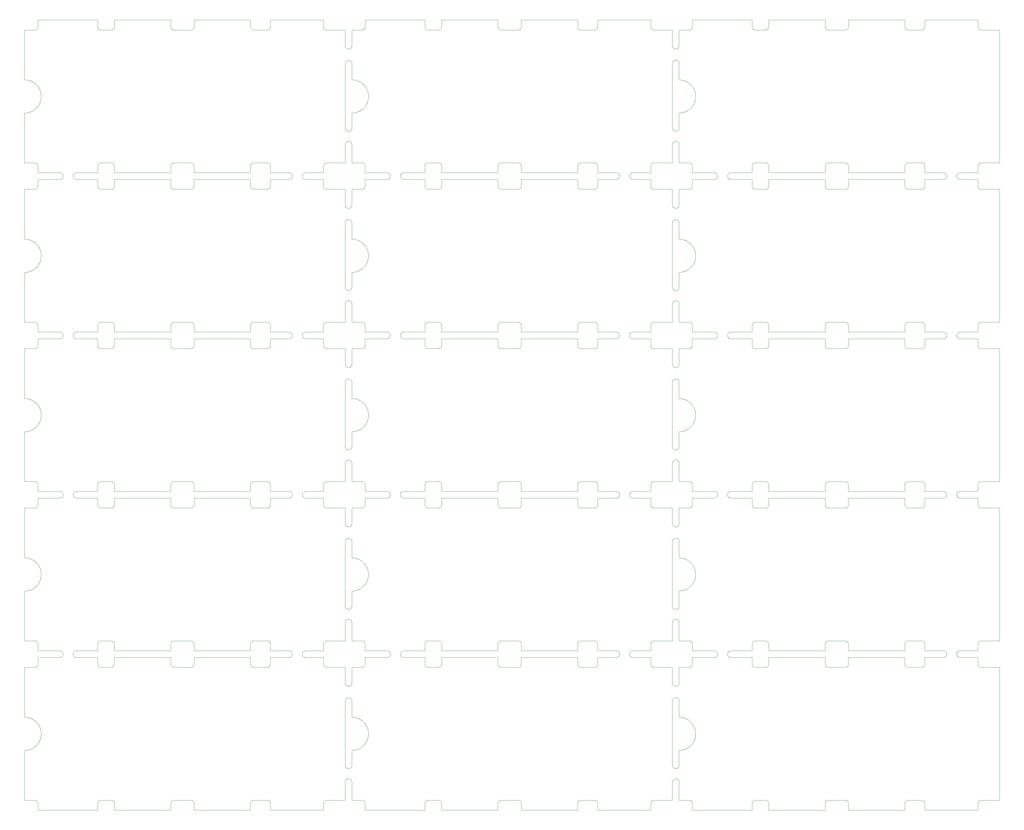
<source format=gm1>
%TF.GenerationSoftware,KiCad,Pcbnew,7.0.1-3b83917a11~171~ubuntu20.04.1*%
%TF.CreationDate,2023-10-26T23:57:44+02:00*%
%TF.ProjectId,panel_bottom,70616e65-6c5f-4626-9f74-746f6d2e6b69,rev?*%
%TF.SameCoordinates,Original*%
%TF.FileFunction,Profile,NP*%
%FSLAX46Y46*%
G04 Gerber Fmt 4.6, Leading zero omitted, Abs format (unit mm)*
G04 Created by KiCad (PCBNEW 7.0.1-3b83917a11~171~ubuntu20.04.1) date 2023-10-26 23:57:44*
%MOMM*%
%LPD*%
G01*
G04 APERTURE LIST*
%TA.AperFunction,Profile*%
%ADD10C,0.100000*%
%TD*%
G04 APERTURE END LIST*
D10*
X197361144Y-56575362D02*
X197406480Y-56557874D01*
X85490851Y-210481039D02*
X85516847Y-210439987D01*
X23749870Y-68008830D02*
X23749798Y-68008344D01*
X242745703Y-65998121D02*
X242746097Y-65997829D01*
X202643207Y-39863542D02*
X202674140Y-39902330D01*
X151248804Y-255941423D02*
X151250000Y-255990122D01*
X288741169Y-212000129D02*
X288740681Y-212000081D01*
X151256002Y-116000912D02*
X151255558Y-116001122D01*
X144254770Y-255892963D02*
X144260718Y-255844737D01*
X225525278Y-214638047D02*
X225493539Y-214674841D01*
X52750129Y-113991169D02*
X52750201Y-113991655D01*
X75707368Y-207702619D02*
X75720328Y-207749450D01*
X144249870Y-113991169D02*
X144249918Y-113990681D01*
X98250000Y-27709877D02*
X98250000Y-23012272D01*
X220760718Y-159844737D02*
X220769025Y-159796861D01*
X209693519Y-162057874D02*
X209738855Y-162075362D01*
X249493539Y-111325158D02*
X249525278Y-111361952D01*
X272757387Y-20000416D02*
X272756917Y-20000559D01*
X197750061Y-224100061D02*
X197759907Y-224100000D01*
X196749583Y-206992612D02*
X196749702Y-206992136D01*
X242750000Y-257987727D02*
X242750000Y-255990122D01*
X196748646Y-215005125D02*
X196748394Y-215004704D01*
X69743997Y-68000912D02*
X69743544Y-68000724D01*
X111238855Y-67924637D02*
X111193519Y-67942125D01*
X122816721Y-207095053D02*
X122861144Y-207075362D01*
X225745229Y-63892963D02*
X225748804Y-63941423D01*
X151257387Y-161999583D02*
X151257863Y-161999702D01*
X75748804Y-207941423D02*
X75750000Y-207990122D01*
X144292631Y-111702619D02*
X144307874Y-111656480D01*
X249000549Y-255029671D02*
X249047380Y-255042631D01*
X168611952Y-70775278D02*
X168575158Y-70743539D01*
X272750201Y-257991655D02*
X272750297Y-257992136D01*
X243691423Y-63001195D02*
X243740122Y-63000000D01*
X45740190Y-209999942D02*
X45740681Y-209999918D01*
X104251878Y-116004296D02*
X104251605Y-116004704D01*
X111774637Y-162611144D02*
X111792125Y-162656480D01*
X98952619Y-220657368D02*
X98906480Y-220642125D01*
X105069244Y-137669844D02*
X105118516Y-137863348D01*
X98249440Y-71006917D02*
X98249275Y-71006455D01*
X98244874Y-158998646D02*
X98245295Y-158998394D01*
X6677737Y-91843704D02*
X6669122Y-91892562D01*
X5692125Y-22343519D02*
X5674637Y-22388855D01*
X99768960Y-56640851D02*
X99810012Y-56666847D01*
X70691423Y-22998804D02*
X70642963Y-22995229D01*
X282711952Y-211775278D02*
X282675158Y-211743539D01*
X100262463Y-230000310D02*
X100474423Y-230005596D01*
X126638855Y-255075362D02*
X126683278Y-255095053D01*
X114990851Y-67518960D02*
X114966900Y-67476681D01*
X52757387Y-212000416D02*
X52756917Y-212000559D01*
X105118516Y-236136651D02*
X105069244Y-236330155D01*
X100723094Y-47977008D02*
X100523973Y-47991930D01*
X197499450Y-152529671D02*
X197546861Y-152519025D01*
X1759567Y-134000169D02*
X1762214Y-134000301D01*
X198753522Y-167002482D02*
X198753159Y-167002811D01*
X151250416Y-65992612D02*
X151250559Y-65993082D01*
X278783278Y-114095053D02*
X278826681Y-114116900D01*
X105177737Y-234156295D02*
X105207497Y-234353744D01*
X225000549Y-166970328D02*
X224953138Y-166980974D01*
X110908576Y-66001195D02*
X110957036Y-66004770D01*
X168249918Y-209990681D02*
X168249942Y-209990190D01*
X220741655Y-212000201D02*
X220741169Y-212000129D01*
X198754432Y-192001555D02*
X198754028Y-192001846D01*
X266744874Y-116001353D02*
X266744441Y-116001122D01*
X98444826Y-104900259D02*
X98474721Y-104861952D01*
X203733548Y-235398340D02*
X203713666Y-235597028D01*
X98292631Y-75997380D02*
X98279671Y-75950549D01*
X122249583Y-20007387D02*
X122249440Y-20006917D01*
X266749087Y-20006002D02*
X266748877Y-20005558D01*
X288749996Y-161987972D02*
X288750000Y-161987727D01*
X282675158Y-163743539D02*
X282639966Y-163710033D01*
X5514855Y-46289420D02*
X5482028Y-46326618D01*
X213351195Y-114941423D02*
X213354770Y-114892963D01*
X288742136Y-113999702D02*
X288742612Y-113999583D01*
X151262027Y-65999996D02*
X151262272Y-66000000D01*
X190366900Y-111523318D02*
X190390851Y-111481039D01*
X4905262Y-166989281D02*
X4857036Y-166995229D01*
X289361144Y-159075362D02*
X289406480Y-159057874D01*
X243231039Y-111140851D02*
X243273318Y-111116900D01*
X214242963Y-210004770D02*
X214291423Y-210001195D01*
X5750912Y-209993997D02*
X5751122Y-209994441D01*
X151251122Y-209994441D02*
X151251353Y-209994874D01*
X288751195Y-159941423D02*
X288754770Y-159892963D01*
X201335686Y-38721138D02*
X201378020Y-38747008D01*
X6707497Y-187646255D02*
X6677737Y-187843704D01*
X98251195Y-201441423D02*
X98254770Y-201392963D01*
X100250057Y-23009809D02*
X100250003Y-23012027D01*
X242747188Y-20003159D02*
X242746840Y-20002811D01*
X288746840Y-212002811D02*
X288746477Y-212002482D01*
X151154946Y-159566721D02*
X151174637Y-159611144D01*
X278553138Y-162019025D02*
X278600549Y-162029671D01*
X144816721Y-22904946D02*
X144773318Y-22883099D01*
X1758575Y-182000070D02*
X1759070Y-182000132D01*
X198531776Y-172330290D02*
X198500910Y-172366862D01*
X278600549Y-162029671D02*
X278647380Y-162042631D01*
X220749275Y-257993544D02*
X220749440Y-257993082D01*
X91754770Y-70107036D02*
X91751195Y-70058576D01*
X99888047Y-56724721D02*
X99924841Y-56756460D01*
X190245295Y-68001605D02*
X190244874Y-68001353D01*
X151250297Y-257992136D02*
X151250416Y-257992612D01*
X242974721Y-118638047D02*
X242944826Y-118599740D01*
X201545756Y-134855343D02*
X201586747Y-134883290D01*
X100253902Y-71002170D02*
X100253522Y-71002482D01*
X184331039Y-115859148D02*
X184289987Y-115833152D01*
X74953138Y-159019025D02*
X75000549Y-159029671D01*
X127262272Y-68000000D02*
X127262027Y-68000003D01*
X145046861Y-118980974D02*
X144999450Y-118970328D01*
X151254296Y-161998121D02*
X151254704Y-161998394D01*
X13060033Y-210289966D02*
X13093539Y-210325158D01*
X184552619Y-211957368D02*
X184506480Y-211942125D01*
X24006460Y-166674841D02*
X23974721Y-166638047D01*
X98242612Y-158999583D02*
X98243082Y-158999440D01*
X52707368Y-111702619D02*
X52720328Y-111749450D01*
X225720328Y-118250549D02*
X225707368Y-118297380D01*
X104251605Y-161995295D02*
X104251878Y-161995703D01*
X198721216Y-75947222D02*
X198708641Y-75993396D01*
X225633099Y-214476681D02*
X225609148Y-214518960D01*
X279183152Y-210439987D02*
X279209148Y-210481039D01*
X69750000Y-113987727D02*
X69750000Y-111990122D01*
X249756455Y-164000724D02*
X249756002Y-164000912D01*
X103248874Y-143000147D02*
X103086747Y-143116709D01*
X99768960Y-176240851D02*
X99810012Y-176266847D01*
X104253902Y-257997829D02*
X104254296Y-257998121D01*
X102662759Y-134621298D02*
X102835686Y-134721138D01*
X202047380Y-207042631D02*
X202093519Y-207057874D01*
X198750912Y-71006002D02*
X198750724Y-71006455D01*
X70111952Y-166775278D02*
X70075158Y-166743539D01*
X103683278Y-22904946D02*
X103638855Y-22924637D01*
X144242612Y-116000416D02*
X144242136Y-116000297D01*
X168249440Y-164006917D02*
X168249275Y-164006455D01*
X272745229Y-207892963D02*
X272748804Y-207941423D01*
X282639966Y-163710033D02*
X282606460Y-163674841D01*
X45750000Y-159990122D02*
X45751195Y-159941423D01*
X1751878Y-119004296D02*
X1751605Y-119004704D01*
X202750081Y-209990681D02*
X202750129Y-209991169D01*
X85466900Y-66523318D02*
X85490851Y-66481039D01*
X202750559Y-161993082D02*
X202750724Y-161993544D01*
X272047380Y-214957368D02*
X272000549Y-214970328D01*
X202751605Y-209995295D02*
X202751878Y-209995703D01*
X221691423Y-159001195D02*
X221740122Y-159000000D01*
X104981149Y-188615750D02*
X104912855Y-188803387D01*
X168260718Y-22155262D02*
X168254770Y-22107036D01*
X24039966Y-70710033D02*
X24006460Y-70674841D01*
X242744441Y-161998877D02*
X242744874Y-161998646D01*
X198754028Y-85998153D02*
X198754432Y-85998444D01*
X12868960Y-67859148D02*
X12826681Y-67883099D01*
X199716293Y-38094828D02*
X199764922Y-38104659D01*
X198752811Y-119003159D02*
X198752482Y-119003522D01*
X191142963Y-255004770D02*
X191191423Y-255001195D01*
X100239281Y-52655262D02*
X100230974Y-52703138D01*
X5583152Y-207439987D02*
X5609148Y-207481039D01*
X111100549Y-210029671D02*
X111147380Y-210042631D01*
X168269025Y-63796861D02*
X168279671Y-63749450D01*
X98292631Y-153202619D02*
X98307874Y-153156480D01*
X144242136Y-20000297D02*
X144241655Y-20000201D01*
X144248394Y-161995295D02*
X144248646Y-161994874D01*
X24150259Y-63194826D02*
X24189987Y-63166847D01*
X70642963Y-63004770D02*
X70691423Y-63001195D01*
X295245703Y-167001878D02*
X295245295Y-167001605D01*
X150405262Y-255010718D02*
X150453138Y-255019025D01*
X104055173Y-63400259D02*
X104083152Y-63439987D01*
X3436579Y-38293634D02*
X3483199Y-38310602D01*
X151192125Y-214343519D02*
X151174637Y-214388855D01*
X266974721Y-118638047D02*
X266944826Y-118599740D01*
X51759877Y-23000000D02*
X46740122Y-23000000D01*
X100250000Y-201490122D02*
X100250000Y-206987727D01*
X1750559Y-254993082D02*
X1750724Y-254993544D01*
X150726681Y-111116900D02*
X150768960Y-111140851D01*
X288890851Y-118518960D02*
X288866900Y-118476681D01*
X98240190Y-110999942D02*
X98240681Y-110999918D01*
X127256002Y-161999087D02*
X127256455Y-161999275D01*
X220743082Y-161999440D02*
X220743544Y-161999275D01*
X289006460Y-70674841D02*
X288974721Y-70638047D01*
X127083152Y-214560012D02*
X127055173Y-214599740D01*
X288749440Y-209993082D02*
X288749583Y-209992612D01*
X46691423Y-166998804D02*
X46642963Y-166995229D01*
X196750000Y-110987727D02*
X196750000Y-105490122D01*
X114990851Y-114481039D02*
X115016847Y-114439987D01*
X104254296Y-116001878D02*
X104253902Y-116002170D01*
X210348804Y-114941423D02*
X210350000Y-114990122D01*
X197316721Y-53404946D02*
X197273318Y-53383099D01*
X144307874Y-70343519D02*
X144292631Y-70297380D01*
X272748804Y-255941423D02*
X272750000Y-255990122D01*
X197406480Y-245442125D02*
X197361144Y-245424637D01*
X28752170Y-113996097D02*
X28752482Y-113996477D01*
X100252247Y-96003583D02*
X100251946Y-96003980D01*
X144575158Y-207256460D02*
X144611952Y-207224721D01*
X272493539Y-214674841D02*
X272460033Y-214710033D01*
X45807874Y-166343519D02*
X45792631Y-166297380D01*
X197738011Y-76699948D02*
X197737769Y-76699945D01*
X69807874Y-166343519D02*
X69792631Y-166297380D01*
X144242136Y-116000297D02*
X144241655Y-116000201D01*
X104133099Y-255523318D02*
X104154946Y-255566721D01*
X198754851Y-85998714D02*
X198755283Y-85998964D01*
X69974721Y-111361952D02*
X70006460Y-111325158D01*
X242779671Y-70250549D02*
X242769025Y-70203138D01*
X27808576Y-207001195D02*
X27857036Y-207004770D01*
X266743544Y-116000724D02*
X266743082Y-116000559D01*
X69741655Y-212000201D02*
X69741169Y-212000129D01*
X28753522Y-68002482D02*
X28753159Y-68002811D01*
X168249440Y-65993082D02*
X168249583Y-65992612D01*
X201119188Y-230597571D02*
X201162759Y-230621298D01*
X91743544Y-257999275D02*
X91743997Y-257999087D01*
X75751605Y-212004704D02*
X75751353Y-212005125D01*
X23749798Y-20008344D02*
X23749702Y-20007863D01*
X168292631Y-70297380D02*
X168279671Y-70250549D01*
X127083152Y-63439987D02*
X127109148Y-63481039D01*
X198752247Y-229996416D02*
X198752568Y-229996798D01*
X242916847Y-207439987D02*
X242944826Y-207400259D01*
X151239281Y-111844737D02*
X151245229Y-111892963D01*
X198757387Y-71000416D02*
X198756917Y-71000559D01*
X272654946Y-166433278D02*
X272633099Y-166476681D01*
X52654946Y-159566721D02*
X52674637Y-159611144D01*
X242748877Y-68005558D02*
X242748646Y-68005125D01*
X127250057Y-65990190D02*
X127250081Y-65990681D01*
X100250003Y-144012217D02*
X100250000Y-144012467D01*
X100262214Y-38000301D02*
X100262463Y-38000310D01*
X86340122Y-164000000D02*
X86291423Y-163998804D01*
X98499089Y-32433137D02*
X98531685Y-32398100D01*
X242745703Y-116001878D02*
X242745295Y-116001605D01*
X45807874Y-70343519D02*
X45792631Y-70297380D01*
X289150259Y-118805173D02*
X289111952Y-118775278D01*
X272750081Y-116009318D02*
X272750057Y-116009809D01*
X23749440Y-212006917D02*
X23749275Y-212006455D01*
X272754296Y-212001878D02*
X272753902Y-212002170D01*
X23890851Y-22518960D02*
X23866900Y-22476681D01*
X115646861Y-66019025D02*
X115694737Y-66010718D01*
X104250912Y-209993997D02*
X104251122Y-209994441D01*
X1752170Y-254996097D02*
X1752482Y-254996477D01*
X200669075Y-230383553D02*
X200714791Y-230402824D01*
X100250000Y-62987727D02*
X100250003Y-62987972D01*
X288749870Y-257991169D02*
X288749918Y-257990681D01*
X213350000Y-67009877D02*
X213350000Y-66990122D01*
X196807874Y-76043519D02*
X196792631Y-75997380D01*
X52759809Y-116000057D02*
X52759318Y-116000081D01*
X201378020Y-230747008D02*
X201545756Y-230855343D01*
X144506460Y-70674841D02*
X144474721Y-70638047D01*
X220890851Y-255481039D02*
X220916847Y-255439987D01*
X180524841Y-115743539D02*
X180488047Y-115775278D01*
X282675158Y-115743539D02*
X282639966Y-115710033D01*
X168366900Y-22476681D02*
X168345053Y-22433278D01*
X69749918Y-65990681D02*
X69749942Y-65990190D01*
X45748121Y-212004296D02*
X45747829Y-212003902D01*
X225750201Y-161991655D02*
X225750297Y-161992136D01*
X100257863Y-23000297D02*
X100257387Y-23000416D01*
X295241655Y-215000201D02*
X295241169Y-215000129D01*
X288749087Y-68006002D02*
X288748877Y-68005558D01*
X111488047Y-115775278D02*
X111449740Y-115805173D01*
X52654946Y-111566721D02*
X52674637Y-111611144D01*
X69792631Y-214297380D02*
X69779671Y-214250549D01*
X197737769Y-28699945D02*
X197735583Y-28699944D01*
X242741655Y-209999798D02*
X242742136Y-209999702D01*
X243111952Y-207224721D02*
X243150259Y-207194826D01*
X1758575Y-143999929D02*
X1758084Y-144000016D01*
X100259567Y-95999830D02*
X100259070Y-95999867D01*
X249762272Y-68000000D02*
X249762027Y-68000003D01*
X100230974Y-57296861D02*
X100239281Y-57344737D01*
X174257387Y-116000416D02*
X174256917Y-116000559D01*
X150638855Y-214924637D02*
X150593519Y-214942125D01*
X174251605Y-209995295D02*
X174251878Y-209995703D01*
X127083152Y-22560012D02*
X127055173Y-22599740D01*
X151262027Y-161999996D02*
X151262272Y-162000000D01*
X98759095Y-128224407D02*
X98801475Y-128202179D01*
X52460033Y-159289966D02*
X52493539Y-159325158D01*
X203496950Y-41431278D02*
X203555807Y-41622086D01*
X272754296Y-161998121D02*
X272754704Y-161998394D01*
X24452619Y-207042631D02*
X24499450Y-207029671D01*
X209826681Y-114116900D02*
X209868960Y-114140851D01*
X122390851Y-63481039D02*
X122416847Y-63439987D01*
X220825362Y-111611144D02*
X220845053Y-111566721D01*
X201808576Y-159001195D02*
X201857036Y-159004770D01*
X272754704Y-209998394D02*
X272755125Y-209998646D01*
X52720328Y-70250549D02*
X52707368Y-70297380D01*
X272739281Y-70155262D02*
X272730974Y-70203138D01*
X82330974Y-114796861D02*
X82339281Y-114844737D01*
X69744441Y-164001122D02*
X69743997Y-164000912D01*
X6748445Y-43099839D02*
X6747209Y-43149436D01*
X99191423Y-124698804D02*
X99142963Y-124695229D01*
X174256002Y-161999087D02*
X174256455Y-161999275D01*
X5493539Y-63325158D02*
X5525278Y-63361952D01*
X126638855Y-63075362D02*
X126683278Y-63095053D01*
X122506460Y-70674841D02*
X122474721Y-70638047D01*
X69737972Y-212000003D02*
X69737727Y-212000000D01*
X150500549Y-111029671D02*
X150547380Y-111042631D01*
X249751878Y-161995703D02*
X249752170Y-161996097D01*
X220749798Y-209991655D02*
X220749870Y-209991169D01*
X98934354Y-32148120D02*
X98980215Y-32134450D01*
X266748646Y-65994874D02*
X266748877Y-65994441D01*
X104250201Y-65991655D02*
X104250297Y-65992136D01*
X198609148Y-224581039D02*
X198633099Y-224623318D01*
X92006460Y-63325158D02*
X92039966Y-63289966D01*
X198672296Y-220094705D02*
X198652003Y-220139691D01*
X249707368Y-111702619D02*
X249720328Y-111749450D01*
X288742612Y-164000416D02*
X288742136Y-164000297D01*
X99960033Y-101210033D02*
X99924841Y-101243539D01*
X168249870Y-116008830D02*
X168249798Y-116008344D01*
X196745703Y-110998121D02*
X196746097Y-110997829D01*
X266974721Y-166638047D02*
X266944826Y-166599740D01*
X184106460Y-211674841D02*
X184074721Y-211638047D01*
X105129556Y-41911717D02*
X105169122Y-42107437D01*
X210292125Y-210656480D02*
X210307368Y-210702619D01*
X144254770Y-70107036D02*
X144251195Y-70058576D01*
X100250912Y-167006002D02*
X100250724Y-167006455D01*
X144241169Y-161999870D02*
X144241655Y-161999798D01*
X168773318Y-111116900D02*
X168816721Y-111095053D01*
X198750217Y-144008081D02*
X198750143Y-144008574D01*
X75424841Y-22743539D02*
X75388047Y-22775278D01*
X249753902Y-161997829D02*
X249754296Y-161998121D01*
X184289987Y-210166847D02*
X184331039Y-210140851D01*
X202000549Y-63029671D02*
X202047380Y-63042631D01*
X151174637Y-22388855D02*
X151154946Y-22433278D01*
X99357036Y-104504770D02*
X99405262Y-104510718D01*
X98248646Y-206994874D02*
X98248877Y-206994441D01*
X151258830Y-20000129D02*
X151258344Y-20000201D01*
X198754432Y-48001555D02*
X198754028Y-48001846D01*
X197361144Y-200575362D02*
X197406480Y-200557874D01*
X202525278Y-118638047D02*
X202493539Y-118674841D01*
X151252170Y-257996097D02*
X151252482Y-257996477D01*
X5093519Y-118942125D02*
X5047380Y-118957368D01*
X102619188Y-191402428D02*
X102441499Y-191493524D01*
X115840122Y-116000000D02*
X115840122Y-116000000D01*
X173993539Y-214674841D02*
X173960033Y-214710033D01*
X295249583Y-215007387D02*
X295249440Y-215006917D01*
X69748121Y-257995703D02*
X69748394Y-257995295D01*
X197406480Y-152557874D02*
X197452619Y-152542631D01*
X198757863Y-158999702D02*
X198758344Y-158999798D01*
X173810012Y-70833152D02*
X173768960Y-70859148D01*
X23769025Y-166203138D02*
X23760718Y-166155262D01*
X23760718Y-111844737D02*
X23769025Y-111796861D01*
X242747517Y-209996477D02*
X242747829Y-209996097D01*
X272754296Y-20001878D02*
X272753902Y-20002170D01*
X202388047Y-214775278D02*
X202349740Y-214805173D01*
X202311570Y-231491490D02*
X202346211Y-231527005D01*
X197905262Y-176110718D02*
X197953138Y-176119025D01*
X221111952Y-166775278D02*
X221075158Y-166743539D01*
X5757863Y-68000297D02*
X5757387Y-68000416D01*
X99849740Y-152694826D02*
X99888047Y-152724721D01*
X198138855Y-53424637D02*
X198093519Y-53442125D01*
X91750000Y-65987727D02*
X91750000Y-63990122D01*
X23745295Y-20001605D02*
X23744874Y-20001353D01*
X127220328Y-63749450D02*
X127230974Y-63796861D01*
X198753902Y-206997829D02*
X198754296Y-206998121D01*
X198756917Y-110999440D02*
X198757387Y-110999583D01*
X197273318Y-248616900D02*
X197316721Y-248595053D01*
X91754770Y-22107036D02*
X91751195Y-22058576D01*
X249750081Y-65990681D02*
X249750129Y-65991169D01*
X16516847Y-210439987D02*
X16544826Y-210400259D01*
X144816721Y-70904946D02*
X144773318Y-70883099D01*
X151025278Y-22638047D02*
X150993539Y-22674841D01*
X168248121Y-68004296D02*
X168247829Y-68003902D01*
X91779671Y-70250549D02*
X91769025Y-70203138D01*
X99849740Y-32294826D02*
X99888047Y-32324721D01*
X249756002Y-65999087D02*
X249756455Y-65999275D01*
X16369025Y-163203138D02*
X16360718Y-163155262D01*
X242743997Y-113999087D02*
X242744441Y-113998877D01*
X225750297Y-116007863D02*
X225750201Y-116008344D01*
X75493539Y-255325158D02*
X75525278Y-255361952D01*
X1755125Y-167001353D02*
X1754704Y-167001605D01*
X126593519Y-207057874D02*
X126638855Y-207075362D01*
X23746097Y-113997829D02*
X23746477Y-113997517D01*
X173993539Y-255325158D02*
X174025278Y-255361952D01*
X198758575Y-230000070D02*
X198759070Y-230000132D01*
X144246840Y-257997188D02*
X144247188Y-257996840D01*
X190416847Y-63439987D02*
X190444826Y-63400259D01*
X266890851Y-207481039D02*
X266916847Y-207439987D01*
X190952619Y-255042631D02*
X190999450Y-255029671D01*
X103259877Y-215000000D02*
X100262272Y-215000000D01*
X144244441Y-65998877D02*
X144244874Y-65998646D01*
X279093539Y-162325158D02*
X279125278Y-162361952D01*
X198750003Y-62987972D02*
X198750057Y-62990190D01*
X5754704Y-68001605D02*
X5754296Y-68001878D01*
X100251878Y-62995703D02*
X100252170Y-62996097D01*
X99593519Y-152557874D02*
X99638855Y-152575362D01*
X202730974Y-70203138D02*
X202720328Y-70250549D01*
X190244441Y-212001122D02*
X190243997Y-212000912D01*
X169191423Y-70998804D02*
X169142963Y-70995229D01*
X198692125Y-105156480D02*
X198707368Y-105202619D01*
X198750081Y-62990681D02*
X198750129Y-62991169D01*
X151252170Y-161996097D02*
X151252482Y-161996477D01*
X144243997Y-68000912D02*
X144243544Y-68000724D01*
X5514855Y-87710579D02*
X5643207Y-87863542D01*
X23916847Y-22560012D02*
X23890851Y-22518960D01*
X150768960Y-70859148D02*
X150726681Y-70883099D01*
X104436151Y-45733233D02*
X104323668Y-45898216D01*
X3896800Y-95515049D02*
X3714791Y-95597175D01*
X174253159Y-20002811D02*
X174252811Y-20003159D01*
X104256002Y-209999087D02*
X104256455Y-209999275D01*
X104174637Y-166388855D02*
X104154946Y-166433278D01*
X98307874Y-100843519D02*
X98292631Y-100797380D01*
X1753159Y-119002811D02*
X1752811Y-119003159D01*
X1750912Y-206993997D02*
X1751122Y-206994441D01*
X12600549Y-211970328D02*
X12553138Y-211980974D01*
X220749918Y-257990681D02*
X220749942Y-257990190D01*
X190689987Y-118833152D02*
X190650259Y-118805173D01*
X202226681Y-70883099D02*
X202183278Y-70904946D01*
X266749583Y-161992612D02*
X266749702Y-161992136D01*
X242749798Y-257991655D02*
X242749870Y-257991169D01*
X196825362Y-28088855D02*
X196807874Y-28043519D01*
X52750129Y-164008830D02*
X52750081Y-164009318D01*
X45745703Y-257998121D02*
X45746097Y-257997829D01*
X203555807Y-89622086D02*
X203569244Y-89669844D01*
X282466900Y-66523318D02*
X282490851Y-66481039D01*
X5132258Y-183318321D02*
X5168627Y-183352066D01*
X46150259Y-111194826D02*
X46189987Y-111166847D01*
X98247188Y-62996840D02*
X98247517Y-62996477D01*
X168251195Y-255941423D02*
X168254770Y-255892963D01*
X122250000Y-65987727D02*
X122250000Y-63990122D01*
X28756455Y-257999275D02*
X28756917Y-257999440D01*
X174258830Y-257999870D02*
X174259318Y-257999918D01*
X288779671Y-63749450D02*
X288792631Y-63702619D01*
X220944826Y-118599740D02*
X220916847Y-118560012D01*
X168249996Y-20012027D02*
X168249942Y-20009809D01*
X98240681Y-23000081D02*
X98240190Y-23000057D01*
X198739281Y-105344737D02*
X198745229Y-105392963D01*
X74857036Y-111004770D02*
X74905262Y-111010718D01*
X92406480Y-118942125D02*
X92361144Y-118924637D01*
X45744874Y-164001353D02*
X45744441Y-164001122D01*
X127192125Y-159656480D02*
X127207368Y-159702619D01*
X127250000Y-118009877D02*
X127248804Y-118058576D01*
X214242963Y-163995229D02*
X214194737Y-163989281D01*
X85360718Y-210844737D02*
X85369025Y-210796861D01*
X144244874Y-212001353D02*
X144244441Y-212001122D01*
X202752482Y-116003522D02*
X202752170Y-116003902D01*
X174055173Y-207400259D02*
X174083152Y-207439987D01*
X266769025Y-118203138D02*
X266760718Y-118155262D01*
X5750201Y-161991655D02*
X5750297Y-161992136D01*
X69866900Y-166476681D02*
X69845053Y-166433278D01*
X127259318Y-116000081D02*
X127258830Y-116000129D01*
X201788422Y-142970191D02*
X201748874Y-143000147D01*
X28758344Y-113999798D02*
X28758830Y-113999870D01*
X213466900Y-162523318D02*
X213490851Y-162481039D01*
X242749870Y-68008830D02*
X242749798Y-68008344D01*
X279330974Y-115203138D02*
X279320328Y-115250549D01*
X92740122Y-119000000D02*
X92691423Y-118998804D01*
X91749942Y-212009809D02*
X91749918Y-212009318D01*
X151259809Y-68000057D02*
X151259318Y-68000081D01*
X198755283Y-37998964D02*
X198755727Y-37999191D01*
X6737255Y-234651132D02*
X6747209Y-234850563D01*
X75756002Y-257999087D02*
X75756455Y-257999275D01*
X52762027Y-65999996D02*
X52762272Y-66000000D01*
X196749996Y-215012027D02*
X196749942Y-215009809D01*
X202346211Y-94472994D02*
X202311570Y-94508509D01*
X1750297Y-215007863D02*
X1750201Y-215008344D01*
X151248804Y-118058576D02*
X151245229Y-118107036D01*
X104250129Y-20008830D02*
X104250081Y-20009318D01*
X100253902Y-215002170D02*
X100253522Y-215002482D01*
X202720328Y-63749450D02*
X202730974Y-63796861D01*
X151257863Y-68000297D02*
X151257387Y-68000416D01*
X184016847Y-163560012D02*
X183990851Y-163518960D01*
X81738855Y-210075362D02*
X81783278Y-210095053D01*
X200247297Y-86230038D02*
X200436579Y-86293634D01*
X249751353Y-164005125D02*
X249751122Y-164005558D01*
X24691423Y-214998804D02*
X24642963Y-214995229D01*
X28388047Y-111224721D02*
X28424841Y-111256460D01*
X197231039Y-197359148D02*
X197189987Y-197333152D01*
X6618516Y-233863348D02*
X6629556Y-233911717D01*
X184106460Y-115674841D02*
X184074721Y-115638047D01*
X92594737Y-22989281D02*
X92546861Y-22980974D01*
X288743997Y-212000912D02*
X288743544Y-212000724D01*
X85466900Y-115476681D02*
X85445053Y-115433278D01*
X103405262Y-22989281D02*
X103357036Y-22995229D01*
X282350000Y-211009877D02*
X282350000Y-210990122D01*
X203394730Y-92849570D02*
X203317167Y-93033570D01*
X180593539Y-210325158D02*
X180625278Y-210361952D01*
X98249583Y-23007387D02*
X98249440Y-23006917D01*
X198754296Y-62998121D02*
X198754704Y-62998394D01*
X225739281Y-111844737D02*
X225745229Y-111892963D01*
X28739281Y-214155262D02*
X28730974Y-214203138D01*
X198751605Y-62995295D02*
X198751878Y-62995703D01*
X190444826Y-118599740D02*
X190416847Y-118560012D01*
X225755558Y-161998877D02*
X225756002Y-161999087D01*
X184599450Y-66029671D02*
X184646861Y-66019025D01*
X243740122Y-215000000D02*
X243691423Y-214998804D01*
X203629556Y-140088282D02*
X203618516Y-140136651D01*
X174254704Y-161998394D02*
X174255125Y-161998646D01*
X190242612Y-209999583D02*
X190243082Y-209999440D01*
X198751878Y-167004296D02*
X198751605Y-167004704D01*
X99822195Y-172525125D02*
X99782160Y-172551341D01*
X220746097Y-20002170D02*
X220745703Y-20001878D01*
X144279671Y-22250549D02*
X144269025Y-22203138D01*
X168249087Y-20006002D02*
X168248877Y-20005558D01*
X1751946Y-192003980D02*
X1751665Y-192004392D01*
X282916721Y-114095053D02*
X282961144Y-114075362D01*
X28093519Y-22942125D02*
X28047380Y-22957368D01*
X249750129Y-65991169D02*
X249750201Y-65991655D01*
X225692125Y-166343519D02*
X225674637Y-166388855D01*
X202753159Y-164002811D02*
X202752811Y-164003159D01*
X249750129Y-20008830D02*
X249750081Y-20009318D01*
X174133099Y-214476681D02*
X174109148Y-214518960D01*
X198753159Y-158997188D02*
X198753522Y-158997517D01*
X180488047Y-67775278D02*
X180449740Y-67805173D01*
X151174637Y-255611144D02*
X151192125Y-255656480D01*
X198758830Y-71000129D02*
X198758344Y-71000201D01*
X104252170Y-161996097D02*
X104252482Y-161996477D01*
X180368960Y-211859148D02*
X180326681Y-211883099D01*
X45743082Y-161999440D02*
X45743544Y-161999275D01*
X202525278Y-70638047D02*
X202493539Y-70674841D01*
X202757863Y-164000297D02*
X202757387Y-164000416D01*
X100259567Y-239999830D02*
X100259070Y-239999867D01*
X144248394Y-113995295D02*
X144248646Y-113994874D01*
X225750724Y-65993544D02*
X225750912Y-65993997D01*
X202750129Y-212008830D02*
X202750081Y-212009318D01*
X180839281Y-163155262D02*
X180830974Y-163203138D01*
X272750416Y-116007387D02*
X272750297Y-116007863D01*
X272754704Y-65998394D02*
X272755125Y-65998646D01*
X151250081Y-116009318D02*
X151250057Y-116009809D01*
X98444826Y-101099740D02*
X98416847Y-101060012D01*
X197764416Y-80100055D02*
X197773254Y-80100272D01*
X289452619Y-22957368D02*
X289406480Y-22942125D01*
X282750259Y-162194826D02*
X282789987Y-162166847D01*
X115331039Y-163859148D02*
X115289987Y-163833152D01*
X295249996Y-62987972D02*
X295250000Y-62987727D01*
X98249702Y-167007863D02*
X98249583Y-167007387D01*
X111524841Y-67743539D02*
X111488047Y-67775278D01*
X169142963Y-63004770D02*
X169191423Y-63001195D01*
X197150259Y-200694826D02*
X197189987Y-200666847D01*
X103993539Y-166674841D02*
X103960033Y-166710033D01*
X174252811Y-113996840D02*
X174253159Y-113997188D01*
X99249949Y-172699949D02*
X99240097Y-172699999D01*
X243150259Y-63194826D02*
X243189987Y-63166847D01*
X151252811Y-65996840D02*
X151253159Y-65997188D01*
X279320328Y-162749450D02*
X279330974Y-162796861D01*
X168416847Y-118560012D02*
X168390851Y-118518960D01*
X127154946Y-111566721D02*
X127174637Y-111611144D01*
X75750416Y-161992612D02*
X75750559Y-161993082D01*
X103668627Y-238647933D02*
X103632258Y-238681678D01*
X100258084Y-85999983D02*
X100258575Y-86000070D01*
X100257863Y-167000297D02*
X100257387Y-167000416D01*
X3714791Y-95597175D02*
X3669075Y-95616446D01*
X198757863Y-62999702D02*
X198758344Y-62999798D01*
X1750217Y-240008081D02*
X1750143Y-240008574D01*
X100250000Y-244509877D02*
X100248804Y-244558576D01*
X91749996Y-209987972D02*
X91750000Y-209987727D01*
X196751195Y-105441423D02*
X196754770Y-105392963D01*
X99264416Y-80100055D02*
X99273254Y-80100272D01*
X190474721Y-159361952D02*
X190506460Y-159325158D01*
X279024841Y-114256460D02*
X279060033Y-114289966D01*
X202739281Y-63844737D02*
X202745229Y-63892963D01*
X267406480Y-70942125D02*
X267361144Y-70924637D01*
X104174637Y-255611144D02*
X104192125Y-255656480D01*
X1750081Y-23009318D02*
X1750057Y-23009809D01*
X198720328Y-224849450D02*
X198730974Y-224896861D01*
X202756002Y-164000912D02*
X202755558Y-164001122D01*
X150993539Y-118674841D02*
X150960033Y-118710033D01*
X98279671Y-123950549D02*
X98269025Y-123903138D01*
X28751605Y-116004704D02*
X28751353Y-116005125D01*
X100251878Y-215004296D02*
X100251605Y-215004704D01*
X100055173Y-80500259D02*
X100083152Y-80539987D01*
X1750951Y-240005705D02*
X1750757Y-240006164D01*
X249739281Y-159844737D02*
X249745229Y-159892963D01*
X200199889Y-143784584D02*
X200007673Y-143838665D01*
X201944537Y-231154306D02*
X201982542Y-231186196D01*
X45745295Y-113998394D02*
X45745703Y-113998121D01*
X99698524Y-124597820D02*
X99655120Y-124617975D01*
X196792631Y-57202619D02*
X196807874Y-57156480D01*
X45749798Y-257991655D02*
X45749870Y-257991169D01*
X16750259Y-163805173D02*
X16711952Y-163775278D01*
X198756181Y-192000603D02*
X198755727Y-192000808D01*
X202654946Y-207566721D02*
X202674637Y-207611144D01*
X210060033Y-66289966D02*
X210093539Y-66325158D01*
X196890851Y-104981039D02*
X196916847Y-104939987D01*
X104251605Y-164004704D02*
X104251353Y-164005125D01*
X266792631Y-159702619D02*
X266807874Y-159656480D01*
X243006460Y-207325158D02*
X243039966Y-207289966D01*
X99273254Y-224100272D02*
X99273315Y-224100281D01*
X209600549Y-114029671D02*
X209647380Y-114042631D01*
X100250143Y-133991425D02*
X100250217Y-133991918D01*
X190731039Y-118859148D02*
X190689987Y-118833152D01*
X144249440Y-68006917D02*
X144249275Y-68006455D01*
X288746840Y-113997188D02*
X288747188Y-113996840D01*
X272310012Y-255166847D02*
X272349740Y-255194826D01*
X91749702Y-161992136D02*
X91749798Y-161991655D01*
X202752170Y-164003902D02*
X202751878Y-164004296D01*
X45866900Y-63523318D02*
X45890851Y-63481039D01*
X104256917Y-68000559D02*
X104256455Y-68000724D01*
X198750143Y-229991425D02*
X198750217Y-229991918D01*
X173308576Y-70998804D02*
X173259877Y-71000000D01*
X266746097Y-68002170D02*
X266745703Y-68001878D01*
X198756002Y-23000912D02*
X198755558Y-23001122D01*
X70642963Y-22995229D02*
X70594737Y-22989281D01*
X52750081Y-164009318D02*
X52750057Y-164009809D01*
X100772460Y-230027931D02*
X100970590Y-230052760D01*
X220748877Y-20005558D02*
X220748646Y-20005125D01*
X144250000Y-161987727D02*
X144250000Y-159990122D01*
X82254946Y-115433278D02*
X82233099Y-115476681D01*
X3714791Y-38402824D02*
X3896800Y-38484950D01*
X69749440Y-212006917D02*
X69749275Y-212006455D01*
X272750003Y-65987972D02*
X272750057Y-65990190D01*
X174254296Y-113998121D02*
X174254704Y-113998394D01*
X190246840Y-113997188D02*
X190247188Y-113996840D01*
X190260718Y-255844737D02*
X190269025Y-255796861D01*
X180850000Y-210990122D02*
X180850000Y-211009877D01*
X5460033Y-22710033D02*
X5424841Y-22743539D01*
X69750000Y-212012272D02*
X69749996Y-212012027D01*
X5750000Y-116012272D02*
X5750000Y-118009877D01*
X23749942Y-113990190D02*
X23749996Y-113987972D01*
X197406480Y-28642125D02*
X197361144Y-28624637D01*
X197006460Y-149174841D02*
X196974721Y-149138047D01*
X127250201Y-65991655D02*
X127250297Y-65992136D01*
X173453138Y-166980974D02*
X173405262Y-166989281D01*
X12457036Y-210004770D02*
X12505262Y-210010718D01*
X272753159Y-209997188D02*
X272753522Y-209997517D01*
X122242136Y-20000297D02*
X122241655Y-20000201D01*
X100000910Y-28366862D02*
X99968314Y-28401899D01*
X100252170Y-158996097D02*
X100252482Y-158996477D01*
X196866900Y-76176681D02*
X196845053Y-76133278D01*
X100258084Y-240000016D02*
X100257598Y-240000127D01*
X190254770Y-63892963D02*
X190260718Y-63844737D01*
X202349740Y-63194826D02*
X202388047Y-63224721D01*
X6629556Y-233911717D02*
X6669122Y-234107437D01*
X45749440Y-164006917D02*
X45749275Y-164006455D01*
X202183278Y-255095053D02*
X202226681Y-255116900D01*
X102662759Y-95378701D02*
X102619188Y-95402428D01*
X282639966Y-162289966D02*
X282675158Y-162256460D01*
X168254770Y-166107036D02*
X168251195Y-166058576D01*
X98244874Y-119001353D02*
X98244441Y-119001122D01*
X249748804Y-166058576D02*
X249745229Y-166107036D01*
X242743544Y-116000724D02*
X242743082Y-116000559D01*
X1754432Y-229998444D02*
X1754851Y-229998714D01*
X198750081Y-167009318D02*
X198750057Y-167009809D01*
X98248877Y-119005558D02*
X98248646Y-119005125D01*
X122243544Y-20000724D02*
X122243082Y-20000559D01*
X12408576Y-210001195D02*
X12457036Y-210004770D01*
X98844879Y-128182024D02*
X98889207Y-128163990D01*
X1752247Y-181996416D02*
X1752568Y-181996798D01*
X98474721Y-200861952D02*
X98506460Y-200825158D01*
X272753902Y-161997829D02*
X272754296Y-161998121D01*
X144250000Y-118009877D02*
X144250000Y-116012272D01*
X203210125Y-88741303D02*
X203296762Y-88921208D01*
X196748646Y-254994874D02*
X196748877Y-254994441D01*
X168249798Y-68008344D02*
X168249702Y-68007863D01*
X69748394Y-65995295D02*
X69748646Y-65994874D01*
X1750003Y-229987782D02*
X1750069Y-229990431D01*
X295247829Y-158996097D02*
X295248121Y-158995703D01*
X103547380Y-22957368D02*
X103500549Y-22970328D01*
X45746840Y-257997188D02*
X45747188Y-257996840D01*
X1755283Y-133998964D02*
X1755727Y-133999191D01*
X98249440Y-254993082D02*
X98249583Y-254992612D01*
X105055807Y-92377913D02*
X104996950Y-92568721D01*
X151083152Y-22560012D02*
X151055173Y-22599740D01*
X98240681Y-167000081D02*
X98240190Y-167000057D01*
X92452619Y-255042631D02*
X92499450Y-255029671D01*
X122243082Y-161999440D02*
X122243544Y-161999275D01*
X272739281Y-255844737D02*
X272745229Y-255892963D01*
X92039966Y-166710033D02*
X92006460Y-166674841D01*
X190245703Y-20001878D02*
X190245295Y-20001605D01*
X100250000Y-85987532D02*
X100250003Y-85987782D01*
X242742136Y-65999702D02*
X242742612Y-65999583D01*
X144247188Y-113996840D02*
X144247517Y-113996477D01*
X202739281Y-255844737D02*
X202745229Y-255892963D01*
X74953138Y-207019025D02*
X75000549Y-207029671D01*
X151250724Y-116006455D02*
X151250559Y-116006917D01*
X81600549Y-211970328D02*
X81553138Y-211980974D01*
X220845053Y-159566721D02*
X220866900Y-159523318D01*
X225583152Y-166560012D02*
X225555173Y-166599740D01*
X1754028Y-96001846D02*
X1753638Y-96002157D01*
X1751946Y-133996019D02*
X1752247Y-133996416D01*
X242746097Y-113997829D02*
X242746477Y-113997517D01*
X85711952Y-211775278D02*
X85675158Y-211743539D01*
X289316721Y-111095053D02*
X289361144Y-111075362D01*
X190249996Y-212012027D02*
X190249942Y-212009809D01*
X28750129Y-65991169D02*
X28750201Y-65991655D01*
X24406480Y-255057874D02*
X24452619Y-255042631D01*
X28750003Y-209987972D02*
X28750057Y-209990190D01*
X209505262Y-210010718D02*
X209553138Y-210019025D01*
X220742612Y-212000416D02*
X220742136Y-212000297D01*
X75751605Y-113995295D02*
X75751878Y-113995703D01*
X225751605Y-113995295D02*
X225751878Y-113995703D01*
X122731039Y-118859148D02*
X122689987Y-118833152D01*
X5555173Y-159400259D02*
X5583152Y-159439987D01*
X91807874Y-207656480D02*
X91825362Y-207611144D01*
X70452619Y-255042631D02*
X70499450Y-255029671D01*
X81457036Y-115995229D02*
X81408576Y-115998804D01*
X198755727Y-37999191D02*
X198756181Y-37999396D01*
X202757387Y-113999583D02*
X202757863Y-113999702D01*
X98251195Y-105441423D02*
X98254770Y-105392963D01*
X198759318Y-110999918D02*
X198759809Y-110999942D01*
X168254770Y-22107036D02*
X168251195Y-22058576D01*
X104912855Y-188803387D02*
X104894730Y-188849570D01*
X203737255Y-187348867D02*
X203733548Y-187398340D01*
X198762272Y-255000000D02*
X201759877Y-255000000D01*
X190248646Y-257994874D02*
X190248877Y-257994441D01*
X272609148Y-70518960D02*
X272583152Y-70560012D01*
X267273318Y-63116900D02*
X267316721Y-63095053D01*
X267361144Y-207075362D02*
X267406480Y-207057874D01*
X197150259Y-101305173D02*
X197111952Y-101275278D01*
X201748874Y-86999852D02*
X201788422Y-87029808D01*
X86052619Y-115957368D02*
X86006480Y-115942125D01*
X98650259Y-152694826D02*
X98689987Y-152666847D01*
X100230974Y-244703138D02*
X100220328Y-244750549D01*
X28707368Y-111702619D02*
X28720328Y-111749450D01*
X197452619Y-152542631D02*
X197499450Y-152529671D01*
X220746097Y-116002170D02*
X220745703Y-116001878D01*
X168292631Y-22297380D02*
X168279671Y-22250549D01*
X1754851Y-229998714D02*
X1755283Y-229998964D01*
X122245703Y-164001878D02*
X122245295Y-164001605D01*
X123142963Y-159004770D02*
X123191423Y-159001195D01*
X111100549Y-115970328D02*
X111053138Y-115980974D01*
X1758344Y-206999798D02*
X1758830Y-206999870D01*
X271808576Y-255001195D02*
X271857036Y-255004770D01*
X111820328Y-163250549D02*
X111807368Y-163297380D01*
X190247188Y-68003159D02*
X190246840Y-68002811D01*
X45749275Y-212006455D02*
X45749087Y-212006002D01*
X168307874Y-111656480D02*
X168325362Y-111611144D01*
X220749702Y-65992136D02*
X220749798Y-65991655D01*
X70594737Y-255010718D02*
X70642963Y-255004770D01*
X102619188Y-230597571D02*
X102662759Y-230621298D01*
X23745703Y-20001878D02*
X23745295Y-20001605D01*
X122246477Y-113997517D02*
X122246840Y-113997188D01*
X127253159Y-257997188D02*
X127253522Y-257997517D01*
X104257387Y-68000416D02*
X104256917Y-68000559D01*
X249555173Y-118599740D02*
X249525278Y-118638047D01*
X209647380Y-211957368D02*
X209600549Y-211970328D01*
X122731039Y-255140851D02*
X122773318Y-255116900D01*
X5823668Y-237898216D02*
X5794707Y-237938498D01*
X51808576Y-63001195D02*
X51857036Y-63004770D01*
X151252482Y-113996477D02*
X151252811Y-113996840D01*
X225756002Y-116000912D02*
X225755558Y-116001122D01*
X197759902Y-80100000D02*
X197761988Y-80100051D01*
X91750000Y-63990122D02*
X91751195Y-63941423D01*
X203187491Y-141302845D02*
X203091994Y-141478208D01*
X267406480Y-166942125D02*
X267361144Y-166924637D01*
X111830974Y-162796861D02*
X111839281Y-162844737D01*
X104230974Y-255796861D02*
X104239281Y-255844737D01*
X127192125Y-22343519D02*
X127174637Y-22388855D01*
X220749583Y-65992612D02*
X220749702Y-65992136D01*
X202758344Y-65999798D02*
X202758830Y-65999870D01*
X98249583Y-206992612D02*
X98249702Y-206992136D01*
X28750297Y-68007863D02*
X28750201Y-68008344D01*
X144249798Y-116008344D02*
X144249702Y-116007863D01*
X282351195Y-163058576D02*
X282350000Y-163009877D01*
X190240190Y-65999942D02*
X190240681Y-65999918D01*
X127257863Y-164000297D02*
X127257387Y-164000416D01*
X69749918Y-113990681D02*
X69749942Y-113990190D01*
X272226681Y-214883099D02*
X272183278Y-214904946D01*
X52750297Y-164007863D02*
X52750201Y-164008344D01*
X144444826Y-214599740D02*
X144416847Y-214560012D01*
X91743997Y-20000912D02*
X91743544Y-20000724D01*
X243316721Y-22904946D02*
X243273318Y-22883099D01*
X249750416Y-116007387D02*
X249750297Y-116007863D01*
X249751353Y-161994874D02*
X249751605Y-161995295D01*
X17194737Y-211989281D02*
X17146861Y-211980974D01*
X81693519Y-211942125D02*
X81647380Y-211957368D01*
X201335686Y-143278861D02*
X201162759Y-143378701D01*
X198674637Y-32711144D02*
X198692125Y-32756480D01*
X91749942Y-20009809D02*
X91749918Y-20009318D01*
X213369025Y-211203138D02*
X213360718Y-211155262D01*
X91746097Y-164002170D02*
X91745703Y-164001878D01*
X272750057Y-65990190D02*
X272750081Y-65990681D01*
X272745229Y-118107036D02*
X272739281Y-118155262D01*
X201808576Y-214998804D02*
X201759877Y-215000000D01*
X144999450Y-214970328D02*
X144952619Y-214957368D01*
X144250000Y-257987727D02*
X144250000Y-255990122D01*
X242746477Y-257997517D02*
X242746840Y-257997188D01*
X52000549Y-118970328D02*
X51953138Y-118980974D01*
X98248877Y-23005558D02*
X98248646Y-23005125D01*
X1754704Y-206998394D02*
X1755125Y-206998646D01*
X98247829Y-254996097D02*
X98248121Y-254995703D01*
X69742612Y-164000416D02*
X69742136Y-164000297D01*
X100250217Y-85991918D02*
X100250316Y-85992407D01*
X184289987Y-67833152D02*
X184250259Y-67805173D01*
X249756917Y-113999440D02*
X249757387Y-113999583D01*
X23747829Y-209996097D02*
X23748121Y-209995703D01*
X220754770Y-207892963D02*
X220760718Y-207844737D01*
X198226681Y-80216900D02*
X198268960Y-80240851D01*
X198756917Y-62999440D02*
X198757387Y-62999583D01*
X46361144Y-63075362D02*
X46406480Y-63057874D01*
X100248804Y-148558576D02*
X100245229Y-148607036D01*
X111733099Y-67476681D02*
X111709148Y-67518960D01*
X151192125Y-159656480D02*
X151207368Y-159702619D01*
X28759318Y-68000081D02*
X28758830Y-68000129D01*
X5132258Y-94681678D02*
X4982542Y-94813803D01*
X28750912Y-20006002D02*
X28750724Y-20006455D01*
X151252170Y-20003902D02*
X151251878Y-20004296D01*
X266748121Y-257995703D02*
X266748394Y-257995295D01*
X151253159Y-209997188D02*
X151253522Y-209997517D01*
X198750143Y-85991425D02*
X198750217Y-85991918D01*
X225750201Y-257991655D02*
X225750297Y-257992136D01*
X242760718Y-207844737D02*
X242769025Y-207796861D01*
X168249870Y-68008830D02*
X168249798Y-68008344D01*
X91748646Y-209994874D02*
X91748877Y-209994441D01*
X16407874Y-211343519D02*
X16392631Y-211297380D01*
X202633099Y-118476681D02*
X202609148Y-118518960D01*
X198751605Y-158995295D02*
X198751878Y-158995703D01*
X180845229Y-211107036D02*
X180839281Y-211155262D01*
X6555807Y-236377913D02*
X6496950Y-236568721D01*
X295249996Y-119012027D02*
X295249942Y-119009809D01*
X144816721Y-214904946D02*
X144773318Y-214883099D01*
X203067188Y-93521173D02*
X202963068Y-93691557D01*
X98246097Y-254997829D02*
X98246477Y-254997517D01*
X104817167Y-184966429D02*
X104894730Y-185150429D01*
X243740122Y-119000000D02*
X243691423Y-118998804D01*
X52349740Y-166805173D02*
X52310012Y-166833152D01*
X198750757Y-240006164D02*
X198750586Y-240006633D01*
X174254704Y-116001605D02*
X174254296Y-116001878D01*
X249756455Y-161999275D02*
X249756917Y-161999440D01*
X266741169Y-161999870D02*
X266741655Y-161999798D01*
X12826681Y-211883099D02*
X12783278Y-211904946D01*
X190243997Y-113999087D02*
X190244441Y-113998877D01*
X1750439Y-181992890D02*
X1750586Y-181993366D01*
X81600549Y-67970328D02*
X81553138Y-67980974D01*
X196742136Y-215000297D02*
X196741655Y-215000201D01*
X75750081Y-161990681D02*
X75750129Y-161991169D01*
X100239281Y-105344737D02*
X100245229Y-105392963D01*
X100251167Y-240005256D02*
X100250951Y-240005705D01*
X2470590Y-143947239D02*
X2272460Y-143972068D01*
X173547380Y-118957368D02*
X173500549Y-118970328D01*
X272750724Y-113993544D02*
X272750912Y-113993997D01*
X198493539Y-152825158D02*
X198525278Y-152861952D01*
X266740190Y-257999942D02*
X266740681Y-257999918D01*
X98260718Y-244655262D02*
X98254770Y-244607036D01*
X104687491Y-88697154D02*
X104710125Y-88741303D01*
X127239281Y-207844737D02*
X127245229Y-207892963D01*
X104251122Y-164005558D02*
X104250912Y-164006002D01*
X197546861Y-248519025D02*
X197594737Y-248510718D01*
X91749440Y-113993082D02*
X91749583Y-113992612D01*
X198750559Y-119006917D02*
X198750416Y-119007387D01*
X110957036Y-163995229D02*
X110908576Y-163998804D01*
X103444537Y-142845693D02*
X103288422Y-142970191D01*
X104255558Y-116001122D02*
X104255125Y-116001353D01*
X75751353Y-65994874D02*
X75751605Y-65995295D01*
X46316721Y-111095053D02*
X46361144Y-111075362D01*
X190249275Y-116006455D02*
X190249087Y-116006002D01*
X198750000Y-37987532D02*
X198750003Y-37987782D01*
X144444826Y-22599740D02*
X144416847Y-22560012D01*
X98999450Y-76670328D02*
X98952619Y-76657368D01*
X197189987Y-28533152D02*
X197150259Y-28505173D01*
X190390851Y-214518960D02*
X190366900Y-214476681D01*
X272748804Y-159941423D02*
X272750000Y-159990122D01*
X104255558Y-212001122D02*
X104255125Y-212001353D01*
X1754704Y-254998394D02*
X1755125Y-254998646D01*
X278457036Y-162004770D02*
X278505262Y-162010718D01*
X70189987Y-22833152D02*
X70150259Y-22805173D01*
X23944826Y-214599740D02*
X23916847Y-214560012D01*
X122246097Y-212002170D02*
X122245703Y-212001878D01*
X288742612Y-65999583D02*
X288743082Y-65999440D01*
X198750000Y-249490122D02*
X198750000Y-254987727D01*
X249757387Y-20000416D02*
X249756917Y-20000559D01*
X69744441Y-212001122D02*
X69743997Y-212000912D01*
X209359877Y-66000000D02*
X209408576Y-66001195D01*
X23742136Y-113999702D02*
X23742612Y-113999583D01*
X98506460Y-124374841D02*
X98474721Y-124338047D01*
X91747829Y-113996097D02*
X91748121Y-113995703D01*
X225758830Y-20000129D02*
X225758344Y-20000201D01*
X242749440Y-257993082D02*
X242749583Y-257992612D01*
X198753902Y-119002170D02*
X198753522Y-119002482D01*
X266754770Y-166107036D02*
X266751195Y-166058576D01*
X249759318Y-209999918D02*
X249759809Y-209999942D01*
X198757598Y-96000127D02*
X198757118Y-96000262D01*
X105055807Y-185622086D02*
X105069244Y-185669844D01*
X103960033Y-159289966D02*
X103993539Y-159325158D01*
X272753522Y-116002482D02*
X272753159Y-116002811D01*
X70594737Y-159010718D02*
X70642963Y-159004770D01*
X196749583Y-23007387D02*
X196749440Y-23006917D01*
X249758344Y-164000201D02*
X249757863Y-164000297D01*
X225138855Y-118924637D02*
X225093519Y-118942125D01*
X13254946Y-114566721D02*
X13274637Y-114611144D01*
X1750217Y-133991918D02*
X1750316Y-133992407D01*
X99924841Y-32356460D02*
X99960033Y-32389966D01*
X267316721Y-22904946D02*
X267273318Y-22883099D01*
X271808576Y-70998804D02*
X271759877Y-71000000D01*
X122773318Y-63116900D02*
X122816721Y-63095053D01*
X91916847Y-255439987D02*
X91944826Y-255400259D01*
X91825362Y-159611144D02*
X91845053Y-159566721D01*
X23743082Y-20000559D02*
X23742612Y-20000416D01*
X173768960Y-22859148D02*
X173726681Y-22883099D01*
X180005262Y-114010718D02*
X180053138Y-114019025D01*
X266807874Y-111656480D02*
X266825362Y-111611144D01*
X198460033Y-248789966D02*
X198493539Y-248825158D01*
X196768455Y-128899505D02*
X196778783Y-128852777D01*
X151252482Y-116003522D02*
X151252170Y-116003902D01*
X75310012Y-63166847D02*
X75349740Y-63194826D01*
X5753902Y-257997829D02*
X5754296Y-257998121D01*
X282873318Y-163883099D02*
X282831039Y-163859148D01*
X289273318Y-214883099D02*
X289231039Y-214859148D01*
X52138855Y-118924637D02*
X52093519Y-118942125D01*
X81738855Y-66075362D02*
X81783278Y-66095053D01*
X23748394Y-212004704D02*
X23748121Y-212004296D01*
X115175158Y-163743539D02*
X115139966Y-163710033D01*
X214052619Y-66042631D02*
X214099450Y-66029671D01*
X180326681Y-211883099D02*
X180283278Y-211904946D01*
X220746840Y-20002811D02*
X220746477Y-20002482D01*
X69866900Y-111523318D02*
X69890851Y-111481039D01*
X168242136Y-116000297D02*
X168241655Y-116000201D01*
X1750757Y-48006164D02*
X1750586Y-48006633D01*
X198750316Y-229992407D02*
X198750439Y-229992890D01*
X3199889Y-134215415D02*
X3247297Y-134230038D01*
X198388047Y-104724721D02*
X198424841Y-104756460D01*
X127250129Y-212008830D02*
X127250081Y-212009318D01*
X174250724Y-257993544D02*
X174250912Y-257993997D01*
X70273318Y-159116900D02*
X70316721Y-159095053D01*
X69916847Y-166560012D02*
X69890851Y-166518960D01*
X174230974Y-207796861D02*
X174239281Y-207844737D01*
X98539966Y-200789966D02*
X98575158Y-200756460D01*
X198757118Y-37999737D02*
X198757598Y-37999872D01*
X1758084Y-85999983D02*
X1758575Y-86000070D01*
X99453138Y-149480974D02*
X99405262Y-149489281D01*
X52183278Y-214904946D02*
X52138855Y-214924637D01*
X168539966Y-22710033D02*
X168506460Y-22674841D01*
X46740122Y-159000000D02*
X51759877Y-159000000D01*
X5751605Y-257995295D02*
X5751878Y-257995703D01*
X209647380Y-67957368D02*
X209600549Y-67970328D01*
X174256917Y-212000559D02*
X174256455Y-212000724D01*
X52674637Y-159611144D02*
X52692125Y-159656480D01*
X282961144Y-67924637D02*
X282916721Y-67904946D01*
X104253522Y-161997517D02*
X104253902Y-161997829D01*
X100252568Y-144003201D02*
X100252247Y-144003583D01*
X174250559Y-68006917D02*
X174250416Y-68007387D01*
X5609148Y-255481039D02*
X5633099Y-255523318D01*
X23749583Y-212007387D02*
X23749440Y-212006917D01*
X168249275Y-257993544D02*
X168249440Y-257993082D01*
X190243082Y-116000559D02*
X190242612Y-116000416D01*
X225555173Y-111400259D02*
X225583152Y-111439987D01*
X100174637Y-105111144D02*
X100192125Y-105156480D01*
X122243082Y-212000559D02*
X122242612Y-212000416D01*
X168246097Y-161997829D02*
X168246477Y-161997517D01*
X202674637Y-214388855D02*
X202654946Y-214433278D01*
X249183278Y-159095053D02*
X249226681Y-159116900D01*
X24406480Y-70942125D02*
X24361144Y-70924637D01*
X115139966Y-211710033D02*
X115106460Y-211674841D01*
X282606460Y-115674841D02*
X282574721Y-115638047D01*
X105247209Y-235149436D02*
X105237255Y-235348867D01*
X28720328Y-255749450D02*
X28730974Y-255796861D01*
X144246477Y-65997517D02*
X144246840Y-65997188D01*
X75758344Y-68000201D02*
X75757863Y-68000297D01*
X201788422Y-46970191D02*
X201748874Y-47000147D01*
X100083152Y-245060012D02*
X100055173Y-245099740D01*
X191094737Y-63010718D02*
X191142963Y-63004770D01*
X103846211Y-142472994D02*
X103811570Y-142508509D01*
X272758344Y-212000201D02*
X272757863Y-212000297D01*
X75750000Y-161987727D02*
X75750003Y-161987972D01*
X196760718Y-196655262D02*
X196754770Y-196607036D01*
X225349740Y-63194826D02*
X225388047Y-63224721D01*
X151254704Y-209998394D02*
X151255125Y-209998646D01*
X115044826Y-115599740D02*
X115016847Y-115560012D01*
X288746477Y-212002482D02*
X288746097Y-212002170D01*
X1750416Y-158992612D02*
X1750559Y-158993082D01*
X75758344Y-209999798D02*
X75758830Y-209999870D01*
X28654946Y-207566721D02*
X28674637Y-207611144D01*
X127220328Y-118250549D02*
X127207368Y-118297380D01*
X126357036Y-70995229D02*
X126308576Y-70998804D01*
X103593519Y-111057874D02*
X103638855Y-111075362D01*
X173547380Y-166957368D02*
X173500549Y-166970328D01*
X168246840Y-20002811D02*
X168246477Y-20002482D01*
X122249798Y-209991655D02*
X122249870Y-209991169D01*
X115373318Y-211883099D02*
X115331039Y-211859148D01*
X202349740Y-255194826D02*
X202388047Y-255224721D01*
X114851195Y-162941423D02*
X114854770Y-162892963D01*
X99378993Y-28693065D02*
X99331359Y-28697667D01*
X198424841Y-176356460D02*
X198460033Y-176389966D01*
X98575158Y-149243539D02*
X98539966Y-149210033D01*
X198756645Y-96000421D02*
X198756181Y-96000603D01*
X2470590Y-191947239D02*
X2272460Y-191972068D01*
X12647380Y-114042631D02*
X12693519Y-114057874D01*
X24006460Y-118674841D02*
X23974721Y-118638047D01*
X168237972Y-20000003D02*
X168237727Y-20000000D01*
X17006480Y-211942125D02*
X16961144Y-211924637D01*
X52000549Y-255029671D02*
X52047380Y-255042631D01*
X75758830Y-161999870D02*
X75759318Y-161999918D01*
X198748804Y-129041423D02*
X198750000Y-129090122D01*
X23742612Y-20000416D02*
X23742136Y-20000297D01*
X199023973Y-38008069D02*
X199223094Y-38022991D01*
X101936579Y-86293634D02*
X101983199Y-86310602D01*
X198751605Y-215004704D02*
X198751353Y-215005125D01*
X198751665Y-229995607D02*
X198751946Y-229996019D01*
X266749870Y-212008830D02*
X266749798Y-212008344D01*
X272720328Y-63749450D02*
X272730974Y-63796861D01*
X197111952Y-104724721D02*
X197150259Y-104694826D01*
X249583152Y-166560012D02*
X249555173Y-166599740D01*
X104258344Y-113999798D02*
X104258830Y-113999870D01*
X295247517Y-62996477D02*
X295247829Y-62996097D01*
X283006480Y-162057874D02*
X283052619Y-162042631D01*
X46111952Y-118775278D02*
X46075158Y-118743539D01*
X99849740Y-104694826D02*
X99888047Y-104724721D01*
X6210125Y-184741303D02*
X6296762Y-184921208D01*
X122650259Y-63194826D02*
X122689987Y-63166847D01*
X98731039Y-28559148D02*
X98689987Y-28533152D01*
X86052619Y-162042631D02*
X86099450Y-162029671D01*
X168444826Y-255400259D02*
X168474721Y-255361952D01*
X23747829Y-20003902D02*
X23747517Y-20003522D01*
X196748121Y-167004296D02*
X196747829Y-167003902D01*
X225388047Y-118775278D02*
X225349740Y-118805173D01*
X190506460Y-111325158D02*
X190539966Y-111289966D01*
X225745229Y-159892963D02*
X225748804Y-159941423D01*
X92316721Y-255095053D02*
X92361144Y-255075362D01*
X4119188Y-86597571D02*
X4162759Y-86621298D01*
X243039966Y-118710033D02*
X243006460Y-118674841D01*
X45749275Y-116006455D02*
X45749087Y-116006002D01*
X104251878Y-113995703D02*
X104252170Y-113996097D01*
X289642963Y-159004770D02*
X289691423Y-159001195D01*
X100256917Y-215000559D02*
X100256455Y-215000724D01*
X28750416Y-161992612D02*
X28750559Y-161993082D01*
X288749942Y-164009809D02*
X288749918Y-164009318D01*
X196741655Y-254999798D02*
X196742136Y-254999702D01*
X197452619Y-200542631D02*
X197499450Y-200529671D01*
X210274637Y-114611144D02*
X210292125Y-114656480D01*
X45760718Y-111844737D02*
X45769025Y-111796861D01*
X5759809Y-20000057D02*
X5759318Y-20000081D01*
X197764416Y-32100055D02*
X197773254Y-32100272D01*
X249750003Y-212012027D02*
X249750000Y-212012272D01*
X86340122Y-114000000D02*
X91737727Y-114000000D01*
X52750129Y-20008830D02*
X52750081Y-20009318D01*
X28750003Y-113987972D02*
X28750057Y-113990190D01*
X103960033Y-207289966D02*
X103993539Y-207325158D01*
X198754432Y-37998444D02*
X198754851Y-37998714D01*
X278910012Y-211833152D02*
X278868960Y-211859148D01*
X190254770Y-159892963D02*
X190260718Y-159844737D01*
X279209148Y-163518960D02*
X279183152Y-163560012D01*
X85516847Y-114439987D02*
X85544826Y-114400259D01*
X201982542Y-142813803D02*
X201944537Y-142845693D01*
X1752568Y-192003201D02*
X1752247Y-192003583D01*
X122248646Y-212005125D02*
X122248394Y-212004704D01*
X266745295Y-116001605D02*
X266744874Y-116001353D01*
X210254946Y-115433278D02*
X210233099Y-115476681D01*
X144243082Y-212000559D02*
X144242612Y-212000416D01*
X272692125Y-214343519D02*
X272674637Y-214388855D01*
X288745703Y-257998121D02*
X288746097Y-257997829D01*
X198974423Y-134005596D02*
X199023973Y-134008069D01*
X1762214Y-239999698D02*
X1759567Y-239999830D01*
X5226681Y-111116900D02*
X5268960Y-111140851D01*
X174251353Y-257994874D02*
X174251605Y-257995295D01*
X267499450Y-255029671D02*
X267546861Y-255019025D01*
X85606460Y-163674841D02*
X85574721Y-163638047D01*
X278457036Y-163995229D02*
X278408576Y-163998804D01*
X144242136Y-161999702D02*
X144242612Y-161999583D01*
X104258830Y-20000129D02*
X104258344Y-20000201D01*
X24273318Y-159116900D02*
X24316721Y-159095053D01*
X190539966Y-63289966D02*
X190575158Y-63256460D01*
X100259070Y-182000132D02*
X100259567Y-182000169D01*
X174250000Y-116012272D02*
X174250000Y-118009877D01*
X5750000Y-118009877D02*
X5748804Y-118058576D01*
X1752170Y-206996097D02*
X1752482Y-206996477D01*
X2470590Y-182052760D02*
X2519648Y-182060154D01*
X100250000Y-96012467D02*
X100250000Y-100509877D01*
X115742963Y-115995229D02*
X115694737Y-115989281D01*
X23748394Y-209995295D02*
X23748646Y-209994874D01*
X266745295Y-164001605D02*
X266744874Y-164001353D01*
X243594737Y-63010718D02*
X243642963Y-63004770D01*
X221452619Y-70957368D02*
X221406480Y-70942125D01*
X45807874Y-22343519D02*
X45792631Y-22297380D01*
X249745229Y-111892963D02*
X249748804Y-111941423D01*
X74857036Y-22995229D02*
X74808576Y-22998804D01*
X75268960Y-207140851D02*
X75310012Y-207166847D01*
X282425362Y-114611144D02*
X282445053Y-114566721D01*
X183925362Y-67388855D02*
X183907874Y-67343519D01*
X197039966Y-152789966D02*
X197075158Y-152756460D01*
X23916847Y-111439987D02*
X23944826Y-111400259D01*
X203317167Y-232966429D02*
X203394730Y-233150429D01*
X249753902Y-65997829D02*
X249754296Y-65998121D01*
X196750000Y-225089879D02*
X196750000Y-225089879D01*
X103045756Y-239144656D02*
X102878020Y-239252991D01*
X202963068Y-45691557D02*
X202936151Y-45733233D01*
X197726684Y-172699718D02*
X197726195Y-172699670D01*
X272707368Y-214297380D02*
X272692125Y-214343519D01*
X51953138Y-214980974D02*
X51905262Y-214989281D01*
X168390851Y-111481039D02*
X168416847Y-111439987D01*
X295243082Y-23000559D02*
X295242612Y-23000416D01*
X242748646Y-164005125D02*
X242748394Y-164004704D01*
X221075158Y-118743539D02*
X221039966Y-118710033D01*
X190249996Y-65987972D02*
X190250000Y-65987727D01*
X28759809Y-113999942D02*
X28762027Y-113999996D01*
X98731039Y-104640851D02*
X98773318Y-104616900D01*
X45749583Y-164007387D02*
X45749440Y-164006917D01*
X266749583Y-209992612D02*
X266749702Y-209992136D01*
X75268960Y-255140851D02*
X75310012Y-255166847D01*
X266747829Y-161996097D02*
X266748121Y-161995703D01*
X46006460Y-70674841D02*
X45974721Y-70638047D01*
X92150259Y-207194826D02*
X92189987Y-207166847D01*
X99683278Y-176195053D02*
X99726681Y-176216900D01*
X1758344Y-62999798D02*
X1758830Y-62999870D01*
X100252247Y-181996416D02*
X100252568Y-181996798D01*
X46189987Y-166833152D02*
X46150259Y-166805173D01*
X100250439Y-144007109D02*
X100250316Y-144007592D01*
X213425362Y-163388855D02*
X213407874Y-163343519D01*
X98689987Y-104666847D02*
X98731039Y-104640851D01*
X69974721Y-63361952D02*
X70006460Y-63325158D01*
X225750129Y-116008830D02*
X225750081Y-116009318D01*
X115331039Y-211859148D02*
X115289987Y-211833152D01*
X168240190Y-113999942D02*
X168240681Y-113999918D01*
X69760718Y-70155262D02*
X69754770Y-70107036D01*
X202759809Y-209999942D02*
X202762027Y-209999996D01*
X98832574Y-224187480D02*
X98878044Y-224168298D01*
X127250081Y-65990681D02*
X127250129Y-65991169D01*
X221499450Y-70970328D02*
X221452619Y-70957368D01*
X151230974Y-63796861D02*
X151239281Y-63844737D01*
X288749942Y-65990190D02*
X288749996Y-65987972D01*
X225756917Y-113999440D02*
X225757387Y-113999583D01*
X127250000Y-166009877D02*
X127248804Y-166058576D01*
X52310012Y-166833152D02*
X52268960Y-166859148D01*
X52755125Y-257998646D02*
X52755558Y-257998877D01*
X221075158Y-255256460D02*
X221111952Y-255224721D01*
X46546861Y-111019025D02*
X46594737Y-111010718D01*
X100230974Y-105296861D02*
X100239281Y-105344737D01*
X28750724Y-161993544D02*
X28750912Y-161993997D01*
X150638855Y-70924637D02*
X150593519Y-70942125D01*
X145142963Y-159004770D02*
X145191423Y-159001195D01*
X69746840Y-116002811D02*
X69746477Y-116002482D01*
X220754770Y-255892963D02*
X220760718Y-255844737D01*
X225424841Y-70743539D02*
X225388047Y-70775278D01*
X197217839Y-176248658D02*
X197259095Y-176224407D01*
X266845053Y-22433278D02*
X266825362Y-22388855D01*
X190999450Y-159029671D02*
X191046861Y-159019025D01*
X103638855Y-166924637D02*
X103593519Y-166942125D01*
X151245229Y-63892963D02*
X151248804Y-63941423D01*
X168248394Y-164004704D02*
X168248121Y-164004296D01*
X196749440Y-215006917D02*
X196749275Y-215006455D01*
X202183278Y-118904946D02*
X202138855Y-118924637D01*
X122292631Y-255702619D02*
X122307874Y-255656480D01*
X104253159Y-212002811D02*
X104252811Y-212003159D01*
X180709148Y-211518960D02*
X180683152Y-211560012D01*
X282369025Y-211203138D02*
X282360718Y-211155262D01*
X70642963Y-255004770D02*
X70691423Y-255001195D01*
X266746097Y-161997829D02*
X266746477Y-161997517D01*
X282445053Y-210566721D02*
X282466900Y-210523318D01*
X202756002Y-257999087D02*
X202756455Y-257999275D01*
X103500549Y-214970328D02*
X103453138Y-214980974D01*
X99226684Y-28699718D02*
X99226195Y-28699670D01*
X225750559Y-113993082D02*
X225750724Y-113993544D01*
X100031776Y-124330290D02*
X100000910Y-124366862D01*
X213789987Y-210166847D02*
X213831039Y-210140851D01*
X103888047Y-111224721D02*
X103924841Y-111256460D01*
X100174637Y-80711144D02*
X100192125Y-80756480D01*
X150453138Y-214980974D02*
X150405262Y-214989281D01*
X168366900Y-111523318D02*
X168390851Y-111481039D01*
X288749996Y-164012027D02*
X288749942Y-164009809D01*
X283340122Y-210000000D02*
X288737727Y-210000000D01*
X279060033Y-115710033D02*
X279024841Y-115743539D01*
X201162759Y-86621298D02*
X201335686Y-86721138D01*
X282831039Y-162140851D02*
X282873318Y-162116900D01*
X1753902Y-167002170D02*
X1753522Y-167002482D01*
X202750297Y-113992136D02*
X202750416Y-113992612D01*
X272752482Y-68003522D02*
X272752170Y-68003902D01*
X6210125Y-45258696D02*
X6187491Y-45302845D01*
X1759567Y-230000169D02*
X1762214Y-230000301D01*
X242745295Y-209998394D02*
X242745703Y-209998121D01*
X220944826Y-70599740D02*
X220916847Y-70560012D01*
X242792631Y-118297380D02*
X242779671Y-118250549D01*
X220749275Y-113993544D02*
X220749440Y-113993082D01*
X23750000Y-164012272D02*
X23749996Y-164012027D01*
X271905262Y-166989281D02*
X271857036Y-166995229D01*
X144249942Y-212009809D02*
X144249918Y-212009318D01*
X126993539Y-159325158D02*
X127025278Y-159361952D01*
X196737727Y-215000000D02*
X191240122Y-215000000D01*
X242749870Y-212008830D02*
X242749798Y-212008344D01*
X111754946Y-115433278D02*
X111733099Y-115476681D01*
X174255125Y-212001353D02*
X174254704Y-212001605D01*
X295243082Y-71000559D02*
X295242612Y-71000416D01*
X183851195Y-210941423D02*
X183854770Y-210892963D01*
X151207368Y-22297380D02*
X151192125Y-22343519D01*
X82274637Y-162611144D02*
X82292125Y-162656480D01*
X52758344Y-116000201D02*
X52757863Y-116000297D01*
X122345053Y-70433278D02*
X122325362Y-70388855D01*
X190279671Y-159749450D02*
X190292631Y-159702619D01*
X168241655Y-68000201D02*
X168241169Y-68000129D01*
X45749440Y-68006917D02*
X45749275Y-68006455D01*
X5750912Y-257993997D02*
X5751122Y-257994441D01*
X242807874Y-255656480D02*
X242825362Y-255611144D01*
X100250316Y-85992407D02*
X100250439Y-85992890D01*
X52752482Y-65996477D02*
X52752811Y-65996840D01*
X196950746Y-224492114D02*
X196981509Y-224453526D01*
X249755125Y-113998646D02*
X249755558Y-113998877D01*
X122279671Y-22250549D02*
X122269025Y-22203138D01*
X249758830Y-116000129D02*
X249758344Y-116000201D01*
X243499450Y-111029671D02*
X243546861Y-111019025D01*
X99638855Y-128175362D02*
X99683278Y-128195053D01*
X111820328Y-162749450D02*
X111830974Y-162796861D01*
X28762272Y-212000000D02*
X28762027Y-212000003D01*
X82345229Y-162892963D02*
X82348804Y-162941423D01*
X150308576Y-159001195D02*
X150357036Y-159004770D01*
X70361144Y-207075362D02*
X70406480Y-207057874D01*
X103248874Y-230999852D02*
X103288422Y-231029808D01*
X24361144Y-214924637D02*
X24316721Y-214904946D01*
X190241169Y-65999870D02*
X190241655Y-65999798D01*
X28752811Y-209996840D02*
X28753159Y-209997188D01*
X180830974Y-163203138D02*
X180820328Y-163250549D01*
X98254770Y-57392963D02*
X98260718Y-57344737D01*
X289546861Y-22980974D02*
X289499450Y-22970328D01*
X225752482Y-113996477D02*
X225752811Y-113996840D01*
X168250000Y-68012272D02*
X168249996Y-68012027D01*
X202750000Y-257987727D02*
X202750003Y-257987972D01*
X249751122Y-113994441D02*
X249751353Y-113994874D01*
X180655173Y-163599740D02*
X180625278Y-163638047D01*
X145094737Y-22989281D02*
X145046861Y-22980974D01*
X75762027Y-212000003D02*
X75759809Y-212000057D01*
X198752482Y-23003522D02*
X198752170Y-23003902D01*
X198750559Y-215006917D02*
X198750416Y-215007387D01*
X104220328Y-63749450D02*
X104230974Y-63796861D01*
X220916847Y-63439987D02*
X220944826Y-63400259D01*
X225424841Y-118743539D02*
X225388047Y-118775278D01*
X151254704Y-116001605D02*
X151254296Y-116001878D01*
X122240681Y-65999918D02*
X122241169Y-65999870D01*
X16425362Y-210611144D02*
X16445053Y-210566721D01*
X249754704Y-209998394D02*
X249755125Y-209998646D01*
X198753638Y-48002157D02*
X198753264Y-48002487D01*
X225755558Y-68001122D02*
X225755125Y-68001353D01*
X98249918Y-215009318D02*
X98249870Y-215008830D01*
X23743544Y-116000724D02*
X23743082Y-116000559D01*
X196748646Y-62994874D02*
X196748877Y-62994441D01*
X98345053Y-249066721D02*
X98366900Y-249023318D01*
X12600549Y-162029671D02*
X12647380Y-162042631D01*
X209783278Y-67904946D02*
X209738855Y-67924637D01*
X272707368Y-207702619D02*
X272720328Y-207749450D01*
X70316721Y-207095053D02*
X70361144Y-207075362D01*
X168444826Y-166599740D02*
X168416847Y-166560012D01*
X1752811Y-215003159D02*
X1752482Y-215003522D01*
X267546861Y-207019025D02*
X267594737Y-207010718D01*
X98247188Y-158996840D02*
X98247517Y-158996477D01*
X92039966Y-118710033D02*
X92006460Y-118674841D01*
X266866900Y-111523318D02*
X266890851Y-111481039D01*
X99810012Y-101333152D02*
X99768960Y-101359148D01*
X91745295Y-161998394D02*
X91745703Y-161998121D01*
X69866900Y-207523318D02*
X69890851Y-207481039D01*
X249762272Y-66000000D02*
X266737727Y-66000000D01*
X1753638Y-133997842D02*
X1754028Y-133998153D01*
X103357036Y-63004770D02*
X103405262Y-63010718D01*
X52751878Y-209995703D02*
X52752170Y-209996097D01*
X126308576Y-207001195D02*
X126357036Y-207004770D01*
X266742136Y-257999702D02*
X266742612Y-257999583D01*
X5310012Y-118833152D02*
X5268960Y-118859148D01*
X198750094Y-192009070D02*
X198750069Y-192009568D01*
X151251878Y-161995703D02*
X151252170Y-161996097D01*
X115694737Y-114010718D02*
X115742963Y-114004770D01*
X295247517Y-167003522D02*
X295247188Y-167003159D01*
X198268960Y-248640851D02*
X198310012Y-248666847D01*
X23807874Y-159656480D02*
X23825362Y-159611144D01*
X5762027Y-65999996D02*
X5762272Y-66000000D01*
X249750559Y-209993082D02*
X249750724Y-209993544D01*
X92075158Y-70743539D02*
X92039966Y-70710033D01*
X126259877Y-167000000D02*
X123240122Y-167000000D01*
X91760718Y-111844737D02*
X91769025Y-111796861D01*
X282360718Y-162844737D02*
X282369025Y-162796861D01*
X242749870Y-161991169D02*
X242749918Y-161990681D01*
X288750000Y-65987727D02*
X288750000Y-63990122D01*
X69749918Y-20009318D02*
X69749870Y-20008830D01*
X295245703Y-23001878D02*
X295245295Y-23001605D01*
X225424841Y-214743539D02*
X225388047Y-214775278D01*
X1756917Y-206999440D02*
X1757387Y-206999583D01*
X225751353Y-68005125D02*
X225751122Y-68005558D01*
X2223094Y-143977008D02*
X2023973Y-143991930D01*
X69741169Y-65999870D02*
X69741655Y-65999798D01*
X103482542Y-190813803D02*
X103444537Y-190845693D01*
X127251122Y-257994441D02*
X127251353Y-257994874D01*
X168416847Y-255439987D02*
X168444826Y-255400259D01*
X249555173Y-63400259D02*
X249583152Y-63439987D01*
X127055173Y-70599740D02*
X127025278Y-70638047D01*
X202692125Y-214343519D02*
X202674637Y-214388855D01*
X266748394Y-65995295D02*
X266748646Y-65994874D01*
X122539966Y-255289966D02*
X122575158Y-255256460D01*
X198739281Y-148655262D02*
X198730974Y-148703138D01*
X201162759Y-182621298D02*
X201335686Y-182721138D01*
X220740190Y-209999942D02*
X220740681Y-209999918D01*
X28752482Y-161996477D02*
X28752811Y-161996840D01*
X4905262Y-22989281D02*
X4857036Y-22995229D01*
X100254432Y-48001555D02*
X100254028Y-48001846D01*
X242750000Y-116012272D02*
X242749996Y-116012027D01*
X202759809Y-212000057D02*
X202759318Y-212000081D01*
X100250416Y-71007387D02*
X100250297Y-71007863D01*
X151250000Y-116012272D02*
X151250000Y-118009877D01*
X1750081Y-167009318D02*
X1750057Y-167009809D01*
X111488047Y-162224721D02*
X111524841Y-162256460D01*
X249750912Y-116006002D02*
X249750724Y-116006455D01*
X242737727Y-116000000D02*
X225762272Y-116000000D01*
X99755217Y-220567481D02*
X99711883Y-220591094D01*
X81738855Y-114075362D02*
X81783278Y-114095053D01*
X272753159Y-257997188D02*
X272753522Y-257997517D01*
X266745703Y-212001878D02*
X266745295Y-212001605D01*
X127207368Y-22297380D02*
X127192125Y-22343519D01*
X266742612Y-212000416D02*
X266742136Y-212000297D01*
X4788422Y-39029808D02*
X4944537Y-39154306D01*
X190245295Y-113998394D02*
X190245703Y-113998121D01*
X127220328Y-255749450D02*
X127230974Y-255796861D01*
X272633099Y-118476681D02*
X272609148Y-118518960D01*
X202750000Y-207990122D02*
X202750000Y-209987727D01*
X103248874Y-86999852D02*
X103288422Y-87029808D01*
X243316721Y-214904946D02*
X243273318Y-214883099D01*
X202633099Y-207523318D02*
X202654946Y-207566721D01*
X114892631Y-211297380D02*
X114879671Y-211250549D01*
X28654946Y-111566721D02*
X28674637Y-111611144D01*
X81359877Y-164000000D02*
X75762272Y-164000000D01*
X23749798Y-164008344D02*
X23749702Y-164007863D01*
X198720328Y-153249450D02*
X198730974Y-153296861D01*
X288769025Y-22203138D02*
X288760718Y-22155262D01*
X151251605Y-164004704D02*
X151251353Y-164005125D01*
X127258830Y-161999870D02*
X127259318Y-161999918D01*
X45743997Y-113999087D02*
X45744441Y-113998877D01*
X150960033Y-159289966D02*
X150993539Y-159325158D01*
X3714791Y-230402824D02*
X3896800Y-230484950D01*
X100256645Y-229999578D02*
X100257118Y-229999737D01*
X98474721Y-172338047D02*
X98444826Y-172299740D01*
X45746097Y-164002170D02*
X45745703Y-164001878D01*
X23748877Y-161994441D02*
X23749087Y-161993997D01*
X289691423Y-63001195D02*
X289740122Y-63000000D01*
X103982028Y-183673381D02*
X104014855Y-183710579D01*
X122250000Y-164012272D02*
X122249996Y-164012027D01*
X190249996Y-161987972D02*
X190250000Y-161987727D01*
X242792631Y-22297380D02*
X242779671Y-22250549D01*
X266740681Y-68000081D02*
X266740190Y-68000057D01*
X198047380Y-152542631D02*
X198093519Y-152557874D01*
X283052619Y-66042631D02*
X283099450Y-66029671D01*
X99121006Y-176106934D02*
X99168640Y-176102332D01*
X6747209Y-139149436D02*
X6737255Y-139348867D01*
X202183278Y-70904946D02*
X202138855Y-70924637D01*
X151154946Y-214433278D02*
X151133099Y-214476681D01*
X202583152Y-22560012D02*
X202555173Y-22599740D01*
X249654946Y-214433278D02*
X249633099Y-214476681D01*
X52388047Y-207224721D02*
X52424841Y-207256460D01*
X168248394Y-113995295D02*
X168248646Y-113994874D01*
X144292631Y-255702619D02*
X144307874Y-255656480D01*
X99259902Y-176100000D02*
X99261988Y-176100051D01*
X198485842Y-220383481D02*
X198451390Y-220418816D01*
X151255558Y-257998877D02*
X151256002Y-257999087D01*
X45741655Y-164000201D02*
X45741169Y-164000129D01*
X282675158Y-67743539D02*
X282639966Y-67710033D01*
X5758344Y-68000201D02*
X5757863Y-68000297D01*
X1759809Y-23000057D02*
X1759318Y-23000081D01*
X213606460Y-162325158D02*
X213639966Y-162289966D01*
X242749440Y-113993082D02*
X242749583Y-113992612D01*
X288749087Y-161993997D02*
X288749275Y-161993544D01*
X86194737Y-210010718D02*
X86242963Y-210004770D01*
X271905262Y-22989281D02*
X271857036Y-22995229D01*
X46316721Y-63095053D02*
X46361144Y-63075362D01*
X197857036Y-53495229D02*
X197808576Y-53498804D01*
X100207368Y-148797380D02*
X100192125Y-148843519D01*
X288792631Y-255702619D02*
X288807874Y-255656480D01*
X100258575Y-38000070D02*
X100259070Y-38000132D01*
X225751878Y-212004296D02*
X225751605Y-212004704D01*
X85369025Y-210796861D02*
X85379671Y-210749450D01*
X221691423Y-111001195D02*
X221740122Y-111000000D01*
X220750000Y-164012272D02*
X220749996Y-164012027D01*
X220744874Y-116001353D02*
X220744441Y-116001122D01*
X202754704Y-68001605D02*
X202754296Y-68001878D01*
X82339281Y-163155262D02*
X82330974Y-163203138D01*
X198555173Y-200900259D02*
X198583152Y-200939987D01*
X272750416Y-209992612D02*
X272750559Y-209993082D01*
X52752170Y-209996097D02*
X52752482Y-209996477D01*
X201748874Y-134999852D02*
X201788422Y-135029808D01*
X127252811Y-164003159D02*
X127252482Y-164003522D01*
X198000549Y-245470328D02*
X197953138Y-245480974D01*
X85606460Y-162325158D02*
X85639966Y-162289966D01*
X197434354Y-128148120D02*
X197480215Y-128134450D01*
X225750724Y-164006455D02*
X225750559Y-164006917D01*
X200941499Y-182506475D02*
X201119188Y-182597571D01*
X12910012Y-66166847D02*
X12949740Y-66194826D01*
X225750201Y-113991655D02*
X225750297Y-113992136D01*
X5268960Y-207140851D02*
X5310012Y-207166847D01*
X221546861Y-63019025D02*
X221594737Y-63010718D01*
X23742612Y-68000416D02*
X23742136Y-68000297D01*
X151255125Y-116001353D02*
X151254704Y-116001605D01*
X5755558Y-164001122D02*
X5755125Y-164001353D01*
X213351195Y-210941423D02*
X213354770Y-210892963D01*
X122241169Y-20000129D02*
X122240681Y-20000081D01*
X272757387Y-209999583D02*
X272757863Y-209999702D01*
X81738855Y-163924637D02*
X81693519Y-163942125D01*
X144999450Y-166970328D02*
X144952619Y-166957368D01*
X190246840Y-116002811D02*
X190246477Y-116002482D01*
X103547380Y-159042631D02*
X103593519Y-159057874D01*
X1750217Y-192008081D02*
X1750143Y-192008574D01*
X190249702Y-257992136D02*
X190249798Y-257991655D01*
X168689987Y-255166847D02*
X168731039Y-255140851D01*
X151250003Y-164012027D02*
X151250000Y-164012272D01*
X24006460Y-159325158D02*
X24039966Y-159289966D01*
X295249918Y-158990681D02*
X295249942Y-158990190D01*
X2959595Y-38149091D02*
X3007673Y-38161334D01*
X249583152Y-207439987D02*
X249609148Y-207481039D01*
X203677737Y-90156295D02*
X203707497Y-90353744D01*
X144241655Y-113999798D02*
X144242136Y-113999702D01*
X201748874Y-230999852D02*
X201788422Y-231029808D01*
X103668627Y-231352066D02*
X103811570Y-231491490D01*
X151245229Y-118107036D02*
X151239281Y-118155262D01*
X74759877Y-119000000D02*
X70740122Y-119000000D01*
X209600549Y-115970328D02*
X209553138Y-115980974D01*
X122237727Y-114000000D02*
X122237972Y-113999996D01*
X249758830Y-212000129D02*
X249758344Y-212000201D01*
X70231039Y-70859148D02*
X70189987Y-70833152D01*
X198583152Y-176539987D02*
X198609148Y-176581039D01*
X197594737Y-172689281D02*
X197546861Y-172680974D01*
X249654946Y-118433278D02*
X249633099Y-118476681D01*
X122242612Y-161999583D02*
X122243082Y-161999440D01*
X5132258Y-39318321D02*
X5168627Y-39352066D01*
X85407874Y-115343519D02*
X85392631Y-115297380D01*
X210125278Y-162361952D02*
X210155173Y-162400259D01*
X115139966Y-162289966D02*
X115175158Y-162256460D01*
X202762272Y-164000000D02*
X202762027Y-164000003D01*
X221642963Y-159004770D02*
X221691423Y-159001195D01*
X98269025Y-153296861D02*
X98279671Y-153249450D01*
X190248394Y-113995295D02*
X190248646Y-113994874D01*
X114879671Y-163250549D02*
X114869025Y-163203138D01*
X75750057Y-161990190D02*
X75750081Y-161990681D01*
X45749583Y-65992612D02*
X45749702Y-65992136D01*
X1759567Y-143999830D02*
X1759070Y-143999867D01*
X282516847Y-163560012D02*
X282490851Y-163518960D01*
X127262272Y-20000000D02*
X127262027Y-20000003D01*
X197762230Y-128100054D02*
X197764416Y-128100055D01*
X100253638Y-48002157D02*
X100253264Y-48002487D01*
X100055173Y-128500259D02*
X100083152Y-128539987D01*
X5762272Y-164000000D02*
X5762027Y-164000003D01*
X16789987Y-211833152D02*
X16750259Y-211805173D01*
X1750439Y-85992890D02*
X1750586Y-85993366D01*
X174248804Y-22058576D02*
X174245229Y-22107036D01*
X24150259Y-111194826D02*
X24189987Y-111166847D01*
X224905262Y-166989281D02*
X224857036Y-166995229D01*
X99226745Y-220699727D02*
X99226684Y-220699718D01*
X202424841Y-63256460D02*
X202460033Y-63289966D01*
X203569244Y-140330155D02*
X203555807Y-140377913D01*
X1756455Y-71000724D02*
X1756002Y-71000912D01*
X184175158Y-163743539D02*
X184139966Y-163710033D01*
X1755558Y-215001122D02*
X1755125Y-215001353D01*
X75183278Y-214904946D02*
X75138855Y-214924637D01*
X198750217Y-96008081D02*
X198750143Y-96008574D01*
X144248121Y-164004296D02*
X144247829Y-164003902D01*
X69749087Y-68006002D02*
X69748877Y-68005558D01*
X266737972Y-113999996D02*
X266740190Y-113999942D01*
X75183278Y-207095053D02*
X75226681Y-207116900D01*
X122345053Y-255566721D02*
X122366900Y-255523318D01*
X114907874Y-210656480D02*
X114925362Y-210611144D01*
X267642963Y-255004770D02*
X267691423Y-255001195D01*
X288749087Y-164006002D02*
X288748877Y-164005558D01*
X1753902Y-254997829D02*
X1754296Y-254998121D01*
X266737972Y-164000003D02*
X266737727Y-164000000D01*
X144250000Y-65987727D02*
X144250000Y-63990122D01*
X190345053Y-159566721D02*
X190366900Y-159523318D01*
X169094737Y-22989281D02*
X169046861Y-22980974D01*
X295240681Y-158999918D02*
X295241169Y-158999870D01*
X100251605Y-206995295D02*
X100251878Y-206995703D01*
X75748804Y-118058576D02*
X75745229Y-118107036D01*
X196747188Y-254996840D02*
X196747517Y-254996477D01*
X266743997Y-209999087D02*
X266744441Y-209998877D01*
X288741655Y-20000201D02*
X288741169Y-20000129D01*
X267231039Y-159140851D02*
X267273318Y-159116900D01*
X224808576Y-166998804D02*
X224759877Y-167000000D01*
X52756002Y-212000912D02*
X52755558Y-212001122D01*
X197361144Y-149424637D02*
X197316721Y-149404946D01*
X196760718Y-100655262D02*
X196754770Y-100607036D01*
X196749087Y-62993997D02*
X196749275Y-62993544D01*
X75756917Y-257999440D02*
X75757387Y-257999583D01*
X200483199Y-143689397D02*
X200436579Y-143706365D01*
X213369025Y-162796861D02*
X213379671Y-162749450D01*
X103849740Y-255194826D02*
X103888047Y-255224721D01*
X91744441Y-212001122D02*
X91743997Y-212000912D01*
X1758830Y-110999870D02*
X1759318Y-110999918D01*
X249226681Y-214883099D02*
X249183278Y-214904946D01*
X23743544Y-113999275D02*
X23743997Y-113999087D01*
X103726681Y-214883099D02*
X103683278Y-214904946D01*
X16379671Y-114749450D02*
X16392631Y-114702619D01*
X267546861Y-159019025D02*
X267594737Y-159010718D01*
X52633099Y-70476681D02*
X52609148Y-70518960D01*
X220749583Y-68007387D02*
X220749440Y-68006917D01*
X213916721Y-210095053D02*
X213961144Y-210075362D01*
X126683278Y-214904946D02*
X126638855Y-214924637D01*
X75757863Y-65999702D02*
X75758344Y-65999798D01*
X272268960Y-111140851D02*
X272310012Y-111166847D01*
X45866900Y-70476681D02*
X45845053Y-70433278D01*
X196749702Y-62992136D02*
X196749798Y-62991655D01*
X266737727Y-162000000D02*
X266737972Y-161999996D01*
X224953138Y-166980974D02*
X224905262Y-166989281D01*
X92642963Y-118995229D02*
X92594737Y-118989281D01*
X220749996Y-209987972D02*
X220750000Y-209987727D01*
X144366900Y-70476681D02*
X144345053Y-70433278D01*
X225759318Y-68000081D02*
X225758830Y-68000129D01*
X198692125Y-148843519D02*
X198674637Y-148888855D01*
X75748804Y-159941423D02*
X75750000Y-159990122D01*
X23748877Y-68005558D02*
X23748646Y-68005125D01*
X1753264Y-85997512D02*
X1753638Y-85997842D01*
X221231039Y-63140851D02*
X221273318Y-63116900D01*
X196944826Y-172299740D02*
X196916847Y-172260012D01*
X75750724Y-65993544D02*
X75750912Y-65993997D01*
X5633099Y-70476681D02*
X5609148Y-70518960D01*
X196916847Y-104939987D02*
X196944826Y-104900259D01*
X249750416Y-68007387D02*
X249750297Y-68007863D01*
X1756002Y-23000912D02*
X1755558Y-23001122D01*
X196760718Y-123855262D02*
X196754770Y-123807036D01*
X295249087Y-158993997D02*
X295249275Y-158993544D01*
X225750416Y-164007387D02*
X225750297Y-164007863D01*
X174259809Y-113999942D02*
X174262027Y-113999996D01*
X127245229Y-255892963D02*
X127248804Y-255941423D01*
X75751122Y-164005558D02*
X75750912Y-164006002D01*
X45747829Y-164003902D02*
X45747517Y-164003522D01*
X267499450Y-159029671D02*
X267546861Y-159019025D01*
X184791423Y-115998804D02*
X184742963Y-115995229D01*
X52750201Y-161991655D02*
X52750297Y-161992136D01*
X225093519Y-22942125D02*
X225047380Y-22957368D01*
X69751195Y-166058576D02*
X69750000Y-166009877D01*
X17006480Y-67942125D02*
X16961144Y-67924637D01*
X115106460Y-66325158D02*
X115139966Y-66289966D01*
X190345053Y-111566721D02*
X190366900Y-111523318D01*
X295249942Y-110990190D02*
X295249996Y-110987972D01*
X225654946Y-118433278D02*
X225633099Y-118476681D01*
X105247209Y-43149436D02*
X105237255Y-43348867D01*
X52762272Y-116000000D02*
X52762027Y-116000003D01*
X91944826Y-214599740D02*
X91916847Y-214560012D01*
X52751878Y-164004296D02*
X52751605Y-164004704D01*
X249755125Y-20001353D02*
X249754704Y-20001605D01*
X249000549Y-70970328D02*
X248953138Y-70980974D01*
X201953138Y-70980974D02*
X201905262Y-70989281D01*
X46006460Y-207325158D02*
X46039966Y-207289966D01*
X202346211Y-190472994D02*
X202311570Y-190508509D01*
X98241169Y-23000129D02*
X98240681Y-23000081D01*
X198493539Y-245174841D02*
X198460033Y-245210033D01*
X104143207Y-94136457D02*
X104014855Y-94289420D01*
X110957036Y-162004770D02*
X111005262Y-162010718D01*
X82233099Y-210523318D02*
X82254946Y-210566721D01*
X23916847Y-118560012D02*
X23890851Y-118518960D01*
X5758344Y-209999798D02*
X5758830Y-209999870D01*
X249753902Y-68002170D02*
X249753522Y-68002482D01*
X69746840Y-161997188D02*
X69747188Y-161996840D01*
X100259809Y-215000057D02*
X100259318Y-215000081D01*
X28424841Y-63256460D02*
X28460033Y-63289966D01*
X28759318Y-113999918D02*
X28759809Y-113999942D01*
X91743544Y-20000724D02*
X91743082Y-20000559D01*
X99993539Y-104825158D02*
X100025278Y-104861952D01*
X225753902Y-209997829D02*
X225754296Y-209998121D01*
X1750094Y-192009070D02*
X1750069Y-192009568D01*
X266750000Y-20012272D02*
X266749996Y-20012027D01*
X151253522Y-164002482D02*
X151253159Y-164002811D01*
X1762272Y-63000000D02*
X4759877Y-63000000D01*
X220743082Y-164000559D02*
X220742612Y-164000416D01*
X202762272Y-212000000D02*
X202762027Y-212000003D01*
X99473316Y-76676987D02*
X99426349Y-76686166D01*
X144249087Y-116006002D02*
X144248877Y-116005558D01*
X100253522Y-167002482D02*
X100253159Y-167002811D01*
X198721216Y-27947222D02*
X198708641Y-27993396D01*
X12647380Y-162042631D02*
X12693519Y-162057874D01*
X23743997Y-161999087D02*
X23744441Y-161998877D01*
X198692125Y-196843519D02*
X198674637Y-196888855D01*
X242748877Y-257994441D02*
X242749087Y-257993997D01*
X127109148Y-63481039D02*
X127133099Y-63523318D01*
X13024841Y-211743539D02*
X12988047Y-211775278D01*
X98539966Y-56789966D02*
X98575158Y-56756460D01*
X101747297Y-86230038D02*
X101936579Y-86293634D01*
X201944537Y-183154306D02*
X201982542Y-183186196D01*
X122241169Y-65999870D02*
X122241655Y-65999798D01*
X202310012Y-207166847D02*
X202349740Y-207194826D01*
X6394730Y-188849570D02*
X6317167Y-189033570D01*
X104436151Y-93733233D02*
X104323668Y-93898216D01*
X105207497Y-42353744D02*
X105213666Y-42402971D01*
X266740190Y-113999942D02*
X266740681Y-113999918D01*
X168731039Y-111140851D02*
X168773318Y-111116900D01*
X1751946Y-96003980D02*
X1751665Y-96004392D01*
X28762027Y-116000003D02*
X28759809Y-116000057D01*
X190292631Y-22297380D02*
X190279671Y-22250549D01*
X150500549Y-22970328D02*
X150453138Y-22980974D01*
X5183278Y-255095053D02*
X5226681Y-255116900D01*
X6555807Y-140377913D02*
X6496950Y-140568721D01*
X198762463Y-86000310D02*
X198974423Y-86005596D01*
X184461144Y-210075362D02*
X184506480Y-210057874D01*
X190247829Y-257996097D02*
X190248121Y-257995703D01*
X52000549Y-111029671D02*
X52047380Y-111042631D01*
X75750003Y-65987972D02*
X75750057Y-65990190D01*
X99168640Y-176102332D02*
X99216440Y-176100037D01*
X115599450Y-162029671D02*
X115646861Y-162019025D01*
X249756917Y-68000559D02*
X249756455Y-68000724D01*
X198750951Y-48005705D02*
X198750757Y-48006164D01*
X242746477Y-116002482D02*
X242746097Y-116002170D01*
X242747829Y-116003902D02*
X242747517Y-116003522D01*
X144243997Y-116000912D02*
X144243544Y-116000724D01*
X91737972Y-209999996D02*
X91740190Y-209999942D01*
X75751353Y-68005125D02*
X75751122Y-68005558D01*
X266747517Y-65996477D02*
X266747829Y-65996097D01*
X100258830Y-119000129D02*
X100258344Y-119000201D01*
X75759318Y-161999918D02*
X75759809Y-161999942D01*
X151253902Y-257997829D02*
X151254296Y-257998121D01*
X104250297Y-257992136D02*
X104250416Y-257992612D01*
X75756002Y-164000912D02*
X75755558Y-164001122D01*
X75762272Y-162000000D02*
X81359877Y-162000000D01*
X144773318Y-159116900D02*
X144816721Y-159095053D01*
X249674637Y-207611144D02*
X249692125Y-207656480D01*
X288890851Y-22518960D02*
X288866900Y-22476681D01*
X144366900Y-255523318D02*
X144390851Y-255481039D01*
X220748394Y-209995295D02*
X220748646Y-209994874D01*
X150924841Y-22743539D02*
X150888047Y-22775278D01*
X104245229Y-207892963D02*
X104248804Y-207941423D01*
X267691423Y-63001195D02*
X267740122Y-63000000D01*
X197316721Y-28604946D02*
X197273318Y-28583099D01*
X196746477Y-158997517D02*
X196746840Y-158997188D01*
X6210125Y-93258696D02*
X6187491Y-93302845D01*
X202750129Y-164008830D02*
X202750081Y-164009318D01*
X202482028Y-238326618D02*
X202346211Y-238472994D01*
X174257387Y-209999583D02*
X174257863Y-209999702D01*
X23890851Y-111481039D02*
X23916847Y-111439987D01*
X104262272Y-116000000D02*
X104262027Y-116000003D01*
X103638855Y-70924637D02*
X103593519Y-70942125D01*
X98254770Y-123807036D02*
X98251195Y-123758576D01*
X173308576Y-111001195D02*
X173357036Y-111004770D01*
X98390851Y-53018960D02*
X98366900Y-52976681D01*
X272750297Y-65992136D02*
X272750416Y-65992612D01*
X180820328Y-114749450D02*
X180830974Y-114796861D01*
X173810012Y-255166847D02*
X173849740Y-255194826D01*
X295241169Y-167000129D02*
X295240681Y-167000081D01*
X202963068Y-232308442D02*
X203067188Y-232478826D01*
X242747829Y-65996097D02*
X242748121Y-65995703D01*
X249750003Y-68012027D02*
X249750000Y-68012272D01*
X104262272Y-164000000D02*
X104262027Y-164000003D01*
X28583152Y-159439987D02*
X28609148Y-159481039D01*
X267231039Y-255140851D02*
X267273318Y-255116900D01*
X28752170Y-65996097D02*
X28752482Y-65996477D01*
X144366900Y-166476681D02*
X144345053Y-166433278D01*
X122325362Y-111611144D02*
X122345053Y-111566721D01*
X198745229Y-244607036D02*
X198739281Y-244655262D01*
X100154946Y-80666721D02*
X100174637Y-80711144D01*
X225754296Y-212001878D02*
X225753902Y-212002170D01*
X225751122Y-209994441D02*
X225751353Y-209994874D01*
X98250000Y-167012272D02*
X98249996Y-167012027D01*
X45741655Y-212000201D02*
X45741169Y-212000129D01*
X28750000Y-20012272D02*
X28750000Y-22009877D01*
X174250000Y-63990122D02*
X174250000Y-65987727D01*
X91749702Y-68007863D02*
X91749583Y-68007387D01*
X266743082Y-116000559D02*
X266742612Y-116000416D01*
X23974721Y-159361952D02*
X24006460Y-159325158D01*
X1751167Y-37994743D02*
X1751405Y-37995181D01*
X173357036Y-255004770D02*
X173405262Y-255010718D01*
X243273318Y-70883099D02*
X243231039Y-70859148D01*
X151250057Y-113990190D02*
X151250081Y-113990681D01*
X272692125Y-111656480D02*
X272707368Y-111702619D01*
X197406480Y-197442125D02*
X197361144Y-197424637D01*
X168575158Y-214743539D02*
X168539966Y-214710033D01*
X98249918Y-71009318D02*
X98249870Y-71008830D01*
X271953138Y-207019025D02*
X272000549Y-207029671D01*
X1751878Y-254995703D02*
X1752170Y-254996097D01*
X12910012Y-114166847D02*
X12949740Y-114194826D01*
X100250081Y-215009318D02*
X100250057Y-215009809D01*
X1974423Y-230005596D02*
X2023973Y-230008069D01*
X1751353Y-62994874D02*
X1751605Y-62995295D01*
X190254770Y-207892963D02*
X190260718Y-207844737D01*
X242745295Y-68001605D02*
X242744874Y-68001353D01*
X249674637Y-214388855D02*
X249654946Y-214433278D01*
X85490851Y-67518960D02*
X85466900Y-67476681D01*
X103638855Y-22924637D02*
X103593519Y-22942125D01*
X104207368Y-63702619D02*
X104220328Y-63749450D01*
X225757387Y-65999583D02*
X225757863Y-65999702D01*
X127245229Y-22107036D02*
X127239281Y-22155262D01*
X174250297Y-68007863D02*
X174250201Y-68008344D01*
X1751605Y-110995295D02*
X1751878Y-110995703D01*
X100251605Y-23004704D02*
X100251353Y-23005125D01*
X104256917Y-20000559D02*
X104256455Y-20000724D01*
X174262272Y-20000000D02*
X174262027Y-20000003D01*
X225388047Y-159224721D02*
X225424841Y-159256460D01*
X45745295Y-257998394D02*
X45745703Y-257998121D01*
X184552619Y-66042631D02*
X184599450Y-66029671D01*
X168260718Y-63844737D02*
X168269025Y-63796861D01*
X23744441Y-20001122D02*
X23743997Y-20000912D01*
X196749798Y-62991655D02*
X196749870Y-62991169D01*
X184742963Y-163995229D02*
X184694737Y-163989281D01*
X198758344Y-215000201D02*
X198757863Y-215000297D01*
X99593519Y-224157874D02*
X99638855Y-224175362D01*
X122250000Y-257987727D02*
X122250000Y-255990122D01*
X295244441Y-254998877D02*
X295244874Y-254998646D01*
X198690321Y-220048765D02*
X198672296Y-220094705D01*
X100259318Y-23000081D02*
X100258830Y-23000129D01*
X242742612Y-161999583D02*
X242743082Y-161999440D01*
X52707368Y-22297380D02*
X52692125Y-22343519D01*
X151174637Y-207611144D02*
X151192125Y-207656480D01*
X100250316Y-240007592D02*
X100250217Y-240008081D01*
X111733099Y-66523318D02*
X111754946Y-66566721D01*
X198676876Y-28083652D02*
X198657760Y-28127523D01*
X214242963Y-66004770D02*
X214291423Y-66001195D01*
X99259877Y-245500000D02*
X99240122Y-245500000D01*
X144474721Y-159361952D02*
X144506460Y-159325158D01*
X75745229Y-166107036D02*
X75739281Y-166155262D01*
X51759877Y-207000000D02*
X51808576Y-207001195D01*
X52750416Y-212007387D02*
X52750297Y-212007863D01*
X91825362Y-166388855D02*
X91807874Y-166343519D01*
X144237972Y-209999996D02*
X144240190Y-209999942D01*
X249750057Y-113990190D02*
X249750081Y-113990681D01*
X122248877Y-68005558D02*
X122248646Y-68005125D01*
X201953138Y-22980974D02*
X201905262Y-22989281D01*
X213544826Y-67599740D02*
X213516847Y-67560012D01*
X5750724Y-116006455D02*
X5750559Y-116006917D01*
X169094737Y-63010718D02*
X169142963Y-63004770D01*
X198110792Y-76636009D02*
X198065645Y-76651879D01*
X150308576Y-166998804D02*
X150259877Y-167000000D01*
X5750000Y-166009877D02*
X5748804Y-166058576D01*
X45916847Y-214560012D02*
X45890851Y-214518960D01*
X183854770Y-210892963D02*
X183860718Y-210844737D01*
X168242612Y-113999583D02*
X168243082Y-113999440D01*
X6713666Y-138402971D02*
X6733548Y-138601659D01*
X196737972Y-110999996D02*
X196740190Y-110999942D01*
X24594737Y-159010718D02*
X24642963Y-159004770D01*
X249759809Y-209999942D02*
X249762027Y-209999996D01*
X202268960Y-22859148D02*
X202226681Y-22883099D01*
X45746840Y-209997188D02*
X45747188Y-209996840D01*
X23746477Y-164002482D02*
X23746097Y-164002170D01*
X82330974Y-162796861D02*
X82339281Y-162844737D01*
X28654946Y-118433278D02*
X28633099Y-118476681D01*
X104710125Y-136741303D02*
X104796762Y-136921208D01*
X191191423Y-22998804D02*
X191142963Y-22995229D01*
X202762027Y-164000003D02*
X202759809Y-164000057D01*
X52751605Y-68004704D02*
X52751353Y-68005125D01*
X202720328Y-111749450D02*
X202730974Y-111796861D01*
X2023973Y-38008069D02*
X2223094Y-38022991D01*
X174259318Y-209999918D02*
X174259809Y-209999942D01*
X104250416Y-164007387D02*
X104250297Y-164007863D01*
X1750297Y-254992136D02*
X1750416Y-254992612D01*
X151256917Y-65999440D02*
X151257387Y-65999583D01*
X184211952Y-115775278D02*
X184175158Y-115743539D01*
X111848804Y-163058576D02*
X111845229Y-163107036D01*
X203737255Y-139348867D02*
X203733548Y-139398340D01*
X144249275Y-113993544D02*
X144249440Y-113993082D01*
X174250201Y-113991655D02*
X174250297Y-113992136D01*
X210093539Y-163674841D02*
X210060033Y-163710033D01*
X266749087Y-164006002D02*
X266748877Y-164005558D01*
X144861144Y-118924637D02*
X144816721Y-118904946D01*
X203569244Y-41669844D02*
X203618516Y-41863348D01*
X214340122Y-212000000D02*
X214291423Y-211998804D01*
X242749583Y-20007387D02*
X242749440Y-20006917D01*
X5755558Y-68001122D02*
X5755125Y-68001353D01*
X98248877Y-254994441D02*
X98249087Y-254993997D01*
X180733099Y-66523318D02*
X180754946Y-66566721D01*
X104912855Y-140803387D02*
X104894730Y-140849570D01*
X197737941Y-220699946D02*
X197737692Y-220699943D01*
X242740681Y-113999918D02*
X242741169Y-113999870D01*
X5047380Y-159042631D02*
X5093519Y-159057874D01*
X214052619Y-210042631D02*
X214099450Y-210029671D01*
X126259877Y-111000000D02*
X126308576Y-111001195D01*
X127245229Y-118107036D02*
X127239281Y-118155262D01*
X173593519Y-63057874D02*
X173638855Y-63075362D01*
X248905262Y-214989281D02*
X248857036Y-214995229D01*
X126768960Y-63140851D02*
X126810012Y-63166847D01*
X144325362Y-159611144D02*
X144345053Y-159566721D01*
X200896800Y-182484950D02*
X200941499Y-182506475D01*
X6412855Y-233196612D02*
X6481149Y-233384249D01*
X248953138Y-70980974D02*
X248905262Y-70989281D01*
X198654946Y-224666721D02*
X198674637Y-224711144D01*
X266748394Y-209995295D02*
X266748646Y-209994874D01*
X190251195Y-214058576D02*
X190250000Y-214009877D01*
X24642963Y-159004770D02*
X24691423Y-159001195D01*
X127253902Y-113997829D02*
X127254296Y-113998121D01*
X272752811Y-116003159D02*
X272752482Y-116003522D01*
X198674637Y-244888855D02*
X198654946Y-244933278D01*
X272609148Y-118518960D02*
X272583152Y-118560012D01*
X220890851Y-63481039D02*
X220916847Y-63439987D01*
X144650259Y-255194826D02*
X144689987Y-255166847D01*
X202460033Y-166710033D02*
X202424841Y-166743539D01*
X198707368Y-32802619D02*
X198720328Y-32849450D01*
X198750129Y-158991169D02*
X198750201Y-158991655D01*
X225745229Y-166107036D02*
X225739281Y-166155262D01*
X126888047Y-70775278D02*
X126849740Y-70805173D01*
X198750003Y-206987972D02*
X198750057Y-206990190D01*
X115016847Y-210439987D02*
X115044826Y-210400259D01*
X220740681Y-209999918D02*
X220741169Y-209999870D01*
X151254296Y-20001878D02*
X151253902Y-20002170D01*
X220746097Y-212002170D02*
X220745703Y-212001878D01*
X272000549Y-166970328D02*
X271953138Y-166980974D01*
X197177804Y-80274874D02*
X197217839Y-80248658D01*
X202730974Y-118203138D02*
X202720328Y-118250549D01*
X249758830Y-257999870D02*
X249759318Y-257999918D01*
X91792631Y-166297380D02*
X91779671Y-166250549D01*
X122999450Y-22970328D02*
X122952619Y-22957368D01*
X27953138Y-207019025D02*
X28000549Y-207029671D01*
X151250201Y-20008344D02*
X151250129Y-20008830D01*
X220754770Y-63892963D02*
X220760718Y-63844737D01*
X46189987Y-207166847D02*
X46231039Y-207140851D01*
X202750559Y-257993082D02*
X202750724Y-257993544D01*
X151255558Y-68001122D02*
X151255125Y-68001353D01*
X220745703Y-68001878D02*
X220745295Y-68001605D01*
X197668640Y-32102332D02*
X197716440Y-32100037D01*
X98307874Y-148843519D02*
X98292631Y-148797380D01*
X115106460Y-115674841D02*
X115074721Y-115638047D01*
X122952619Y-255042631D02*
X122999450Y-255029671D01*
X23807874Y-214343519D02*
X23792631Y-214297380D01*
X100258344Y-119000201D02*
X100257863Y-119000297D01*
X220747517Y-116003522D02*
X220747188Y-116003159D01*
X100250003Y-240012217D02*
X100250000Y-240012467D01*
X196748394Y-254995295D02*
X196748646Y-254994874D01*
X74808576Y-118998804D02*
X74759877Y-119000000D01*
X174252170Y-257996097D02*
X174252482Y-257996477D01*
X197773315Y-224100281D02*
X197773804Y-224100329D01*
X191094737Y-159010718D02*
X191142963Y-159004770D01*
X288916847Y-166560012D02*
X288890851Y-166518960D01*
X98474721Y-124338047D02*
X98444826Y-124299740D01*
X288916847Y-70560012D02*
X288890851Y-70518960D01*
X221452619Y-63042631D02*
X221499450Y-63029671D01*
X272759809Y-212000057D02*
X272759318Y-212000081D01*
X98246097Y-110997829D02*
X98246477Y-110997517D01*
X198707368Y-249202619D02*
X198720328Y-249249450D01*
X69749440Y-161993082D02*
X69749583Y-161992612D01*
X266745703Y-257998121D02*
X266746097Y-257997829D01*
X197737769Y-76699945D02*
X197735583Y-76699944D01*
X198750143Y-144008574D02*
X198750094Y-144009070D01*
X12359877Y-212000000D02*
X5762272Y-212000000D01*
X75633099Y-70476681D02*
X75609148Y-70518960D01*
X101983199Y-230310602D02*
X102169075Y-230383553D01*
X295247517Y-119003522D02*
X295247188Y-119003159D01*
X16675158Y-210256460D02*
X16711952Y-210224721D01*
X28093519Y-166942125D02*
X28047380Y-166957368D01*
X114869025Y-163203138D02*
X114860718Y-163155262D01*
X100250201Y-206991655D02*
X100250297Y-206992136D01*
X104996950Y-188568721D02*
X104981149Y-188615750D01*
X202750416Y-116007387D02*
X202750297Y-116007863D01*
X98254770Y-52607036D02*
X98251195Y-52558576D01*
X151258830Y-209999870D02*
X151259318Y-209999918D01*
X288754770Y-63892963D02*
X288760718Y-63844737D01*
X3436579Y-47706365D02*
X3247297Y-47769961D01*
X174258344Y-212000201D02*
X174257863Y-212000297D01*
X12949740Y-67805173D02*
X12910012Y-67833152D01*
X127252170Y-113996097D02*
X127252482Y-113996477D01*
X103810012Y-255166847D02*
X103849740Y-255194826D01*
X86242963Y-162004770D02*
X86291423Y-162001195D01*
X5755125Y-161998646D02*
X5755558Y-161998877D01*
X100172296Y-220094705D02*
X100152003Y-220139691D01*
X122731039Y-214859148D02*
X122689987Y-214833152D01*
X127251878Y-20004296D02*
X127251605Y-20004704D01*
X225762027Y-161999996D02*
X225762272Y-162000000D01*
X122248877Y-20005558D02*
X122248646Y-20005125D01*
X69745703Y-68001878D02*
X69745295Y-68001605D01*
X82024841Y-67743539D02*
X81988047Y-67775278D01*
X225750201Y-212008344D02*
X225750129Y-212008830D01*
X69747188Y-209996840D02*
X69747517Y-209996477D01*
X127025278Y-255361952D02*
X127055173Y-255400259D01*
X52750000Y-63990122D02*
X52750000Y-65987727D01*
X104245229Y-166107036D02*
X104239281Y-166155262D01*
X28759318Y-20000081D02*
X28758830Y-20000129D01*
X122240681Y-68000081D02*
X122240190Y-68000057D01*
X295249918Y-167009318D02*
X295249870Y-167008830D01*
X174245229Y-118107036D02*
X174239281Y-118155262D01*
X202047380Y-118957368D02*
X202000549Y-118970328D01*
X202674637Y-111611144D02*
X202692125Y-111656480D01*
X91769025Y-166203138D02*
X91760718Y-166155262D01*
X213407874Y-66656480D02*
X213425362Y-66611144D01*
X225758830Y-257999870D02*
X225759318Y-257999918D01*
X45743997Y-161999087D02*
X45744441Y-161998877D01*
X210233099Y-114523318D02*
X210254946Y-114566721D01*
X111655173Y-211599740D02*
X111625278Y-211638047D01*
X190240190Y-209999942D02*
X190240190Y-209999942D01*
X99698524Y-172597820D02*
X99655120Y-172617975D01*
X52047380Y-118957368D02*
X52000549Y-118970328D01*
X198750000Y-225090122D02*
X198750000Y-229987532D01*
X122773318Y-255116900D02*
X122816721Y-255095053D01*
X202482028Y-190326618D02*
X202346211Y-190472994D01*
X127055173Y-111400259D02*
X127083152Y-111439987D01*
X5692125Y-70343519D02*
X5674637Y-70388855D01*
X278826681Y-115883099D02*
X278783278Y-115904946D01*
X225762272Y-210000000D02*
X242737727Y-210000000D01*
X75752482Y-257996477D02*
X75752811Y-257996840D01*
X190416847Y-214560012D02*
X190390851Y-214518960D01*
X267231039Y-166859148D02*
X267189987Y-166833152D01*
X12826681Y-210116900D02*
X12868960Y-210140851D01*
X272720328Y-166250549D02*
X272707368Y-166297380D01*
X1750201Y-62991655D02*
X1750297Y-62992136D01*
X144861144Y-159075362D02*
X144906480Y-159057874D01*
X220750000Y-20012272D02*
X220749996Y-20012027D01*
X91747829Y-68003902D02*
X91747517Y-68003522D01*
X92452619Y-22957368D02*
X92406480Y-22942125D01*
X151253522Y-116002482D02*
X151253159Y-116002811D01*
X3669075Y-86383553D02*
X3714791Y-86402824D01*
X45743997Y-209999087D02*
X45744441Y-209998877D01*
X198750757Y-48006164D02*
X198750586Y-48006633D01*
X279350000Y-210990122D02*
X279350000Y-211009877D01*
X220743997Y-65999087D02*
X220744441Y-65998877D01*
X13060033Y-163710033D02*
X13024841Y-163743539D01*
X272757863Y-68000297D02*
X272757387Y-68000416D01*
X202720328Y-118250549D02*
X202707368Y-118297380D01*
X183892631Y-162702619D02*
X183907874Y-162656480D01*
X74905262Y-255010718D02*
X74953138Y-255019025D01*
X272424841Y-70743539D02*
X272388047Y-70775278D01*
X75720328Y-214250549D02*
X75707368Y-214297380D01*
X272720328Y-111749450D02*
X272730974Y-111796861D01*
X144248394Y-116004704D02*
X144248121Y-116004296D01*
X289273318Y-111116900D02*
X289316721Y-111095053D01*
X197452619Y-53457368D02*
X197406480Y-53442125D01*
X289111952Y-214775278D02*
X289075158Y-214743539D01*
X23742612Y-212000416D02*
X23742136Y-212000297D01*
X82125278Y-67638047D02*
X82093539Y-67674841D01*
X198750003Y-158987972D02*
X198750057Y-158990190D01*
X242807874Y-118343519D02*
X242792631Y-118297380D01*
X168241169Y-161999870D02*
X168241655Y-161999798D01*
X100258575Y-95999929D02*
X100258084Y-96000016D01*
X151251122Y-113994441D02*
X151251353Y-113994874D01*
X127255558Y-257998877D02*
X127256002Y-257999087D01*
X180449740Y-162194826D02*
X180488047Y-162224721D01*
X198753522Y-119002482D02*
X198753159Y-119002811D01*
X110859877Y-210000000D02*
X110908576Y-210001195D01*
X288749942Y-20009809D02*
X288749918Y-20009318D01*
X242749942Y-161990190D02*
X242749996Y-161987972D01*
X92150259Y-159194826D02*
X92189987Y-159166847D01*
X144246477Y-68002482D02*
X144246097Y-68002170D01*
X249674637Y-70388855D02*
X249654946Y-70433278D01*
X82183152Y-115560012D02*
X82155173Y-115599740D01*
X6707497Y-138353744D02*
X6713666Y-138402971D01*
X225730974Y-207796861D02*
X225739281Y-207844737D01*
X69745295Y-116001605D02*
X69744874Y-116001353D01*
X16916721Y-67904946D02*
X16873318Y-67883099D01*
X99026683Y-32123012D02*
X99073650Y-32113833D01*
X225633099Y-207523318D02*
X225654946Y-207566721D01*
X12988047Y-66224721D02*
X13024841Y-66256460D01*
X190242612Y-212000416D02*
X190242136Y-212000297D01*
X173888047Y-63224721D02*
X173924841Y-63256460D01*
X104252482Y-161996477D02*
X104252811Y-161996840D01*
X52750201Y-257991655D02*
X52750297Y-257992136D01*
X104463068Y-189691557D02*
X104436151Y-189733233D01*
X46546861Y-214980974D02*
X46499450Y-214970328D01*
X151257863Y-116000297D02*
X151257387Y-116000416D01*
X104256455Y-65999275D02*
X104256917Y-65999440D01*
X122575158Y-166743539D02*
X122539966Y-166710033D01*
X99249938Y-220699938D02*
X99240092Y-220699999D01*
X2223094Y-86022991D02*
X2272460Y-86027931D01*
X202756917Y-113999440D02*
X202757387Y-113999583D01*
X12988047Y-163775278D02*
X12949740Y-163805173D01*
X5643207Y-183863542D02*
X5674140Y-183902330D01*
X196754920Y-224991206D02*
X196761055Y-224942238D01*
X196890851Y-56981039D02*
X196916847Y-56939987D01*
X69749798Y-68008344D02*
X69749702Y-68007863D01*
X144539966Y-111289966D02*
X144575158Y-111256460D01*
X225751122Y-68005558D02*
X225750912Y-68006002D01*
X168249440Y-20006917D02*
X168249275Y-20006455D01*
X75762027Y-65999996D02*
X75762272Y-66000000D01*
X196743544Y-119000724D02*
X196743082Y-119000559D01*
X85351195Y-67058576D02*
X85350000Y-67009877D01*
X16675158Y-67743539D02*
X16639966Y-67710033D01*
X180683152Y-162439987D02*
X180709148Y-162481039D01*
X105213666Y-187597028D02*
X105207497Y-187646255D01*
X127253902Y-161997829D02*
X127254296Y-161998121D01*
X174207368Y-166297380D02*
X174192125Y-166343519D01*
X198750912Y-62993997D02*
X198751122Y-62994441D01*
X169046861Y-22980974D02*
X168999450Y-22970328D01*
X221594737Y-166989281D02*
X221546861Y-166980974D01*
X198751605Y-71004704D02*
X198751353Y-71005125D01*
X69751195Y-22058576D02*
X69750000Y-22009877D01*
X1757598Y-192000127D02*
X1757118Y-192000262D01*
X104257863Y-212000297D02*
X104257387Y-212000416D01*
X28730974Y-22203138D02*
X28720328Y-22250549D01*
X266748646Y-209994874D02*
X266748877Y-209994441D01*
X202754704Y-161998394D02*
X202755125Y-161998646D01*
X151250000Y-65987727D02*
X151250003Y-65987972D01*
X114945053Y-114566721D02*
X114966900Y-114523318D01*
X100259070Y-95999867D02*
X100258575Y-95999929D01*
X198493539Y-32425158D02*
X198525278Y-32461952D01*
X202514855Y-94289420D02*
X202482028Y-94326618D01*
X220746097Y-65997829D02*
X220746477Y-65997517D01*
X75754704Y-257998394D02*
X75755125Y-257998646D01*
X220748877Y-113994441D02*
X220749087Y-113993997D01*
X69825362Y-207611144D02*
X69845053Y-207566721D01*
X1755727Y-192000808D02*
X1755283Y-192001035D01*
X220825362Y-22388855D02*
X220807874Y-22343519D01*
X100254028Y-96001846D02*
X100253638Y-96002157D01*
X23747829Y-212003902D02*
X23747517Y-212003522D01*
X52750912Y-113993997D02*
X52751122Y-113994441D01*
X24075158Y-166743539D02*
X24039966Y-166710033D01*
X272762272Y-20000000D02*
X272762027Y-20000003D01*
X5000549Y-63029671D02*
X5047380Y-63042631D01*
X51808576Y-214998804D02*
X51759877Y-215000000D01*
X201905262Y-255010718D02*
X201953138Y-255019025D01*
X272739281Y-22155262D02*
X272730974Y-22203138D01*
X75750081Y-209990681D02*
X75750129Y-209991169D01*
X1755558Y-110998877D02*
X1756002Y-110999087D01*
X242760718Y-111844737D02*
X242769025Y-111796861D01*
X190249583Y-209992612D02*
X190249702Y-209992136D01*
X144241169Y-68000129D02*
X144240681Y-68000081D01*
X278910012Y-163833152D02*
X278868960Y-163859148D01*
X91779671Y-255749450D02*
X91792631Y-255702619D01*
X91748121Y-20004296D02*
X91747829Y-20003902D01*
X225751353Y-20005125D02*
X225751122Y-20005558D01*
X111005262Y-66010718D02*
X111053138Y-66019025D01*
X198752811Y-71003159D02*
X198752482Y-71003522D01*
X151250057Y-65990190D02*
X151250081Y-65990681D01*
X100055173Y-224500259D02*
X100083152Y-224539987D01*
X28762027Y-68000003D02*
X28759809Y-68000057D01*
X28000549Y-111029671D02*
X28047380Y-111042631D01*
X202138855Y-70924637D02*
X202093519Y-70942125D01*
X151025278Y-63361952D02*
X151055173Y-63400259D01*
X75755125Y-68001353D02*
X75754704Y-68001605D01*
X99888047Y-197275278D02*
X99849740Y-197305173D01*
X272757387Y-65999583D02*
X272757863Y-65999702D01*
X213750259Y-67805173D02*
X213711952Y-67775278D01*
X196842239Y-128672476D02*
X196863453Y-128629579D01*
X45751195Y-255941423D02*
X45754770Y-255892963D01*
X196779671Y-153249450D02*
X196792631Y-153202619D01*
X214242963Y-114004770D02*
X214291423Y-114001195D01*
X4335686Y-38721138D02*
X4378020Y-38747008D01*
X190269025Y-118203138D02*
X190260718Y-118155262D01*
X52750000Y-113987727D02*
X52750003Y-113987972D01*
X122474721Y-166638047D02*
X122444826Y-166599740D01*
X242743544Y-164000724D02*
X242743082Y-164000559D01*
X168246477Y-257997517D02*
X168246840Y-257997188D01*
X196749798Y-215008344D02*
X196749702Y-215007863D01*
X220744874Y-161998646D02*
X220745295Y-161998394D01*
X16425362Y-115388855D02*
X16407874Y-115343519D01*
X52755558Y-164001122D02*
X52755125Y-164001353D01*
X279209148Y-210481039D02*
X279233099Y-210523318D01*
X196825362Y-196888855D02*
X196807874Y-196843519D01*
X99046861Y-101480974D02*
X98999450Y-101470328D01*
X144237727Y-258000000D02*
X144237972Y-257999996D01*
X144251195Y-118058576D02*
X144250000Y-118009877D01*
X69760718Y-63844737D02*
X69769025Y-63796861D01*
X103500549Y-255029671D02*
X103547380Y-255042631D01*
X98816721Y-220604946D02*
X98773318Y-220583099D01*
X289691423Y-118998804D02*
X289642963Y-118995229D01*
X17194737Y-210010718D02*
X17242963Y-210004770D01*
X221189987Y-63166847D02*
X221231039Y-63140851D01*
X202750000Y-164012272D02*
X202750000Y-166009877D01*
X197189987Y-149333152D02*
X197150259Y-149305173D01*
X13060033Y-114289966D02*
X13093539Y-114325158D01*
X168345053Y-111566721D02*
X168366900Y-111523318D01*
X220743082Y-113999440D02*
X220743544Y-113999275D01*
X46499450Y-159029671D02*
X46546861Y-159019025D01*
X52753522Y-257997517D02*
X52753902Y-257997829D01*
X45737727Y-258000000D02*
X45737972Y-257999996D01*
X105207497Y-43646255D02*
X105177737Y-43843704D01*
X6187491Y-184697154D02*
X6210125Y-184741303D01*
X104687491Y-189302845D02*
X104591994Y-189478208D01*
X115289987Y-67833152D02*
X115250259Y-67805173D01*
X104591994Y-45478208D02*
X104567188Y-45521173D01*
X5754296Y-65998121D02*
X5754704Y-65998394D01*
X23743544Y-209999275D02*
X23743997Y-209999087D01*
X98279671Y-201249450D02*
X98292631Y-201202619D01*
X225349740Y-70805173D02*
X225310012Y-70833152D01*
X100251665Y-229995607D02*
X100251946Y-229996019D01*
X91745295Y-113998394D02*
X91745703Y-113998121D01*
X100250081Y-206990681D02*
X100250129Y-206991169D01*
X100253638Y-133997842D02*
X100254028Y-133998153D01*
X75752170Y-68003902D02*
X75751878Y-68004296D01*
X190249583Y-257992612D02*
X190249702Y-257992136D01*
X24691423Y-111001195D02*
X24740122Y-111000000D01*
X1750000Y-144012467D02*
X1750000Y-158987727D01*
X144245703Y-209998121D02*
X144246097Y-209997829D01*
X295249702Y-71007863D02*
X295249583Y-71007387D01*
X69748646Y-20005125D02*
X69748394Y-20004704D01*
X69792631Y-63702619D02*
X69807874Y-63656480D01*
X220749087Y-164006002D02*
X220748877Y-164005558D01*
X197406480Y-124642125D02*
X197361144Y-124624637D01*
X197725705Y-76699646D02*
X197691423Y-76698804D01*
X225756917Y-209999440D02*
X225757387Y-209999583D01*
X75753522Y-161997517D02*
X75753902Y-161997829D01*
X295249996Y-158987972D02*
X295250000Y-158987727D01*
X278826681Y-162116900D02*
X278868960Y-162140851D01*
X100256645Y-240000421D02*
X100256181Y-240000603D01*
X198750316Y-133992407D02*
X198750439Y-133992890D01*
X111655173Y-210400259D02*
X111683152Y-210439987D01*
X197006460Y-245174841D02*
X196974721Y-245138047D01*
X126405262Y-255010718D02*
X126453138Y-255019025D01*
X144906480Y-22942125D02*
X144861144Y-22924637D01*
X203677737Y-187843704D02*
X203669122Y-187892562D01*
X144248646Y-212005125D02*
X144248394Y-212004704D01*
X2716293Y-38094828D02*
X2764922Y-38104659D01*
X99810012Y-245333152D02*
X99768960Y-245359148D01*
X196740681Y-158999918D02*
X196741169Y-158999870D01*
X5752482Y-257996477D02*
X5752811Y-257996840D01*
X28654946Y-255566721D02*
X28674637Y-255611144D01*
X272739281Y-118155262D02*
X272730974Y-118203138D01*
X272388047Y-255224721D02*
X272424841Y-255256460D01*
X122366900Y-214476681D02*
X122345053Y-214433278D01*
X213675158Y-66256460D02*
X213711952Y-66224721D01*
X168506460Y-63325158D02*
X168539966Y-63289966D01*
X99405262Y-53489281D02*
X99357036Y-53495229D01*
X202936151Y-88266766D02*
X202963068Y-88308442D01*
X28609148Y-166518960D02*
X28583152Y-166560012D01*
X45750000Y-257987727D02*
X45750000Y-255990122D01*
X190999450Y-166970328D02*
X190952619Y-166957368D01*
X100250297Y-110992136D02*
X100250416Y-110992612D01*
X91749087Y-113993997D02*
X91749275Y-113993544D01*
X5493539Y-214674841D02*
X5460033Y-214710033D01*
X242748394Y-20004704D02*
X242748121Y-20004296D01*
X3714791Y-191597175D02*
X3669075Y-191616446D01*
X100772460Y-182027931D02*
X100970590Y-182052760D01*
X282750259Y-67805173D02*
X282711952Y-67775278D01*
X242749275Y-161993544D02*
X242749440Y-161993082D01*
X151250724Y-68006455D02*
X151250559Y-68006917D01*
X74808576Y-159001195D02*
X74857036Y-159004770D01*
X242749702Y-209992136D02*
X242749798Y-209991655D01*
X198753264Y-229997512D02*
X198753638Y-229997842D01*
X266749942Y-20009809D02*
X266749918Y-20009318D01*
X85407874Y-211343519D02*
X85392631Y-211297380D01*
X23749918Y-257990681D02*
X23749942Y-257990190D01*
X202674140Y-46097669D02*
X202643207Y-46136457D01*
X168250000Y-212012272D02*
X168249996Y-212012027D01*
X46740122Y-167000000D02*
X46691423Y-166998804D01*
X5739281Y-159844737D02*
X5745229Y-159892963D01*
X28750912Y-113993997D02*
X28751122Y-113994441D01*
X1757118Y-240000262D02*
X1756645Y-240000421D01*
X168243997Y-164000912D02*
X168243544Y-164000724D01*
X144249996Y-161987972D02*
X144250000Y-161987727D01*
X168250000Y-70009877D02*
X168250000Y-68012272D01*
X127250000Y-22009877D02*
X127248804Y-22058576D01*
X173405262Y-111010718D02*
X173453138Y-111019025D01*
X198720328Y-100750549D02*
X198707368Y-100797380D01*
X127254704Y-116001605D02*
X127254296Y-116001878D01*
X98249440Y-23006917D02*
X98249275Y-23006455D01*
X100257118Y-37999737D02*
X100257598Y-37999872D01*
X144245295Y-257998394D02*
X144245703Y-257998121D01*
X196747517Y-23003522D02*
X196747188Y-23003159D01*
X295241655Y-119000201D02*
X295241169Y-119000129D01*
X282916721Y-162095053D02*
X282961144Y-162075362D01*
X225609148Y-118518960D02*
X225583152Y-118560012D01*
X151252170Y-68003902D02*
X151251878Y-68004296D01*
X28226681Y-63116900D02*
X28268960Y-63140851D01*
X5268960Y-214859148D02*
X5226681Y-214883099D01*
X127253522Y-161997517D02*
X127253902Y-161997829D01*
X202758830Y-212000129D02*
X202758344Y-212000201D01*
X190575158Y-255256460D02*
X190611952Y-255224721D01*
X52750003Y-20012027D02*
X52750000Y-20012272D01*
X23916847Y-70560012D02*
X23890851Y-70518960D01*
X220751195Y-70058576D02*
X220750000Y-70009877D01*
X202755125Y-161998646D02*
X202755558Y-161998877D01*
X104250559Y-257993082D02*
X104250724Y-257993544D01*
X6317167Y-45033570D02*
X6296762Y-45078791D01*
X23743082Y-257999440D02*
X23743544Y-257999275D01*
X100259070Y-47999867D02*
X100258575Y-47999929D01*
X100254296Y-254998121D02*
X100254704Y-254998394D01*
X202750057Y-65990190D02*
X202750081Y-65990681D01*
X100250757Y-192006164D02*
X100250586Y-192006633D01*
X168243997Y-161999087D02*
X168244441Y-161998877D01*
X45749942Y-161990190D02*
X45749996Y-161987972D01*
X24740122Y-215000000D02*
X24691423Y-214998804D01*
X105248445Y-186900160D02*
X105248445Y-187099839D01*
X98260718Y-196655262D02*
X98254770Y-196607036D01*
X92691423Y-159001195D02*
X92740122Y-159000000D01*
X174256455Y-257999275D02*
X174256917Y-257999440D01*
X100018490Y-220346473D02*
X99985842Y-220383481D01*
X100256181Y-48000603D02*
X100255727Y-48000808D01*
X2519648Y-95939845D02*
X2470590Y-95947239D01*
X51905262Y-118989281D02*
X51857036Y-118995229D01*
X100254704Y-71001605D02*
X100254296Y-71001878D01*
X196743544Y-167000724D02*
X196743082Y-167000559D01*
X151262272Y-162000000D02*
X168237727Y-162000000D01*
X267006460Y-118674841D02*
X266974721Y-118638047D01*
X111238855Y-114075362D02*
X111283278Y-114095053D01*
X249583152Y-118560012D02*
X249555173Y-118599740D01*
X173993539Y-207325158D02*
X174025278Y-207361952D01*
X99225705Y-28699646D02*
X99191423Y-28698804D01*
X288750000Y-159990122D02*
X288751195Y-159941423D01*
X101936579Y-230293634D02*
X101983199Y-230310602D01*
X1750559Y-71006917D02*
X1750416Y-71007387D01*
X69746840Y-209997188D02*
X69747188Y-209996840D01*
X196944826Y-104900259D02*
X196974721Y-104861952D01*
X104252811Y-212003159D02*
X104252482Y-212003522D01*
X102662759Y-143378701D02*
X102619188Y-143402428D01*
X52730974Y-70203138D02*
X52720328Y-70250549D01*
X122237727Y-20000000D02*
X104262272Y-20000000D01*
X82348804Y-163058576D02*
X82345229Y-163107036D01*
X266944826Y-111400259D02*
X266974721Y-111361952D01*
X202460033Y-207289966D02*
X202493539Y-207325158D01*
X69750000Y-111990122D02*
X69751195Y-111941423D01*
X224808576Y-70998804D02*
X224759877Y-71000000D01*
X17052619Y-66042631D02*
X17099450Y-66029671D01*
X190249275Y-161993544D02*
X190249440Y-161993082D01*
X180845229Y-162892963D02*
X180848804Y-162941423D01*
X1751405Y-37995181D02*
X1751665Y-37995607D01*
X278457036Y-211995229D02*
X278408576Y-211998804D01*
X52758830Y-68000129D02*
X52758344Y-68000201D01*
X103288422Y-87029808D02*
X103444537Y-87154306D01*
X220747517Y-113996477D02*
X220747829Y-113996097D01*
X12600549Y-66029671D02*
X12647380Y-66042631D01*
X168249087Y-209993997D02*
X168249275Y-209993544D01*
X289273318Y-255116900D02*
X289316721Y-255095053D01*
X75756917Y-65999440D02*
X75757387Y-65999583D01*
X196749583Y-254992612D02*
X196749702Y-254992136D01*
X127220328Y-214250549D02*
X127207368Y-214297380D01*
X98788116Y-224208905D02*
X98832574Y-224187480D01*
X203412855Y-89196612D02*
X203481149Y-89384249D01*
X214340122Y-210000000D02*
X220737727Y-210000000D01*
X1759318Y-254999918D02*
X1759809Y-254999942D01*
X98249440Y-206993082D02*
X98249583Y-206992612D01*
X168247829Y-65996097D02*
X168248121Y-65995703D01*
X196750000Y-119012272D02*
X196749996Y-119012027D01*
X196842239Y-176672476D02*
X196863453Y-176629579D01*
X5752811Y-209996840D02*
X5753159Y-209997188D01*
X127254296Y-257998121D02*
X127254704Y-257998394D01*
X168292631Y-111702619D02*
X168307874Y-111656480D01*
X201545756Y-38855343D02*
X201586747Y-38883290D01*
X46740122Y-23000000D02*
X46691423Y-22998804D01*
X213354770Y-163107036D02*
X213351195Y-163058576D01*
X91745295Y-65998394D02*
X91745703Y-65998121D01*
X114925362Y-115388855D02*
X114907874Y-115343519D01*
X23807874Y-255656480D02*
X23825362Y-255611144D01*
X242744874Y-113998646D02*
X242745295Y-113998394D01*
X100257118Y-48000262D02*
X100256645Y-48000421D01*
X17052619Y-114042631D02*
X17099450Y-114029671D01*
X202750912Y-113993997D02*
X202751122Y-113994441D01*
X220747829Y-113996097D02*
X220748121Y-113995703D01*
X70316721Y-118904946D02*
X70273318Y-118883099D01*
X111792125Y-163343519D02*
X111774637Y-163388855D01*
X103993539Y-22674841D02*
X103960033Y-22710033D01*
X151133099Y-214476681D02*
X151109148Y-214518960D01*
X75750057Y-212009809D02*
X75750003Y-212012027D01*
X5748804Y-159941423D02*
X5750000Y-159990122D01*
X203317167Y-189033570D02*
X203296762Y-189078791D01*
X1750081Y-62990681D02*
X1750129Y-62991169D01*
X295247517Y-110996477D02*
X295247829Y-110996097D01*
X70231039Y-63140851D02*
X70273318Y-63116900D01*
X52754704Y-161998394D02*
X52755125Y-161998646D01*
X201586747Y-239116709D02*
X201545756Y-239144656D01*
X220845053Y-70433278D02*
X220825362Y-70388855D01*
X144345053Y-159566721D02*
X144366900Y-159523318D01*
X249755558Y-116001122D02*
X249755125Y-116001353D01*
X98444826Y-197099740D02*
X98416847Y-197060012D01*
X267039966Y-70710033D02*
X267006460Y-70674841D01*
X104025278Y-22638047D02*
X103993539Y-22674841D01*
X190243544Y-113999275D02*
X190243997Y-113999087D01*
X145191423Y-111001195D02*
X145240122Y-111000000D01*
X272750081Y-161990681D02*
X272750129Y-161991169D01*
X288742612Y-257999583D02*
X288743082Y-257999440D01*
X249707368Y-159702619D02*
X249720328Y-159749450D01*
X28674637Y-207611144D02*
X28692125Y-207656480D01*
X196743997Y-62999087D02*
X196744441Y-62998877D01*
X126960033Y-70710033D02*
X126924841Y-70743539D01*
X52730974Y-255796861D02*
X52739281Y-255844737D01*
X243316721Y-111095053D02*
X243361144Y-111075362D01*
X196751233Y-225040419D02*
X196754920Y-224991206D01*
X81553138Y-163980974D02*
X81505262Y-163989281D01*
X168575158Y-63256460D02*
X168611952Y-63224721D01*
X202755558Y-116001122D02*
X202755125Y-116001353D01*
X28753902Y-116002170D02*
X28753522Y-116002482D01*
X150888047Y-159224721D02*
X150924841Y-159256460D01*
X23740190Y-68000057D02*
X23737972Y-68000003D01*
X220748394Y-161995295D02*
X220748646Y-161994874D01*
X266743544Y-65999275D02*
X266743997Y-65999087D01*
X27759877Y-63000000D02*
X27808576Y-63001195D01*
X198753638Y-144002157D02*
X198753264Y-144002487D01*
X198750912Y-254993997D02*
X198751122Y-254994441D01*
X225757387Y-116000416D02*
X225756917Y-116000559D01*
X203412855Y-41196612D02*
X203481149Y-41384249D01*
X104250201Y-164008344D02*
X104250129Y-164008830D01*
X114892631Y-210702619D02*
X114907874Y-210656480D01*
X243150259Y-111194826D02*
X243189987Y-111166847D01*
X266749702Y-209992136D02*
X266749798Y-209991655D01*
X213639966Y-115710033D02*
X213606460Y-115674841D01*
X196749870Y-206991169D02*
X196749918Y-206990681D01*
X75754704Y-164001605D02*
X75754296Y-164001878D01*
X196742136Y-110999702D02*
X196742612Y-110999583D01*
X100109148Y-197018960D02*
X100083152Y-197060012D01*
X28730974Y-166203138D02*
X28720328Y-166250549D01*
X28750057Y-116009809D02*
X28750003Y-116012027D01*
X198720328Y-244750549D02*
X198707368Y-244797380D01*
X5753902Y-212002170D02*
X5753522Y-212002482D01*
X168245703Y-65998121D02*
X168246097Y-65997829D01*
X197905262Y-224110718D02*
X197953138Y-224119025D01*
X266749440Y-113993082D02*
X266749583Y-113992612D01*
X198155120Y-124617975D02*
X198110792Y-124636009D01*
X144390851Y-255481039D02*
X144416847Y-255439987D01*
X70316721Y-159095053D02*
X70361144Y-159075362D01*
X202753159Y-161997188D02*
X202753522Y-161997517D01*
X174262027Y-209999996D02*
X174262272Y-210000000D01*
X225758830Y-212000129D02*
X225758344Y-212000201D01*
X190249583Y-20007387D02*
X190249440Y-20006917D01*
X174154946Y-214433278D02*
X174133099Y-214476681D01*
X75654946Y-70433278D02*
X75633099Y-70476681D01*
X92361144Y-111075362D02*
X92406480Y-111057874D01*
X103308576Y-166998804D02*
X103259877Y-167000000D01*
X100157760Y-124127523D02*
X100136546Y-124170420D01*
X122249918Y-68009318D02*
X122249870Y-68008830D01*
X92231039Y-63140851D02*
X92273318Y-63116900D01*
X289039966Y-214710033D02*
X289006460Y-214674841D01*
X198047380Y-245457368D02*
X198000549Y-245470328D01*
X103768960Y-111140851D02*
X103810012Y-111166847D01*
X104251353Y-161994874D02*
X104251605Y-161995295D01*
X52424841Y-111256460D02*
X52460033Y-111289966D01*
X225755558Y-65998877D02*
X225756002Y-65999087D01*
X92111952Y-70775278D02*
X92075158Y-70743539D01*
X1750003Y-71012027D02*
X1750000Y-71012272D01*
X5755125Y-65998646D02*
X5755558Y-65998877D01*
X28388047Y-255224721D02*
X28424841Y-255256460D01*
X114892631Y-163297380D02*
X114879671Y-163250549D01*
X45743082Y-68000559D02*
X45742612Y-68000416D01*
X242748394Y-209995295D02*
X242748646Y-209994874D01*
X144999450Y-63029671D02*
X145046861Y-63019025D01*
X198183278Y-152595053D02*
X198226681Y-152616900D01*
X104981149Y-233384249D02*
X104996950Y-233431278D01*
X225750081Y-257990681D02*
X225750129Y-257991169D01*
X144247829Y-161996097D02*
X144248121Y-161995703D01*
X267150259Y-111194826D02*
X267189987Y-111166847D01*
X198752568Y-133996798D02*
X198752907Y-133997164D01*
X52750201Y-20008344D02*
X52750129Y-20008830D01*
X1754028Y-192001846D02*
X1753638Y-192002157D01*
X249310012Y-207166847D02*
X249349740Y-207194826D01*
X202751605Y-65995295D02*
X202751878Y-65995703D01*
X278693519Y-163942125D02*
X278647380Y-163957368D01*
X202346211Y-238472994D02*
X202311570Y-238508509D01*
X4545756Y-38855343D02*
X4586747Y-38883290D01*
X198609148Y-104981039D02*
X198633099Y-105023318D01*
X209826681Y-210116900D02*
X209868960Y-210140851D01*
X288740190Y-209999942D02*
X288740681Y-209999918D01*
X91745703Y-209998121D02*
X91746097Y-209997829D01*
X220747517Y-161996477D02*
X220747829Y-161996097D01*
X127154946Y-22433278D02*
X127133099Y-22476681D01*
X279345229Y-67107036D02*
X279339281Y-67155262D01*
X201788422Y-231029808D02*
X201944537Y-231154306D01*
X52758344Y-113999798D02*
X52758830Y-113999870D01*
X81949740Y-114194826D02*
X81988047Y-114224721D01*
X249750201Y-113991655D02*
X249750297Y-113992136D01*
X225752482Y-257996477D02*
X225752811Y-257996840D01*
X266749583Y-164007387D02*
X266749440Y-164006917D01*
X81457036Y-67995229D02*
X81408576Y-67998804D01*
X282711952Y-115775278D02*
X282675158Y-115743539D01*
X197546861Y-245480974D02*
X197499450Y-245470328D01*
X103668627Y-94647933D02*
X103632258Y-94681678D01*
X174250724Y-209993544D02*
X174250912Y-209993997D01*
X91769025Y-159796861D02*
X91779671Y-159749450D01*
X23743082Y-113999440D02*
X23743544Y-113999275D01*
X100259567Y-182000169D02*
X100262214Y-182000301D01*
X198739603Y-27853322D02*
X198731544Y-27900494D01*
X24546861Y-118980974D02*
X24499450Y-118970328D01*
X168999450Y-63029671D02*
X169046861Y-63019025D01*
X46642963Y-70995229D02*
X46594737Y-70989281D01*
X104262027Y-68000003D02*
X104259809Y-68000057D01*
X266746097Y-65997829D02*
X266746477Y-65997517D01*
X27905262Y-63010718D02*
X27953138Y-63019025D01*
X199716293Y-239905171D02*
X199519648Y-239939845D01*
X105248445Y-90900160D02*
X105248445Y-91099839D01*
X99262230Y-32100054D02*
X99264416Y-32100055D01*
X144241169Y-113999870D02*
X144241655Y-113999798D01*
X52633099Y-255523318D02*
X52654946Y-255566721D01*
X282544826Y-66400259D02*
X282574721Y-66361952D01*
X82209148Y-67518960D02*
X82183152Y-67560012D01*
X99782160Y-76551341D02*
X99740904Y-76575592D01*
X168237727Y-258000000D02*
X168237972Y-257999996D01*
X198739281Y-176944737D02*
X198745229Y-176992963D01*
X198759318Y-158999918D02*
X198759809Y-158999942D01*
X295246097Y-167002170D02*
X295245703Y-167001878D01*
X266743082Y-164000559D02*
X266742612Y-164000416D01*
X52633099Y-63523318D02*
X52654946Y-63566721D01*
X144240190Y-209999942D02*
X144240681Y-209999918D01*
X267111952Y-70775278D02*
X267075158Y-70743539D01*
X98249702Y-119007863D02*
X98249583Y-119007387D01*
X91769025Y-207796861D02*
X91779671Y-207749450D01*
X190816721Y-207095053D02*
X190861144Y-207075362D01*
X123240122Y-207000000D02*
X126259877Y-207000000D01*
X288749918Y-20009318D02*
X288749870Y-20008830D01*
X173924841Y-214743539D02*
X173888047Y-214775278D01*
X100250000Y-206987727D02*
X100250003Y-206987972D01*
X151256455Y-113999275D02*
X151256917Y-113999440D01*
X75707368Y-111702619D02*
X75720328Y-111749450D01*
X169142963Y-22995229D02*
X169094737Y-22989281D01*
X100254296Y-119001878D02*
X100253902Y-119002170D01*
X266747517Y-209996477D02*
X266747829Y-209996097D01*
X288742612Y-113999583D02*
X288743082Y-113999440D01*
X5000549Y-166970328D02*
X4953138Y-166980974D01*
X225752482Y-209996477D02*
X225752811Y-209996840D01*
X242747829Y-212003902D02*
X242747517Y-212003522D01*
X266747188Y-65996840D02*
X266747517Y-65996477D01*
X82155173Y-210400259D02*
X82183152Y-210439987D01*
X272268960Y-118859148D02*
X272226681Y-118883099D01*
X190248877Y-212005558D02*
X190248646Y-212005125D01*
X272730974Y-159796861D02*
X272739281Y-159844737D01*
X151254704Y-65998394D02*
X151255125Y-65998646D01*
X150593519Y-166942125D02*
X150547380Y-166957368D01*
X249759809Y-116000057D02*
X249759318Y-116000081D01*
X127248804Y-159941423D02*
X127250000Y-159990122D01*
X127025278Y-63361952D02*
X127055173Y-63400259D01*
X202525278Y-166638047D02*
X202493539Y-166674841D01*
X174256917Y-113999440D02*
X174257387Y-113999583D01*
X209408576Y-67998804D02*
X209359877Y-68000000D01*
X289006460Y-214674841D02*
X288974721Y-214638047D01*
X103500549Y-111029671D02*
X103547380Y-111042631D01*
X283006480Y-114057874D02*
X283052619Y-114042631D01*
X243499450Y-255029671D02*
X243546861Y-255019025D01*
X12647380Y-115957368D02*
X12600549Y-115970328D01*
X174259809Y-164000057D02*
X174259318Y-164000081D01*
X75762272Y-210000000D02*
X81359877Y-210000000D01*
X174252811Y-212003159D02*
X174252482Y-212003522D01*
X52750081Y-209990681D02*
X52750129Y-209991169D01*
X122279671Y-118250549D02*
X122269025Y-118203138D01*
X28633099Y-22476681D02*
X28609148Y-22518960D01*
X16369025Y-210796861D02*
X16379671Y-210749450D01*
X23740190Y-161999942D02*
X23740190Y-161999942D01*
X98241655Y-158999798D02*
X98242136Y-158999702D01*
X3669075Y-191616446D02*
X3483199Y-191689397D01*
X99453138Y-224119025D02*
X99500549Y-224129671D01*
X151259809Y-257999942D02*
X151262027Y-257999996D01*
X151250912Y-20006002D02*
X151250724Y-20006455D01*
X52759318Y-20000081D02*
X52758830Y-20000129D01*
X45749798Y-20008344D02*
X45749702Y-20007863D01*
X168245703Y-209998121D02*
X168246097Y-209997829D01*
X202583152Y-207439987D02*
X202609148Y-207481039D01*
X168444826Y-63400259D02*
X168474721Y-63361952D01*
X1750724Y-119006455D02*
X1750559Y-119006917D01*
X104262272Y-114000000D02*
X110859877Y-114000000D01*
X1756917Y-215000559D02*
X1756455Y-215000724D01*
X6412855Y-140803387D02*
X6394730Y-140849570D01*
X198588028Y-28252889D02*
X198560837Y-28292270D01*
X151133099Y-207523318D02*
X151154946Y-207566721D01*
X122539966Y-159289966D02*
X122575158Y-159256460D01*
X13350000Y-210990122D02*
X13350000Y-211009877D01*
X123142963Y-207004770D02*
X123191423Y-207001195D01*
X75762272Y-258000000D02*
X91737727Y-258000000D01*
X198762027Y-110999996D02*
X198762272Y-111000000D01*
X144241655Y-212000201D02*
X144241169Y-212000129D01*
X144307874Y-166343519D02*
X144292631Y-166297380D01*
X99308576Y-152501195D02*
X99357036Y-152504770D01*
X98244874Y-215001353D02*
X98244441Y-215001122D01*
X278949740Y-115805173D02*
X278910012Y-115833152D01*
X190244874Y-209998646D02*
X190245295Y-209998394D01*
X190249918Y-116009318D02*
X190249870Y-116008830D01*
X24546861Y-159019025D02*
X24594737Y-159010718D01*
X180839281Y-66844737D02*
X180845229Y-66892963D01*
X6733548Y-186601659D02*
X6737255Y-186651132D01*
X198750003Y-192012217D02*
X198750000Y-192012467D01*
X190246097Y-68002170D02*
X190245703Y-68001878D01*
X99249996Y-80100050D02*
X99250050Y-80100050D01*
X23751195Y-111941423D02*
X23754770Y-111892963D01*
X168249942Y-113990190D02*
X168249996Y-113987972D01*
X225755125Y-209998646D02*
X225755558Y-209998877D01*
X100254704Y-206998394D02*
X100255125Y-206998646D01*
X98247188Y-110996840D02*
X98247517Y-110996477D01*
X4905262Y-118989281D02*
X4857036Y-118995229D01*
X104250057Y-164009809D02*
X104250003Y-164012027D01*
X104239281Y-70155262D02*
X104230974Y-70203138D01*
X91779671Y-214250549D02*
X91769025Y-214203138D01*
X272424841Y-111256460D02*
X272460033Y-111289966D01*
X198762463Y-38000310D02*
X198974423Y-38005596D01*
X184552619Y-210042631D02*
X184599450Y-210029671D01*
X168249996Y-161987972D02*
X168250000Y-161987727D01*
X46150259Y-22805173D02*
X46111952Y-22775278D01*
X249654946Y-207566721D02*
X249674637Y-207611144D01*
X100025278Y-152861952D02*
X100055173Y-152900259D01*
X272759318Y-68000081D02*
X272758830Y-68000129D01*
X271953138Y-166980974D02*
X271905262Y-166989281D01*
X225750003Y-164012027D02*
X225750000Y-164012272D01*
X100248804Y-177041423D02*
X100250000Y-177090122D01*
X191142963Y-159004770D02*
X191191423Y-159001195D01*
X69746840Y-20002811D02*
X69746477Y-20002482D01*
X190444826Y-214599740D02*
X190416847Y-214560012D01*
X295249870Y-158991169D02*
X295249918Y-158990681D01*
X82209148Y-66481039D02*
X82233099Y-66523318D01*
X220747188Y-65996840D02*
X220747517Y-65996477D01*
X13307368Y-67297380D02*
X13292125Y-67343519D01*
X242769025Y-214203138D02*
X242760718Y-214155262D01*
X196747829Y-158996097D02*
X196748121Y-158995703D01*
X16407874Y-114656480D02*
X16425362Y-114611144D01*
X6569244Y-44330155D02*
X6555807Y-44377913D01*
X1750000Y-158987727D02*
X1750003Y-158987972D01*
X190816721Y-159095053D02*
X190861144Y-159075362D01*
X174252170Y-65996097D02*
X174252482Y-65996477D01*
X111848804Y-66941423D02*
X111850000Y-66990122D01*
X100113284Y-76212241D02*
X100088028Y-76252889D01*
X45742136Y-65999702D02*
X45742612Y-65999583D01*
X220750000Y-22009877D02*
X220750000Y-20012272D01*
X198255217Y-220567481D02*
X198211883Y-220591094D01*
X213750259Y-211805173D02*
X213711952Y-211775278D01*
X45749583Y-161992612D02*
X45749702Y-161992136D01*
X75750724Y-161993544D02*
X75750912Y-161993997D01*
X266747517Y-161996477D02*
X266747829Y-161996097D01*
X225609148Y-214518960D02*
X225583152Y-214560012D01*
X127251353Y-68005125D02*
X127251122Y-68005558D01*
X75755125Y-209998646D02*
X75755558Y-209998877D01*
X70189987Y-166833152D02*
X70150259Y-166805173D01*
X100251605Y-62995295D02*
X100251878Y-62995703D01*
X3483199Y-86310602D02*
X3669075Y-86383553D01*
X203412855Y-188803387D02*
X203394730Y-188849570D01*
X249757863Y-257999702D02*
X249758344Y-257999798D01*
X272751878Y-209995703D02*
X272752170Y-209996097D01*
X295249087Y-110993997D02*
X295249275Y-110993544D01*
X266743544Y-212000724D02*
X266743082Y-212000559D01*
X282831039Y-114140851D02*
X282873318Y-114116900D01*
X103547380Y-118957368D02*
X103500549Y-118970328D01*
X196744441Y-158998877D02*
X196744874Y-158998646D01*
X174083152Y-166560012D02*
X174055173Y-166599740D01*
X190650259Y-159194826D02*
X190689987Y-159166847D01*
X127254296Y-65998121D02*
X127254704Y-65998394D01*
X98390851Y-104981039D02*
X98416847Y-104939987D01*
X220749702Y-209992136D02*
X220749798Y-209991655D01*
X28730974Y-214203138D02*
X28720328Y-214250549D01*
X5720328Y-207749450D02*
X5730974Y-207796861D01*
X75555173Y-255400259D02*
X75583152Y-255439987D01*
X98411971Y-80547110D02*
X98439162Y-80507729D01*
X249755125Y-212001353D02*
X249754704Y-212001605D01*
X1757387Y-71000416D02*
X1756917Y-71000559D01*
X99308576Y-245498804D02*
X99259877Y-245500000D01*
X225093519Y-70942125D02*
X225047380Y-70957368D01*
X75753159Y-65997188D02*
X75753522Y-65997517D01*
X100031776Y-76330290D02*
X100000910Y-76366862D01*
X100253159Y-206997188D02*
X100253522Y-206997517D01*
X225183278Y-255095053D02*
X225226681Y-255116900D01*
X28750000Y-209987727D02*
X28750003Y-209987972D01*
X99860918Y-124497005D02*
X99822195Y-124525125D01*
X196916847Y-248939987D02*
X196944826Y-248900259D01*
X1758575Y-191999929D02*
X1758084Y-192000016D01*
X225555173Y-70599740D02*
X225525278Y-70638047D01*
X52745229Y-22107036D02*
X52739281Y-22155262D01*
X4378020Y-86747008D02*
X4545756Y-86855343D01*
X5750201Y-164008344D02*
X5750129Y-164008830D01*
X266737972Y-20000003D02*
X266737727Y-20000000D01*
X168249702Y-65992136D02*
X168249798Y-65991655D01*
X13125278Y-210361952D02*
X13155173Y-210400259D01*
X28750559Y-116006917D02*
X28750416Y-116007387D01*
X100248804Y-249441423D02*
X100250000Y-249490122D01*
X86291423Y-162001195D02*
X86340122Y-162000000D01*
X103500549Y-118970328D02*
X103453138Y-118980974D01*
X122243082Y-116000559D02*
X122242612Y-116000416D01*
X5730974Y-207796861D02*
X5739281Y-207844737D01*
X249754704Y-161998394D02*
X249755125Y-161998646D01*
X183850000Y-211009877D02*
X183850000Y-210990122D01*
X122650259Y-207194826D02*
X122689987Y-207166847D01*
X16379671Y-163250549D02*
X16369025Y-163203138D01*
X3941499Y-86506475D02*
X4119188Y-86597571D01*
X100252811Y-62996840D02*
X100253159Y-62997188D01*
X115694737Y-211989281D02*
X115646861Y-211980974D01*
X85675158Y-162256460D02*
X85711952Y-162224721D01*
X98390851Y-152981039D02*
X98416847Y-152939987D01*
X220743997Y-212000912D02*
X220743544Y-212000724D01*
X197905262Y-32110718D02*
X197953138Y-32119025D01*
X213445053Y-67433278D02*
X213425362Y-67388855D01*
X220745703Y-20001878D02*
X220745295Y-20001605D01*
X17099450Y-163970328D02*
X17052619Y-163957368D01*
X197808576Y-248501195D02*
X197857036Y-248504770D01*
X168249798Y-212008344D02*
X168249702Y-212007863D01*
X249751605Y-65995295D02*
X249751878Y-65995703D01*
X1750069Y-181990431D02*
X1750094Y-181990929D01*
X98251195Y-100558576D02*
X98250000Y-100509877D01*
X69749870Y-65991169D02*
X69749918Y-65990681D01*
X272757387Y-68000416D02*
X272756917Y-68000559D01*
X210345229Y-211107036D02*
X210339281Y-211155262D01*
X2764922Y-230104659D02*
X2959595Y-230149091D01*
X101459595Y-182149091D02*
X101507673Y-182161334D01*
X114860718Y-115155262D02*
X114854770Y-115107036D01*
X104250000Y-70009877D02*
X104248804Y-70058576D01*
X52047380Y-22957368D02*
X52000549Y-22970328D01*
X99849740Y-101305173D02*
X99810012Y-101333152D01*
X173453138Y-111019025D02*
X173500549Y-111029671D01*
X168249996Y-116012027D02*
X168249942Y-116009809D01*
X100133099Y-224623318D02*
X100154946Y-224666721D01*
X45769025Y-166203138D02*
X45760718Y-166155262D01*
X190390851Y-255481039D02*
X190416847Y-255439987D01*
X220744874Y-257998646D02*
X220745295Y-257998394D01*
X144247188Y-116003159D02*
X144246840Y-116002811D01*
X98243544Y-254999275D02*
X98243997Y-254999087D01*
X279060033Y-162289966D02*
X279093539Y-162325158D01*
X173726681Y-111116900D02*
X173768960Y-111140851D01*
X242760718Y-118155262D02*
X242754770Y-118107036D01*
X102214791Y-182402824D02*
X102396800Y-182484950D01*
X28758344Y-65999798D02*
X28758830Y-65999870D01*
X266754770Y-111892963D02*
X266760718Y-111844737D01*
X46740122Y-111000000D02*
X51759877Y-111000000D01*
X220944826Y-63400259D02*
X220974721Y-63361952D01*
X168474721Y-166638047D02*
X168444826Y-166599740D01*
X45746477Y-164002482D02*
X45746097Y-164002170D01*
X100176876Y-124083652D02*
X100157760Y-124127523D01*
X23944826Y-22599740D02*
X23916847Y-22560012D01*
X98251159Y-33041913D02*
X98254626Y-32994183D01*
X198398236Y-124467047D02*
X198360918Y-124497005D01*
X111792125Y-210656480D02*
X111807368Y-210702619D01*
X174253159Y-212002811D02*
X174252811Y-212003159D01*
X100230974Y-249296861D02*
X100239281Y-249344737D01*
X190247188Y-161996840D02*
X190247517Y-161996477D01*
X1759318Y-62999918D02*
X1759809Y-62999942D01*
X190248394Y-164004704D02*
X190248121Y-164004296D01*
X85544826Y-114400259D02*
X85574721Y-114361952D01*
X98279671Y-249249450D02*
X98292631Y-249202619D01*
X249692125Y-70343519D02*
X249674637Y-70388855D01*
X198750757Y-192006164D02*
X198750586Y-192006633D01*
X224808576Y-63001195D02*
X224857036Y-63004770D01*
X225750000Y-207990122D02*
X225750000Y-209987727D01*
X199764922Y-239895340D02*
X199716293Y-239905171D01*
X151250912Y-113993997D02*
X151251122Y-113994441D01*
X100109148Y-128581039D02*
X100133099Y-128623318D01*
X23741655Y-65999798D02*
X23742136Y-65999702D01*
X289361144Y-207075362D02*
X289406480Y-207057874D01*
X111005262Y-210010718D02*
X111053138Y-210019025D01*
X5750000Y-65987727D02*
X5750003Y-65987972D01*
X127254296Y-68001878D02*
X127253902Y-68002170D01*
X197773804Y-32100329D02*
X197774294Y-32100353D01*
X100251167Y-144005256D02*
X100250951Y-144005705D01*
X52138855Y-63075362D02*
X52183278Y-63095053D01*
X168250000Y-20012272D02*
X168249996Y-20012027D01*
X127250000Y-209987727D02*
X127250003Y-209987972D01*
X104257387Y-257999583D02*
X104257863Y-257999702D01*
X105233548Y-90601659D02*
X105237255Y-90651132D01*
X91769025Y-111796861D02*
X91779671Y-111749450D01*
X122325362Y-118388855D02*
X122307874Y-118343519D01*
X23743082Y-65999440D02*
X23743544Y-65999275D01*
X190250000Y-255990122D02*
X190251195Y-255941423D01*
X266748394Y-116004704D02*
X266748121Y-116004296D01*
X98269025Y-57296861D02*
X98279671Y-57249450D01*
X5000549Y-111029671D02*
X5047380Y-111042631D01*
X100250081Y-158990681D02*
X100250129Y-158991169D01*
X196743082Y-206999440D02*
X196743544Y-206999275D01*
X173924841Y-118743539D02*
X173888047Y-118775278D01*
X180283278Y-162095053D02*
X180326681Y-162116900D01*
X288746477Y-65997517D02*
X288746840Y-65997188D01*
X102169075Y-86383553D02*
X102214791Y-86402824D01*
X249310012Y-255166847D02*
X249349740Y-255194826D01*
X173500549Y-255029671D02*
X173547380Y-255042631D01*
X272268960Y-166859148D02*
X272226681Y-166883099D01*
X144506460Y-214674841D02*
X144474721Y-214638047D01*
X272748804Y-22058576D02*
X272745229Y-22107036D01*
X91749918Y-113990681D02*
X91749942Y-113990190D01*
X127192125Y-63656480D02*
X127207368Y-63702619D01*
X92546861Y-214980974D02*
X92499450Y-214970328D01*
X122237972Y-113999996D02*
X122240190Y-113999942D01*
X45748394Y-116004704D02*
X45748121Y-116004296D01*
X144248646Y-20005125D02*
X144248394Y-20004704D01*
X91974721Y-214638047D02*
X91944826Y-214599740D01*
X104174140Y-142097669D02*
X104143207Y-142136457D01*
X267039966Y-63289966D02*
X267075158Y-63256460D01*
X213639966Y-66289966D02*
X213675158Y-66256460D01*
X144611952Y-70775278D02*
X144575158Y-70743539D01*
X225750057Y-161990190D02*
X225750081Y-161990681D01*
X190249798Y-212008344D02*
X190249702Y-212007863D01*
X5936151Y-189733233D02*
X5823668Y-189898216D01*
X266749996Y-113987972D02*
X266750000Y-113987727D01*
X115791423Y-114001195D02*
X115840122Y-114000000D01*
X295242136Y-206999702D02*
X295242612Y-206999583D01*
X151254704Y-257998394D02*
X151255125Y-257998646D01*
X127251605Y-116004704D02*
X127251353Y-116005125D01*
X272633099Y-166476681D02*
X272609148Y-166518960D01*
X190345053Y-207566721D02*
X190366900Y-207523318D01*
X279209148Y-67518960D02*
X279183152Y-67560012D01*
X198751167Y-192005256D02*
X198750951Y-192005705D01*
X122650259Y-111194826D02*
X122689987Y-111166847D01*
X242769025Y-255796861D02*
X242779671Y-255749450D01*
X100250912Y-206993997D02*
X100251122Y-206994441D01*
X75000549Y-111029671D02*
X75047380Y-111042631D01*
X242754770Y-118107036D02*
X242751195Y-118058576D01*
X52310012Y-214833152D02*
X52268960Y-214859148D01*
X45749918Y-113990681D02*
X45749942Y-113990190D01*
X249047380Y-111042631D02*
X249093519Y-111057874D01*
X52674637Y-22388855D02*
X52654946Y-22433278D01*
X99240122Y-200500000D02*
X99259877Y-200500000D01*
X282351195Y-162941423D02*
X282354770Y-162892963D01*
X243361144Y-63075362D02*
X243406480Y-63057874D01*
X198752247Y-133996416D02*
X198752568Y-133996798D01*
X295241169Y-215000129D02*
X295240681Y-215000081D01*
X151250003Y-161987972D02*
X151250057Y-161990190D01*
X111560033Y-162289966D02*
X111593539Y-162325158D01*
X102619188Y-143402428D02*
X102441499Y-143493524D01*
X81910012Y-210166847D02*
X81949740Y-210194826D01*
X225000549Y-111029671D02*
X225047380Y-111042631D01*
X225752811Y-257996840D02*
X225753159Y-257997188D01*
X168506460Y-70674841D02*
X168474721Y-70638047D01*
X168249870Y-212008830D02*
X168249798Y-212008344D01*
X198751878Y-23004296D02*
X198751605Y-23004704D01*
X213961144Y-211924637D02*
X213916721Y-211904946D01*
X174250724Y-68006455D02*
X174250559Y-68006917D01*
X1759809Y-62999942D02*
X1762027Y-62999996D01*
X214006480Y-66057874D02*
X214052619Y-66042631D01*
X295237972Y-206999996D02*
X295240190Y-206999942D01*
X75755558Y-161998877D02*
X75756002Y-161999087D01*
X168250000Y-22009877D02*
X168250000Y-20012272D01*
X92499450Y-166970328D02*
X92452619Y-166957368D01*
X225707368Y-255702619D02*
X225720328Y-255749450D01*
X295249798Y-110991655D02*
X295249870Y-110991169D01*
X5936151Y-88266766D02*
X5963068Y-88308442D01*
X197808576Y-80101195D02*
X197857036Y-80104770D01*
X16750259Y-115805173D02*
X16711952Y-115775278D01*
X198753522Y-71002482D02*
X198753159Y-71002811D01*
X104252811Y-257996840D02*
X104253159Y-257997188D01*
X295249996Y-23012027D02*
X295249942Y-23009809D01*
X198720328Y-80849450D02*
X198730974Y-80896861D01*
X266744874Y-65998646D02*
X266745295Y-65998394D01*
X213350000Y-210990122D02*
X213351195Y-210941423D01*
X213606460Y-163674841D02*
X213574721Y-163638047D01*
X220944826Y-207400259D02*
X220974721Y-207361952D01*
X242890851Y-70518960D02*
X242866900Y-70476681D01*
X75754296Y-68001878D02*
X75753902Y-68002170D01*
X100257387Y-215000416D02*
X100256917Y-215000559D01*
X272753522Y-257997517D02*
X272753902Y-257997829D01*
X110859877Y-114000000D02*
X110908576Y-114001195D01*
X28047380Y-207042631D02*
X28093519Y-207057874D01*
X198692125Y-224756480D02*
X198707368Y-224802619D01*
X24546861Y-214980974D02*
X24499450Y-214970328D01*
X289452619Y-70957368D02*
X289406480Y-70942125D01*
X52748804Y-255941423D02*
X52750000Y-255990122D01*
X151174637Y-63611144D02*
X151192125Y-63656480D01*
X99250061Y-224100061D02*
X99259907Y-224100000D01*
X168249087Y-65993997D02*
X168249275Y-65993544D01*
X46316721Y-118904946D02*
X46273318Y-118883099D01*
X151250559Y-209993082D02*
X151250724Y-209993544D01*
X126259877Y-215000000D02*
X123240122Y-215000000D01*
X196745703Y-158998121D02*
X196746097Y-158997829D01*
X85916721Y-67904946D02*
X85873318Y-67883099D01*
X220866900Y-159523318D02*
X220890851Y-159481039D01*
X278359877Y-116000000D02*
X272762272Y-116000000D01*
X1750416Y-254992612D02*
X1750559Y-254993082D01*
X272750297Y-116007863D02*
X272750201Y-116008344D01*
X52762272Y-210000000D02*
X69737727Y-210000000D01*
X196749440Y-110993082D02*
X196749583Y-110992612D01*
X99547380Y-224142631D02*
X99593519Y-224157874D01*
X282379671Y-162749450D02*
X282392631Y-162702619D01*
X225756002Y-257999087D02*
X225756455Y-257999275D01*
X272750000Y-214009877D02*
X272748804Y-214058576D01*
X45749942Y-116009809D02*
X45749918Y-116009318D01*
X225750559Y-116006917D02*
X225750416Y-116007387D01*
X104253159Y-116002811D02*
X104252811Y-116003159D01*
X144249996Y-68012027D02*
X144249942Y-68009809D01*
X190243997Y-212000912D02*
X190243544Y-212000724D01*
X279254946Y-115433278D02*
X279233099Y-115476681D01*
X115331039Y-66140851D02*
X115373318Y-66116900D01*
X210125278Y-210361952D02*
X210155173Y-210400259D01*
X92111952Y-63224721D02*
X92150259Y-63194826D01*
X52750559Y-161993082D02*
X52750724Y-161993544D01*
X242748646Y-116005125D02*
X242748394Y-116004704D01*
X99357036Y-176104770D02*
X99405262Y-176110718D01*
X203496950Y-185431278D02*
X203555807Y-185622086D01*
X144773318Y-63116900D02*
X144816721Y-63095053D01*
X122773318Y-166883099D02*
X122731039Y-166859148D01*
X190249440Y-161993082D02*
X190249583Y-161992612D01*
X198310012Y-53333152D02*
X198268960Y-53359148D01*
X210292125Y-163343519D02*
X210274637Y-163388855D01*
X91746477Y-68002482D02*
X91746097Y-68002170D01*
X221039966Y-70710033D02*
X221006460Y-70674841D01*
X279350000Y-162990122D02*
X279350000Y-163009877D01*
X99547380Y-53457368D02*
X99500549Y-53470328D01*
X75310012Y-255166847D02*
X75349740Y-255194826D01*
X122249440Y-212006917D02*
X122249275Y-212006455D01*
X174253902Y-68002170D02*
X174253522Y-68002482D01*
X288748394Y-212004704D02*
X288748121Y-212004296D01*
X272525278Y-255361952D02*
X272555173Y-255400259D01*
X111754946Y-66566721D02*
X111774637Y-66611144D01*
X28758830Y-65999870D02*
X28759318Y-65999918D01*
X122249996Y-209987972D02*
X122250000Y-209987727D01*
X202047380Y-159042631D02*
X202093519Y-159057874D01*
X225751353Y-212005125D02*
X225751122Y-212005558D01*
X190248394Y-68004704D02*
X190248121Y-68004296D01*
X202525278Y-255361952D02*
X202555173Y-255400259D01*
X98242136Y-206999702D02*
X98242612Y-206999583D01*
X266743997Y-161999087D02*
X266744441Y-161998877D01*
X52752170Y-20003902D02*
X52751878Y-20004296D01*
X288747517Y-68003522D02*
X288747188Y-68003159D01*
X99810012Y-224266847D02*
X99849740Y-224294826D01*
X190260718Y-22155262D02*
X190254770Y-22107036D01*
X52525278Y-214638047D02*
X52493539Y-214674841D01*
X98390851Y-200981039D02*
X98416847Y-200939987D01*
X100250057Y-167009809D02*
X100250003Y-167012027D01*
X74857036Y-214995229D02*
X74808576Y-214998804D01*
X75093519Y-63057874D02*
X75138855Y-63075362D01*
X169240122Y-207000000D02*
X173259877Y-207000000D01*
X197075158Y-76443539D02*
X197039966Y-76410033D01*
X144249798Y-161991655D02*
X144249870Y-161991169D01*
X198750724Y-110993544D02*
X198750912Y-110993997D01*
X100250951Y-229994294D02*
X100251167Y-229994743D01*
X100257387Y-206999583D02*
X100257863Y-206999702D01*
X202750057Y-209990190D02*
X202750081Y-209990681D01*
X24231039Y-214859148D02*
X24189987Y-214833152D01*
X272755558Y-209998877D02*
X272756002Y-209999087D01*
X70006460Y-70674841D02*
X69974721Y-70638047D01*
X242749918Y-113990681D02*
X242749942Y-113990190D01*
X5754296Y-116001878D02*
X5753902Y-116002170D01*
X100255558Y-254998877D02*
X100256002Y-254999087D01*
X249752811Y-212003159D02*
X249752482Y-212003522D01*
X100251353Y-23005125D02*
X100251122Y-23005558D01*
X288760718Y-166155262D02*
X288754770Y-166107036D01*
X225750081Y-116009318D02*
X225750057Y-116009809D01*
X122249942Y-68009809D02*
X122249918Y-68009318D01*
X198753159Y-71002811D02*
X198752811Y-71003159D01*
X196737727Y-119000000D02*
X191240122Y-119000000D01*
X198739281Y-249344737D02*
X198745229Y-249392963D01*
X225750416Y-68007387D02*
X225750297Y-68007863D01*
X69760718Y-214155262D02*
X69754770Y-214107036D01*
X197953138Y-104519025D02*
X198000549Y-104529671D01*
X99960033Y-200789966D02*
X99993539Y-200825158D01*
X201788422Y-183029808D02*
X201944537Y-183154306D01*
X282354770Y-115107036D02*
X282351195Y-115058576D01*
X279155173Y-210400259D02*
X279183152Y-210439987D01*
X6677737Y-187843704D02*
X6669122Y-187892562D01*
X295249798Y-206991655D02*
X295249870Y-206991169D01*
X288769025Y-214203138D02*
X288760718Y-214155262D01*
X91745703Y-116001878D02*
X91745295Y-116001605D01*
X209553138Y-66019025D02*
X209600549Y-66029671D01*
X282711952Y-114224721D02*
X282750259Y-114194826D01*
X28759318Y-164000081D02*
X28758830Y-164000129D01*
X295243544Y-167000724D02*
X295243082Y-167000559D01*
X289740122Y-255000000D02*
X295237727Y-255000000D01*
X52762272Y-20000000D02*
X52762027Y-20000003D01*
X288745703Y-161998121D02*
X288746097Y-161997829D01*
X197973316Y-76676987D02*
X197926349Y-76686166D01*
X295248646Y-23005125D02*
X295248394Y-23004704D01*
X98250000Y-171709877D02*
X98250000Y-167012272D01*
X168246097Y-257997829D02*
X168246477Y-257997517D01*
X180625278Y-114361952D02*
X180655173Y-114400259D01*
X24594737Y-118989281D02*
X24546861Y-118980974D01*
X190773318Y-159116900D02*
X190816721Y-159095053D01*
X103683278Y-63095053D02*
X103726681Y-63116900D01*
X81553138Y-114019025D02*
X81600549Y-114029671D01*
X99238011Y-28699948D02*
X99237769Y-28699945D01*
X122416847Y-63439987D02*
X122444826Y-63400259D01*
X100230974Y-80896861D02*
X100239281Y-80944737D01*
X249424841Y-111256460D02*
X249460033Y-111289966D01*
X16873318Y-115883099D02*
X16831039Y-115859148D01*
X190416847Y-159439987D02*
X190444826Y-159400259D01*
X127133099Y-214476681D02*
X127109148Y-214518960D01*
X225750559Y-68006917D02*
X225750416Y-68007387D01*
X100258575Y-134000070D02*
X100259070Y-134000132D01*
X126993539Y-207325158D02*
X127025278Y-207361952D01*
X99308576Y-149498804D02*
X99259877Y-149500000D01*
X75755558Y-116001122D02*
X75755125Y-116001353D01*
X98844879Y-80182024D02*
X98889207Y-80163990D01*
X184139966Y-162289966D02*
X184175158Y-162256460D01*
X272751605Y-20004704D02*
X272751353Y-20005125D01*
X289642963Y-255004770D02*
X289691423Y-255001195D01*
X295237727Y-207000000D02*
X295237972Y-206999996D01*
X190906480Y-207057874D02*
X190952619Y-207042631D01*
X150593519Y-63057874D02*
X150638855Y-63075362D01*
X23754770Y-63892963D02*
X23760718Y-63844737D01*
X272555173Y-63400259D02*
X272583152Y-63439987D01*
X266792631Y-255702619D02*
X266807874Y-255656480D01*
X52739281Y-22155262D02*
X52730974Y-22203138D01*
X45890851Y-22518960D02*
X45866900Y-22476681D01*
X52753902Y-20002170D02*
X52753522Y-20002482D01*
X213350000Y-162990122D02*
X213351195Y-162941423D01*
X70406480Y-255057874D02*
X70452619Y-255042631D01*
X225751605Y-20004704D02*
X225751353Y-20005125D01*
X168539966Y-207289966D02*
X168575158Y-207256460D01*
X100250951Y-144005705D02*
X100250757Y-144006164D01*
X225583152Y-111439987D02*
X225609148Y-111481039D01*
X6707497Y-139646255D02*
X6677737Y-139843704D01*
X1752811Y-110996840D02*
X1753159Y-110997188D01*
X28310012Y-207166847D02*
X28349740Y-207194826D01*
X196806150Y-32761091D02*
X196823123Y-32716347D01*
X144246840Y-164002811D02*
X144246477Y-164002482D01*
X151256002Y-212000912D02*
X151255558Y-212001122D01*
X151259809Y-113999942D02*
X151262027Y-113999996D01*
X103846211Y-87527005D02*
X103982028Y-87673381D01*
X98248877Y-167005558D02*
X98248646Y-167005125D01*
X98952619Y-149457368D02*
X98906480Y-149442125D01*
X103357036Y-255004770D02*
X103405262Y-255010718D01*
X144906480Y-255057874D02*
X144952619Y-255042631D01*
X5762027Y-161999996D02*
X5762272Y-162000000D01*
X12505262Y-115989281D02*
X12457036Y-115995229D01*
X266747829Y-68003902D02*
X266747517Y-68003522D01*
X51905262Y-63010718D02*
X51953138Y-63019025D01*
X16351195Y-66941423D02*
X16354770Y-66892963D01*
X198750003Y-23012027D02*
X198750000Y-23012272D01*
X99357036Y-53495229D02*
X99308576Y-53498804D01*
X295241169Y-119000129D02*
X295240681Y-119000081D01*
X82093539Y-163674841D02*
X82060033Y-163710033D01*
X283242963Y-163995229D02*
X283194737Y-163989281D01*
X168245295Y-20001605D02*
X168244874Y-20001353D01*
X180792125Y-163343519D02*
X180774637Y-163388855D01*
X4788422Y-94970191D02*
X4748874Y-95000147D01*
X282516847Y-67560012D02*
X282490851Y-67518960D01*
X295249870Y-254991169D02*
X295249918Y-254990681D01*
X295244441Y-167001122D02*
X295243997Y-167000912D01*
X279254946Y-67433278D02*
X279233099Y-67476681D01*
X13348804Y-67058576D02*
X13345229Y-67107036D01*
X122249870Y-257991169D02*
X122249918Y-257990681D01*
X1754432Y-192001555D02*
X1754028Y-192001846D01*
X190731039Y-166859148D02*
X190689987Y-166833152D01*
X98539966Y-152789966D02*
X98575158Y-152756460D01*
X190249275Y-68006455D02*
X190249087Y-68006002D01*
X98370505Y-224616390D02*
X98395175Y-224573648D01*
X127253159Y-68002811D02*
X127252811Y-68003159D01*
X104133099Y-70476681D02*
X104109148Y-70518960D01*
X198750000Y-62987727D02*
X198750003Y-62987972D01*
X267361144Y-111075362D02*
X267406480Y-111057874D01*
X28752811Y-257996840D02*
X28753159Y-257997188D01*
X220742612Y-20000416D02*
X220742136Y-20000297D01*
X45750000Y-207990122D02*
X45751195Y-207941423D01*
X190249798Y-113991655D02*
X190249870Y-113991169D01*
X198756917Y-119000559D02*
X198756455Y-119000724D01*
X85379671Y-67250549D02*
X85369025Y-67203138D01*
X24594737Y-111010718D02*
X24642963Y-111004770D01*
X174257863Y-209999702D02*
X174258344Y-209999798D01*
X196754770Y-27807036D02*
X196751195Y-27758576D01*
X295248646Y-206994874D02*
X295248877Y-206994441D01*
X75753902Y-113997829D02*
X75754296Y-113998121D01*
X184044826Y-163599740D02*
X184016847Y-163560012D01*
X75707368Y-214297380D02*
X75692125Y-214343519D01*
X249751353Y-209994874D02*
X249751605Y-209995295D01*
X168240190Y-212000057D02*
X168237972Y-212000003D01*
X202756455Y-65999275D02*
X202756917Y-65999440D01*
X243075158Y-166743539D02*
X243039966Y-166710033D01*
X144248394Y-209995295D02*
X144248646Y-209994874D01*
X197749996Y-80100050D02*
X197750050Y-80100050D01*
X100772460Y-134027931D02*
X100970590Y-134052760D01*
X221273318Y-70883099D02*
X221231039Y-70859148D01*
X115646861Y-115980974D02*
X115599450Y-115970328D01*
X100262214Y-230000301D02*
X100262463Y-230000310D01*
X243546861Y-111019025D02*
X243594737Y-111010718D01*
X242890851Y-159481039D02*
X242916847Y-159439987D01*
X288746097Y-209997829D02*
X288746477Y-209997517D01*
X282574721Y-67638047D02*
X282544826Y-67599740D01*
X144816721Y-255095053D02*
X144861144Y-255075362D01*
X100253522Y-110997517D02*
X100253902Y-110997829D01*
X203618516Y-140136651D02*
X203569244Y-140330155D01*
X69944826Y-63400259D02*
X69974721Y-63361952D01*
X45741655Y-20000201D02*
X45741169Y-20000129D01*
X75756455Y-257999275D02*
X75756917Y-257999440D01*
X5132258Y-238681678D02*
X4982542Y-238813803D01*
X196749996Y-119012027D02*
X196749942Y-119009809D01*
X99547380Y-248542631D02*
X99593519Y-248557874D01*
X173888047Y-118775278D02*
X173849740Y-118805173D01*
X289642963Y-118995229D02*
X289594737Y-118989281D01*
X197452619Y-220657368D02*
X197406480Y-220642125D01*
X183990851Y-115518960D02*
X183966900Y-115476681D01*
X174055173Y-22599740D02*
X174025278Y-22638047D01*
X202750559Y-209993082D02*
X202750724Y-209993544D01*
X295247829Y-167003902D02*
X295247517Y-167003522D01*
X1752247Y-96003583D02*
X1751946Y-96003980D01*
X203091994Y-237478208D02*
X203067188Y-237521173D01*
X23745295Y-212001605D02*
X23744874Y-212001353D01*
X1753522Y-71002482D02*
X1753159Y-71002811D01*
X122250000Y-113987727D02*
X122250000Y-111990122D01*
X220792631Y-118297380D02*
X220779671Y-118250549D01*
X115074721Y-162361952D02*
X115106460Y-162325158D01*
X91747517Y-65996477D02*
X91747829Y-65996097D01*
X92691423Y-207001195D02*
X92740122Y-207000000D01*
X201982542Y-190813803D02*
X201944537Y-190845693D01*
X225751353Y-161994874D02*
X225751605Y-161995295D01*
X99191423Y-101498804D02*
X99142963Y-101495229D01*
X225756455Y-116000724D02*
X225756002Y-116000912D01*
X104251605Y-20004704D02*
X104251353Y-20005125D01*
X242740681Y-116000081D02*
X242740190Y-116000057D01*
X92406480Y-255057874D02*
X92452619Y-255042631D01*
X100055173Y-197099740D02*
X100025278Y-197138047D01*
X198750003Y-229987782D02*
X198750069Y-229990431D01*
X242743082Y-212000559D02*
X242742612Y-212000416D01*
X98342239Y-176672476D02*
X98363453Y-176629579D01*
X28310012Y-63166847D02*
X28349740Y-63194826D01*
X168250000Y-161987727D02*
X168250000Y-159990122D01*
X144247829Y-164003902D02*
X144247517Y-164003522D01*
X115599450Y-163970328D02*
X115552619Y-163957368D01*
X220741655Y-113999798D02*
X220742136Y-113999702D01*
X203091994Y-184521791D02*
X203187491Y-184697154D01*
X75750000Y-113987727D02*
X75750003Y-113987972D01*
X198707368Y-100797380D02*
X198692125Y-100843519D01*
X249349740Y-118805173D02*
X249310012Y-118833152D01*
X198750297Y-62992136D02*
X198750416Y-62992612D01*
X45779671Y-63749450D02*
X45792631Y-63702619D01*
X28752811Y-65996840D02*
X28753159Y-65997188D01*
X23749942Y-161990190D02*
X23749996Y-161987972D01*
X295240681Y-206999918D02*
X295241169Y-206999870D01*
X104323668Y-232101783D02*
X104436151Y-232266766D01*
X174055173Y-118599740D02*
X174025278Y-118638047D01*
X5349740Y-166805173D02*
X5310012Y-166833152D01*
X99547380Y-176142631D02*
X99593519Y-176157874D01*
X289111952Y-166775278D02*
X289075158Y-166743539D01*
X100251605Y-167004704D02*
X100251353Y-167005125D01*
X272138855Y-166924637D02*
X272093519Y-166942125D01*
X100252811Y-167003159D02*
X100252482Y-167003522D01*
X180238855Y-163924637D02*
X180193519Y-163942125D01*
X1753902Y-206997829D02*
X1754296Y-206998121D01*
X104687491Y-232697154D02*
X104710125Y-232741303D01*
X198754432Y-85998444D02*
X198754851Y-85998714D01*
X1759567Y-95999830D02*
X1759070Y-95999867D01*
X98269025Y-196703138D02*
X98260718Y-196655262D01*
X151250081Y-20009318D02*
X151250057Y-20009809D01*
X1750217Y-37991918D02*
X1750316Y-37992407D01*
X24361144Y-70924637D02*
X24316721Y-70904946D01*
X103768960Y-118859148D02*
X103726681Y-118883099D01*
X199716293Y-182094828D02*
X199764922Y-182104659D01*
X174220328Y-214250549D02*
X174207368Y-214297380D01*
X196741655Y-167000201D02*
X196741169Y-167000129D01*
X183990851Y-67518960D02*
X183966900Y-67476681D01*
X266748877Y-116005558D02*
X266748646Y-116005125D01*
X45745703Y-113998121D02*
X45746097Y-113997829D01*
X184506480Y-66057874D02*
X184552619Y-66042631D01*
X196749275Y-158993544D02*
X196749440Y-158993082D01*
X69749275Y-209993544D02*
X69749440Y-209993082D01*
X104253159Y-164002811D02*
X104252811Y-164003159D01*
X151255558Y-212001122D02*
X151255125Y-212001353D01*
X202758830Y-68000129D02*
X202758344Y-68000201D01*
X201119188Y-95402428D02*
X200941499Y-95493524D01*
X198360918Y-124497005D02*
X198322195Y-124525125D01*
X197594737Y-101489281D02*
X197546861Y-101480974D01*
X45750000Y-164012272D02*
X45749996Y-164012027D01*
X267273318Y-22883099D02*
X267231039Y-22859148D01*
X198755283Y-181998964D02*
X198755727Y-181999191D01*
X45743997Y-212000912D02*
X45743544Y-212000724D01*
X28555173Y-159400259D02*
X28583152Y-159439987D01*
X28751605Y-68004704D02*
X28751353Y-68005125D01*
X115139966Y-163710033D02*
X115106460Y-163674841D01*
X196748121Y-254995703D02*
X196748394Y-254995295D01*
X99547380Y-32142631D02*
X99593519Y-32157874D01*
X1751878Y-23004296D02*
X1751605Y-23004704D01*
X1750559Y-206993082D02*
X1750724Y-206993544D01*
X200007673Y-191838665D02*
X199959595Y-191850908D01*
X100104824Y-220226351D02*
X100078055Y-220267811D01*
X202750297Y-164007863D02*
X202750201Y-164008344D01*
X190241655Y-116000201D02*
X190241169Y-116000129D01*
X190246840Y-65997188D02*
X190247188Y-65996840D01*
X5750000Y-22009877D02*
X5748804Y-22058576D01*
X184250259Y-163805173D02*
X184211952Y-163775278D01*
X209783278Y-210095053D02*
X209826681Y-210116900D01*
X196791358Y-128806603D02*
X196806150Y-128761091D01*
X98254770Y-75807036D02*
X98251195Y-75758576D01*
X210024841Y-163743539D02*
X209988047Y-163775278D01*
X75750000Y-214009877D02*
X75748804Y-214058576D01*
X202093519Y-214942125D02*
X202047380Y-214957368D01*
X69746477Y-113997517D02*
X69746840Y-113997188D01*
X69748877Y-20005558D02*
X69748646Y-20005125D01*
X127262027Y-161999996D02*
X127262272Y-162000000D01*
X99273804Y-32100329D02*
X99274294Y-32100353D01*
X243499450Y-63029671D02*
X243546861Y-63019025D01*
X288749583Y-164007387D02*
X288749440Y-164006917D01*
X126768960Y-207140851D02*
X126810012Y-207166847D01*
X23750000Y-22009877D02*
X23750000Y-20012272D01*
X103453138Y-214980974D02*
X103405262Y-214989281D01*
X198424841Y-53243539D02*
X198388047Y-53275278D01*
X5759318Y-113999918D02*
X5759809Y-113999942D01*
X104014855Y-142289420D02*
X103982028Y-142326618D01*
X224857036Y-22995229D02*
X224808576Y-22998804D01*
X144248394Y-212004704D02*
X144248121Y-212004296D01*
X101216293Y-182094828D02*
X101264922Y-182104659D01*
X114892631Y-162702619D02*
X114907874Y-162656480D01*
X122244874Y-68001353D02*
X122244441Y-68001122D01*
X45916847Y-118560012D02*
X45890851Y-118518960D01*
X278783278Y-66095053D02*
X278826681Y-66116900D01*
X225754704Y-257998394D02*
X225755125Y-257998646D01*
X198730974Y-52703138D02*
X198720328Y-52750549D01*
X111193519Y-66057874D02*
X111238855Y-66075362D01*
X249609148Y-207481039D02*
X249633099Y-207523318D01*
X202047380Y-255042631D02*
X202093519Y-255057874D01*
X24189987Y-255166847D02*
X24231039Y-255140851D01*
X98773318Y-28583099D02*
X98731039Y-28559148D01*
X174250724Y-116006455D02*
X174250559Y-116006917D01*
X266747517Y-164003522D02*
X266747188Y-164003159D01*
X151250559Y-116006917D02*
X151250416Y-116007387D01*
X52757863Y-65999702D02*
X52758344Y-65999798D01*
X28460033Y-63289966D02*
X28493539Y-63325158D01*
X91749583Y-68007387D02*
X91749440Y-68006917D01*
X75609148Y-166518960D02*
X75583152Y-166560012D01*
X69741655Y-257999798D02*
X69742136Y-257999702D01*
X27905262Y-22989281D02*
X27857036Y-22995229D01*
X5750201Y-113991655D02*
X5750297Y-113992136D01*
X103444537Y-183154306D02*
X103482542Y-183186196D01*
X242742612Y-65999583D02*
X242743082Y-65999440D01*
X180820328Y-67250549D02*
X180807368Y-67297380D01*
X1756002Y-167000912D02*
X1755558Y-167001122D01*
X220749798Y-257991655D02*
X220749870Y-257991169D01*
X196750000Y-57490122D02*
X196751195Y-57441423D01*
X150593519Y-70942125D02*
X150547380Y-70957368D01*
X99934062Y-124435320D02*
X99898236Y-124467047D01*
X197231039Y-104640851D02*
X197273318Y-104616900D01*
X100157760Y-28127523D02*
X100136546Y-28170420D01*
X249226681Y-207116900D02*
X249268960Y-207140851D01*
X5750000Y-63990122D02*
X5750000Y-65987727D01*
X202754704Y-116001605D02*
X202754296Y-116001878D01*
X98325362Y-105111144D02*
X98345053Y-105066721D01*
X45749275Y-164006455D02*
X45749087Y-164006002D01*
X196750000Y-206987727D02*
X196750000Y-201490122D01*
X91749870Y-68008830D02*
X91749798Y-68008344D01*
X198759318Y-23000081D02*
X198758830Y-23000129D01*
X75762027Y-164000003D02*
X75759809Y-164000057D01*
X249754704Y-65998394D02*
X249755125Y-65998646D01*
X225753159Y-257997188D02*
X225753522Y-257997517D01*
X70546861Y-166980974D02*
X70499450Y-166970328D01*
X202750129Y-20008830D02*
X202750081Y-20009318D01*
X168240681Y-65999918D02*
X168241169Y-65999870D01*
X100262214Y-143999698D02*
X100259567Y-143999830D01*
X127250003Y-113987972D02*
X127250057Y-113990190D01*
X103993539Y-255325158D02*
X104025278Y-255361952D01*
X151251353Y-209994874D02*
X151251605Y-209995295D01*
X198434062Y-76435320D02*
X198398236Y-76467047D01*
X150357036Y-70995229D02*
X150308576Y-70998804D01*
X288754770Y-166107036D02*
X288751195Y-166058576D01*
X282516847Y-210439987D02*
X282544826Y-210400259D01*
X295237727Y-159000000D02*
X295237972Y-158999996D01*
X272460033Y-70710033D02*
X272424841Y-70743539D01*
X28755558Y-257998877D02*
X28756002Y-257999087D01*
X104259809Y-212000057D02*
X104259318Y-212000081D01*
X225750201Y-164008344D02*
X225750129Y-164008830D01*
X127250724Y-116006455D02*
X127250559Y-116006917D01*
X12553138Y-115980974D02*
X12505262Y-115989281D01*
X1750143Y-85991425D02*
X1750217Y-85991918D01*
X144260718Y-22155262D02*
X144254770Y-22107036D01*
X99226195Y-76699670D02*
X99225705Y-76699646D01*
X174256455Y-212000724D02*
X174256002Y-212000912D01*
X168248646Y-209994874D02*
X168248877Y-209994441D01*
X190390851Y-22518960D02*
X190366900Y-22476681D01*
X5643207Y-238136457D02*
X5514855Y-238289420D01*
X197006460Y-152825158D02*
X197039966Y-152789966D01*
X100250586Y-181993366D02*
X100250757Y-181993835D01*
X91745703Y-68001878D02*
X91745295Y-68001605D01*
X45748877Y-164005558D02*
X45748646Y-164005125D01*
X127255558Y-164001122D02*
X127255125Y-164001353D01*
X126810012Y-159166847D02*
X126849740Y-159194826D01*
X196769025Y-196703138D02*
X196760718Y-196655262D01*
X288741169Y-116000129D02*
X288740681Y-116000081D01*
X295249440Y-23006917D02*
X295249275Y-23006455D01*
X122242136Y-161999702D02*
X122242612Y-161999583D01*
X202745229Y-118107036D02*
X202739281Y-118155262D01*
X103632258Y-135318321D02*
X103668627Y-135352066D01*
X197316721Y-56595053D02*
X197361144Y-56575362D01*
X225000549Y-63029671D02*
X225047380Y-63042631D01*
X101019648Y-95939845D02*
X100970590Y-95947239D01*
X272757387Y-257999583D02*
X272757863Y-257999702D01*
X111625278Y-210361952D02*
X111655173Y-210400259D01*
X150726681Y-118883099D02*
X150683278Y-118904946D01*
X99638855Y-176175362D02*
X99683278Y-176195053D01*
X289316721Y-159095053D02*
X289361144Y-159075362D01*
X98260396Y-128946677D02*
X98268455Y-128899505D01*
X69737972Y-68000003D02*
X69737727Y-68000000D01*
X1758575Y-38000070D02*
X1759070Y-38000132D01*
X196750000Y-225089879D02*
X196751233Y-225040419D01*
X144245703Y-116001878D02*
X144245295Y-116001605D01*
X180683152Y-210439987D02*
X180709148Y-210481039D01*
X85354770Y-114892963D02*
X85360718Y-114844737D01*
X202936151Y-184266766D02*
X202963068Y-184308442D01*
X52754704Y-212001605D02*
X52754296Y-212001878D01*
X91749275Y-116006455D02*
X91749087Y-116006002D01*
X100251167Y-37994743D02*
X100251405Y-37995181D01*
X151251878Y-68004296D02*
X151251605Y-68004704D01*
X197316721Y-172604946D02*
X197273318Y-172583099D01*
X272525278Y-118638047D02*
X272493539Y-118674841D01*
X144244874Y-164001353D02*
X144244441Y-164001122D01*
X196916847Y-152939987D02*
X196944826Y-152900259D01*
X173357036Y-207004770D02*
X173405262Y-207010718D01*
X209600549Y-210029671D02*
X209647380Y-210042631D01*
X225654946Y-63566721D02*
X225674637Y-63611144D01*
X70406480Y-63057874D02*
X70452619Y-63042631D01*
X69769025Y-166203138D02*
X69760718Y-166155262D01*
X24075158Y-63256460D02*
X24111952Y-63224721D01*
X122246097Y-209997829D02*
X122246477Y-209997517D01*
X242916847Y-118560012D02*
X242890851Y-118518960D01*
X127250057Y-257990190D02*
X127250081Y-257990681D01*
X203748445Y-91099839D02*
X203747209Y-91149436D01*
X99405262Y-197489281D02*
X99357036Y-197495229D01*
X295243544Y-206999275D02*
X295243997Y-206999087D01*
X168731039Y-118859148D02*
X168689987Y-118833152D01*
X75750000Y-111990122D02*
X75750000Y-113987727D01*
X197953138Y-152519025D02*
X198000549Y-152529671D01*
X197714945Y-224100074D02*
X197750003Y-224100061D01*
X197189987Y-200666847D02*
X197231039Y-200640851D01*
X98363453Y-32629579D02*
X98386715Y-32587758D01*
X242743544Y-212000724D02*
X242743082Y-212000559D01*
X91744441Y-65998877D02*
X91744874Y-65998646D01*
X103810012Y-118833152D02*
X103768960Y-118859148D01*
X98250000Y-129089875D02*
X98250000Y-129089875D01*
X122243997Y-212000912D02*
X122243544Y-212000724D01*
X196742612Y-254999583D02*
X196743082Y-254999440D01*
X5346211Y-183527005D02*
X5482028Y-183673381D01*
X98245295Y-254998394D02*
X98245703Y-254998121D01*
X267075158Y-214743539D02*
X267039966Y-214710033D01*
X81868960Y-163859148D02*
X81826681Y-163883099D01*
X272751122Y-20005558D02*
X272750912Y-20006002D01*
X288750000Y-214009877D02*
X288750000Y-212012272D01*
X69750000Y-164012272D02*
X69749996Y-164012027D01*
X3669075Y-230383553D02*
X3714791Y-230402824D01*
X1750069Y-96009568D02*
X1750003Y-96012217D01*
X127251878Y-164004296D02*
X127251605Y-164004704D01*
X196845053Y-105066721D02*
X196866900Y-105023318D01*
X104323668Y-40101783D02*
X104436151Y-40266766D01*
X197808576Y-104501195D02*
X197857036Y-104504770D01*
X201162759Y-47378701D02*
X201119188Y-47402428D01*
X91890851Y-166518960D02*
X91866900Y-166476681D01*
X203317167Y-93033570D02*
X203296762Y-93078791D01*
X144251195Y-70058576D02*
X144250000Y-70009877D01*
X13339281Y-66844737D02*
X13345229Y-66892963D01*
X5757863Y-164000297D02*
X5757387Y-164000416D01*
X52756002Y-161999087D02*
X52756455Y-161999275D01*
X13292125Y-115343519D02*
X13274637Y-115388855D01*
X151133099Y-159523318D02*
X151154946Y-159566721D01*
X45866900Y-255523318D02*
X45890851Y-255481039D01*
X198310012Y-152666847D02*
X198349740Y-152694826D01*
X151252170Y-113996097D02*
X151252482Y-113996477D01*
X75750129Y-257991169D02*
X75750201Y-257991655D01*
X91737727Y-66000000D02*
X91737972Y-65999996D01*
X111625278Y-163638047D02*
X111593539Y-163674841D01*
X288944826Y-207400259D02*
X288974721Y-207361952D01*
X174251122Y-164005558D02*
X174250912Y-164006002D01*
X202757387Y-116000416D02*
X202756917Y-116000559D01*
X220779671Y-207749450D02*
X220792631Y-207702619D01*
X190250000Y-68012272D02*
X190249996Y-68012027D01*
X122249798Y-257991655D02*
X122249870Y-257991169D01*
X202756455Y-113999275D02*
X202756917Y-113999440D01*
X98416847Y-56939987D02*
X98444826Y-56900259D01*
X196743997Y-23000912D02*
X196743544Y-23000724D01*
X104687491Y-45302845D02*
X104591994Y-45478208D01*
X202707368Y-63702619D02*
X202720328Y-63749450D01*
X103405262Y-118989281D02*
X103357036Y-118995229D01*
X70406480Y-214942125D02*
X70361144Y-214924637D01*
X28759318Y-161999918D02*
X28759809Y-161999942D01*
X266748646Y-161994874D02*
X266748877Y-161994441D01*
X272093519Y-70942125D02*
X272047380Y-70957368D01*
X104250201Y-113991655D02*
X104250297Y-113992136D01*
X111326681Y-115883099D02*
X111283278Y-115904946D01*
X6296762Y-237078791D02*
X6210125Y-237258696D01*
X85354770Y-162892963D02*
X85360718Y-162844737D01*
X267111952Y-22775278D02*
X267075158Y-22743539D01*
X100262027Y-119000003D02*
X100259809Y-119000057D01*
X248759877Y-71000000D02*
X243740122Y-71000000D01*
X24006460Y-111325158D02*
X24039966Y-111289966D01*
X24189987Y-63166847D02*
X24231039Y-63140851D01*
X16445053Y-115433278D02*
X16425362Y-115388855D01*
X151250129Y-164008830D02*
X151250081Y-164009318D01*
X28226681Y-118883099D02*
X28183278Y-118904946D01*
X91866900Y-166476681D02*
X91845053Y-166433278D01*
X115044826Y-162400259D02*
X115074721Y-162361952D01*
X202460033Y-70710033D02*
X202424841Y-70743539D01*
X196807874Y-196843519D02*
X196792631Y-196797380D01*
X75750201Y-116008344D02*
X75750129Y-116008830D01*
X144250000Y-207990122D02*
X144251195Y-207941423D01*
X214052619Y-115957368D02*
X214006480Y-115942125D01*
X197006460Y-28374841D02*
X196974721Y-28338047D01*
X288747829Y-116003902D02*
X288747517Y-116003522D01*
X1974423Y-86005596D02*
X2023973Y-86008069D01*
X1750201Y-71008344D02*
X1750129Y-71008830D01*
X190247188Y-65996840D02*
X190247517Y-65996477D01*
X1750912Y-62993997D02*
X1751122Y-62994441D01*
X75745229Y-111892963D02*
X75748804Y-111941423D01*
X144237727Y-164000000D02*
X127262272Y-164000000D01*
X242751195Y-111941423D02*
X242754770Y-111892963D01*
X144245295Y-164001605D02*
X144244874Y-164001353D01*
X104323668Y-93898216D02*
X104294707Y-93938498D01*
X91749870Y-257991169D02*
X91749918Y-257990681D01*
X1751122Y-254994441D02*
X1751353Y-254994874D01*
X198754704Y-110998394D02*
X198755125Y-110998646D01*
X209988047Y-115775278D02*
X209949740Y-115805173D01*
X28750000Y-68012272D02*
X28750000Y-70009877D01*
X45748877Y-257994441D02*
X45749087Y-257993997D01*
X213354770Y-67107036D02*
X213351195Y-67058576D01*
X174253902Y-116002170D02*
X174253522Y-116002482D01*
X144249087Y-20006002D02*
X144248877Y-20005558D01*
X198753522Y-62997517D02*
X198753902Y-62997829D01*
X127255125Y-68001353D02*
X127254704Y-68001605D01*
X191191423Y-166998804D02*
X191142963Y-166995229D01*
X69745703Y-113998121D02*
X69746097Y-113997829D01*
X249750081Y-116009318D02*
X249750057Y-116009809D01*
X197039966Y-248789966D02*
X197075158Y-248756460D01*
X99259907Y-224100000D02*
X99262058Y-224100053D01*
X3199889Y-182215415D02*
X3247297Y-182230038D01*
X150547380Y-166957368D02*
X150500549Y-166970328D01*
X180593539Y-211674841D02*
X180560033Y-211710033D01*
X279155173Y-163599740D02*
X279125278Y-163638047D01*
X225753902Y-164002170D02*
X225753522Y-164002482D01*
X85445053Y-210566721D02*
X85466900Y-210523318D01*
X197750050Y-176100050D02*
X197759902Y-176100000D01*
X279307368Y-210702619D02*
X279320328Y-210749450D01*
X1750559Y-23006917D02*
X1750416Y-23007387D01*
X28654946Y-166433278D02*
X28633099Y-166476681D01*
X190444826Y-70599740D02*
X190416847Y-70560012D01*
X91744874Y-212001353D02*
X91744441Y-212001122D01*
X100523973Y-134008069D02*
X100723094Y-134022991D01*
X202226681Y-118883099D02*
X202183278Y-118904946D01*
X272750559Y-212006917D02*
X272750416Y-212007387D01*
X1750724Y-254993544D02*
X1750912Y-254993997D01*
X198555173Y-152900259D02*
X198583152Y-152939987D01*
X28753159Y-65997188D02*
X28753522Y-65997517D01*
X28000549Y-22970328D02*
X27953138Y-22980974D01*
X288746477Y-209997517D02*
X288746840Y-209997188D01*
X6733548Y-90601659D02*
X6737255Y-90651132D01*
X98611952Y-245275278D02*
X98575158Y-245243539D01*
X45737972Y-161999996D02*
X45740190Y-161999942D01*
X173768960Y-214859148D02*
X173726681Y-214883099D01*
X168269025Y-22203138D02*
X168260718Y-22155262D01*
X144249942Y-161990190D02*
X144249996Y-161987972D01*
X202609148Y-159481039D02*
X202633099Y-159523318D01*
X202514855Y-46289420D02*
X202482028Y-46326618D01*
X144689987Y-166833152D02*
X144650259Y-166805173D01*
X5750000Y-209987727D02*
X5750003Y-209987972D01*
X105213666Y-186402971D02*
X105233548Y-186601659D01*
X69779671Y-22250549D02*
X69769025Y-22203138D01*
X104143207Y-190136457D02*
X104014855Y-190289420D01*
X203707497Y-186353744D02*
X203713666Y-186402971D01*
X23737727Y-212000000D02*
X17340122Y-212000000D01*
X45747829Y-65996097D02*
X45748121Y-65995703D01*
X111100549Y-114029671D02*
X111147380Y-114042631D01*
X278868960Y-114140851D02*
X278910012Y-114166847D01*
X122999450Y-207029671D02*
X123046861Y-207019025D01*
X197764416Y-176100055D02*
X197773254Y-176100272D01*
X202268960Y-70859148D02*
X202226681Y-70883099D01*
X122249702Y-113992136D02*
X122249798Y-113991655D01*
X91749798Y-164008344D02*
X91749702Y-164007863D01*
X100970590Y-134052760D02*
X101019648Y-134060154D01*
X100250069Y-181990431D02*
X100250094Y-181990929D01*
X295249702Y-167007863D02*
X295249583Y-167007387D01*
X85392631Y-163297380D02*
X85379671Y-163250549D01*
X23760718Y-63844737D02*
X23769025Y-63796861D01*
X272654946Y-70433278D02*
X272633099Y-70476681D01*
X272750000Y-116012272D02*
X272750000Y-118009877D01*
X69779671Y-255749450D02*
X69792631Y-255702619D01*
X100060837Y-28292270D02*
X100031776Y-28330290D01*
X52751605Y-212004704D02*
X52751353Y-212005125D01*
X23779671Y-159749450D02*
X23792631Y-159702619D01*
X144773318Y-166883099D02*
X144731039Y-166859148D01*
X16873318Y-114116900D02*
X16916721Y-114095053D01*
X28750000Y-116012272D02*
X28750000Y-118009877D01*
X23747517Y-116003522D02*
X23747188Y-116003159D01*
X180830974Y-211203138D02*
X180820328Y-211250549D01*
X168260718Y-118155262D02*
X168254770Y-118107036D01*
X174252170Y-209996097D02*
X174252482Y-209996477D01*
X220749996Y-161987972D02*
X220750000Y-161987727D01*
X4586747Y-230883290D02*
X4748874Y-230999852D01*
X52754296Y-161998121D02*
X52754704Y-161998394D01*
X1756645Y-144000421D02*
X1756181Y-144000603D01*
X225047380Y-118957368D02*
X225000549Y-118970328D01*
X196944826Y-248900259D02*
X196974721Y-248861952D01*
X101699889Y-182215415D02*
X101747297Y-182230038D01*
X196751195Y-153441423D02*
X196754770Y-153392963D01*
X174254296Y-161998121D02*
X174254704Y-161998394D01*
X104025278Y-214638047D02*
X103993539Y-214674841D01*
X82183152Y-67560012D02*
X82155173Y-67599740D01*
X91746477Y-164002482D02*
X91746097Y-164002170D01*
X122249702Y-68007863D02*
X122249583Y-68007387D01*
X283291423Y-162001195D02*
X283340122Y-162000000D01*
X202750416Y-65992612D02*
X202750559Y-65993082D01*
X209553138Y-67980974D02*
X209505262Y-67989281D01*
X198047380Y-104542631D02*
X198093519Y-104557874D01*
X75748804Y-111941423D02*
X75750000Y-111990122D01*
X288747188Y-161996840D02*
X288747517Y-161996477D01*
X45747517Y-161996477D02*
X45747829Y-161996097D01*
X13093539Y-162325158D02*
X13125278Y-162361952D01*
X201982542Y-46813803D02*
X201944537Y-46845693D01*
X13320328Y-163250549D02*
X13307368Y-163297380D01*
X127251605Y-161995295D02*
X127251878Y-161995703D01*
X23741655Y-113999798D02*
X23742136Y-113999702D01*
X16544826Y-114400259D02*
X16574721Y-114361952D01*
X220746097Y-161997829D02*
X220746477Y-161997517D01*
X70546861Y-214980974D02*
X70499450Y-214970328D01*
X99094737Y-248510718D02*
X99142963Y-248504770D01*
X198759809Y-158999942D02*
X198762027Y-158999996D01*
X98254770Y-148607036D02*
X98251195Y-148558576D01*
X144248877Y-257994441D02*
X144249087Y-257993997D01*
X45742612Y-116000416D02*
X45742136Y-116000297D01*
X28720328Y-207749450D02*
X28730974Y-207796861D01*
X190260718Y-111844737D02*
X190269025Y-111796861D01*
X104323668Y-141898216D02*
X104294707Y-141938498D01*
X249750724Y-20006455D02*
X249750559Y-20006917D01*
X1754704Y-62998394D02*
X1755125Y-62998646D01*
X278868960Y-66140851D02*
X278910012Y-66166847D01*
X202707368Y-118297380D02*
X202692125Y-118343519D01*
X168611952Y-159224721D02*
X168650259Y-159194826D01*
X4119188Y-47402428D02*
X3941499Y-47493524D01*
X198750201Y-71008344D02*
X198750129Y-71008830D01*
X282544826Y-67599740D02*
X282516847Y-67560012D01*
X52758344Y-164000201D02*
X52757863Y-164000297D01*
X100257863Y-158999702D02*
X100258344Y-158999798D01*
X203569244Y-44330155D02*
X203555807Y-44377913D01*
X75752811Y-116003159D02*
X75752482Y-116003522D01*
X4119188Y-38597571D02*
X4162759Y-38621298D01*
X173453138Y-70980974D02*
X173405262Y-70989281D01*
X104253522Y-164002482D02*
X104253159Y-164002811D01*
X104796762Y-141078791D02*
X104710125Y-141258696D01*
X122251195Y-118058576D02*
X122250000Y-118009877D01*
X2272460Y-191972068D02*
X2223094Y-191977008D01*
X144575158Y-159256460D02*
X144611952Y-159224721D01*
X127239281Y-63844737D02*
X127245229Y-63892963D01*
X151256455Y-116000724D02*
X151256002Y-116000912D01*
X199519648Y-134060154D02*
X199716293Y-134094828D01*
X105069244Y-236330155D02*
X105055807Y-236377913D01*
X295248646Y-119005125D02*
X295248394Y-119004704D01*
X199272460Y-239972068D02*
X199223094Y-239977008D01*
X184694737Y-163989281D02*
X184646861Y-163980974D01*
X200714791Y-239597175D02*
X200669075Y-239616446D01*
X127250297Y-212007863D02*
X127250201Y-212008344D01*
X101459595Y-95850908D02*
X101264922Y-95895340D01*
X1750757Y-96006164D02*
X1750586Y-96006633D01*
X224759877Y-167000000D02*
X221740122Y-167000000D01*
X46189987Y-22833152D02*
X46150259Y-22805173D01*
X100238944Y-219857761D02*
X100230377Y-219906362D01*
X198748804Y-249441423D02*
X198750000Y-249490122D01*
X122242612Y-20000416D02*
X122242136Y-20000297D01*
X5268960Y-111140851D02*
X5310012Y-111166847D01*
X100256455Y-215000724D02*
X100256002Y-215000912D01*
X184646861Y-211980974D02*
X184599450Y-211970328D01*
X75388047Y-214775278D02*
X75349740Y-214805173D01*
X288749275Y-164006455D02*
X288749087Y-164006002D01*
X249759318Y-65999918D02*
X249759809Y-65999942D01*
X224905262Y-255010718D02*
X224953138Y-255019025D01*
X198755125Y-71001353D02*
X198754704Y-71001605D01*
X114854770Y-114892963D02*
X114860718Y-114844737D01*
X1751405Y-229995181D02*
X1751665Y-229995607D01*
X122250000Y-70009877D02*
X122250000Y-68012272D01*
X3669075Y-134383553D02*
X3714791Y-134402824D01*
X86291423Y-211998804D02*
X86242963Y-211995229D01*
X282750259Y-210194826D02*
X282789987Y-210166847D01*
X168731039Y-214859148D02*
X168689987Y-214833152D01*
X184742963Y-66004770D02*
X184791423Y-66001195D01*
X295249918Y-215009318D02*
X295249870Y-215008830D01*
X197783559Y-76699962D02*
X197750003Y-76699949D01*
X75757387Y-164000416D02*
X75756917Y-164000559D01*
X52759318Y-161999918D02*
X52759809Y-161999942D01*
X249093519Y-118942125D02*
X249047380Y-118957368D01*
X267316721Y-166904946D02*
X267273318Y-166883099D01*
X266749870Y-164008830D02*
X266749798Y-164008344D01*
X174252482Y-20003522D02*
X174252170Y-20003902D01*
X5750416Y-68007387D02*
X5750297Y-68007863D01*
X13345229Y-114892963D02*
X13348804Y-114941423D01*
X201982542Y-94813803D02*
X201944537Y-94845693D01*
X98249087Y-119006002D02*
X98248877Y-119005558D01*
X70740122Y-119000000D02*
X70691423Y-118998804D01*
X69744874Y-116001353D02*
X69744441Y-116001122D01*
X103683278Y-214904946D02*
X103638855Y-214924637D01*
X144254770Y-159892963D02*
X144260718Y-159844737D01*
X75751605Y-161995295D02*
X75751878Y-161995703D01*
X282369025Y-210796861D02*
X282379671Y-210749450D01*
X12359877Y-210000000D02*
X12408576Y-210001195D01*
X75750129Y-65991169D02*
X75750201Y-65991655D01*
X4982542Y-183186196D02*
X5132258Y-183318321D01*
X23746840Y-161997188D02*
X23747188Y-161996840D01*
X99240097Y-28699999D02*
X99238011Y-28699948D01*
X23748646Y-113994874D02*
X23748877Y-113994441D01*
X98279671Y-153249450D02*
X98292631Y-153202619D01*
X122506460Y-22674841D02*
X122474721Y-22638047D01*
X28756455Y-164000724D02*
X28756002Y-164000912D01*
X69742136Y-161999702D02*
X69742612Y-161999583D01*
X289546861Y-111019025D02*
X289594737Y-111010718D01*
X85789987Y-66166847D02*
X85831039Y-66140851D01*
X91749440Y-65993082D02*
X91749583Y-65992612D01*
X52226681Y-118883099D02*
X52183278Y-118904946D01*
X196749996Y-254987972D02*
X196750000Y-254987727D01*
X214099450Y-114029671D02*
X214146861Y-114019025D01*
X28460033Y-111289966D02*
X28493539Y-111325158D01*
X190249087Y-113993997D02*
X190249275Y-113993544D01*
X242743082Y-68000559D02*
X242742612Y-68000416D01*
X173683278Y-255095053D02*
X173726681Y-255116900D01*
X272138855Y-70924637D02*
X272093519Y-70942125D01*
X99888047Y-224324721D02*
X99924841Y-224356460D01*
X98731039Y-53359148D02*
X98689987Y-53333152D01*
X114850000Y-163009877D02*
X114850000Y-162990122D01*
X16789987Y-114166847D02*
X16831039Y-114140851D01*
X288742136Y-209999702D02*
X288742612Y-209999583D01*
X100258575Y-191999929D02*
X100258084Y-192000016D01*
X198750724Y-23006455D02*
X198750559Y-23006917D01*
X198750094Y-85990929D02*
X198750143Y-85991425D01*
X198198524Y-76597820D02*
X198155120Y-76617975D01*
X202424841Y-159256460D02*
X202460033Y-159289966D01*
X150638855Y-255075362D02*
X150683278Y-255095053D01*
X75762027Y-209999996D02*
X75762272Y-210000000D01*
X1750081Y-158990681D02*
X1750129Y-158991169D01*
X197231039Y-53359148D02*
X197189987Y-53333152D01*
X168240681Y-20000081D02*
X168240190Y-20000057D01*
X283052619Y-114042631D02*
X283099450Y-114029671D01*
X99094737Y-101489281D02*
X99046861Y-101480974D01*
X127253159Y-164002811D02*
X127252811Y-164003159D01*
X209693519Y-66057874D02*
X209738855Y-66075362D01*
X5525278Y-63361952D02*
X5555173Y-63400259D01*
X198338090Y-220513927D02*
X198297321Y-220541737D01*
X197749996Y-32100050D02*
X197750050Y-32100050D01*
X75748804Y-166058576D02*
X75745229Y-166107036D01*
X127262027Y-257999996D02*
X127262272Y-258000000D01*
X174133099Y-63523318D02*
X174154946Y-63566721D01*
X111593539Y-66325158D02*
X111625278Y-66361952D01*
X190249087Y-68006002D02*
X190248877Y-68005558D01*
X5752482Y-68003522D02*
X5752170Y-68003902D01*
X203091994Y-40521791D02*
X203187491Y-40697154D01*
X243039966Y-159289966D02*
X243075158Y-159256460D01*
X249654946Y-159566721D02*
X249674637Y-159611144D01*
X3941499Y-191493524D02*
X3896800Y-191515049D01*
X122269025Y-166203138D02*
X122260718Y-166155262D01*
X295248121Y-254995703D02*
X295248394Y-254995295D01*
X127255125Y-209998646D02*
X127255558Y-209998877D01*
X98247188Y-167003159D02*
X98246840Y-167002811D01*
X91944826Y-207400259D02*
X91974721Y-207361952D01*
X249692125Y-118343519D02*
X249674637Y-118388855D01*
X180100549Y-115970328D02*
X180053138Y-115980974D01*
X220747829Y-212003902D02*
X220747517Y-212003522D01*
X52759318Y-68000081D02*
X52758830Y-68000129D01*
X198756645Y-133999578D02*
X198757118Y-133999737D01*
X100253264Y-48002487D02*
X100252907Y-48002835D01*
X98411971Y-176547110D02*
X98439162Y-176507729D01*
X225609148Y-159481039D02*
X225633099Y-159523318D01*
X197726195Y-76699670D02*
X197725705Y-76699646D01*
X105247209Y-139149436D02*
X105237255Y-139348867D01*
X111147380Y-162042631D02*
X111193519Y-162057874D01*
X4335686Y-239278861D02*
X4162759Y-239378701D01*
X203481149Y-185384249D02*
X203496950Y-185431278D01*
X91779671Y-22250549D02*
X91769025Y-22203138D01*
X209910012Y-115833152D02*
X209868960Y-115859148D01*
X127256917Y-116000559D02*
X127256455Y-116000724D01*
X100254851Y-144001285D02*
X100254432Y-144001555D01*
X98254770Y-153392963D02*
X98260718Y-153344737D01*
X145094737Y-63010718D02*
X145142963Y-63004770D01*
X151258344Y-212000201D02*
X151257863Y-212000297D01*
X122246840Y-164002811D02*
X122246477Y-164002482D01*
X52750000Y-255990122D02*
X52750000Y-257987727D01*
X198692125Y-201156480D02*
X198707368Y-201202619D01*
X174251353Y-68005125D02*
X174251122Y-68005558D01*
X202750912Y-209993997D02*
X202751122Y-209994441D01*
X104894730Y-233150429D02*
X104912855Y-233196612D01*
X100262027Y-23000003D02*
X100259809Y-23000057D01*
X220749702Y-113992136D02*
X220749798Y-113991655D01*
X168861144Y-159075362D02*
X168906480Y-159057874D01*
X243075158Y-255256460D02*
X243111952Y-255224721D01*
X197480215Y-176134450D02*
X197526683Y-176123012D01*
X197273318Y-124583099D02*
X197231039Y-124559148D01*
X69749087Y-212006002D02*
X69748877Y-212005558D01*
X127251878Y-257995703D02*
X127252170Y-257996097D01*
X6496950Y-41431278D02*
X6555807Y-41622086D01*
X104254704Y-161998394D02*
X104255125Y-161998646D01*
X4759877Y-255000000D02*
X4808576Y-255001195D01*
X1750081Y-215009318D02*
X1750057Y-215009809D01*
X271905262Y-214989281D02*
X271857036Y-214995229D01*
X104323668Y-189898216D02*
X104294707Y-189938498D01*
X249750000Y-116012272D02*
X249750000Y-118009877D01*
X202755125Y-65998646D02*
X202755558Y-65998877D01*
X16961144Y-211924637D02*
X16916721Y-211904946D01*
X221111952Y-255224721D02*
X221150259Y-255194826D01*
X98242136Y-254999702D02*
X98242612Y-254999583D01*
X200941499Y-143493524D02*
X200896800Y-143515049D01*
X198753159Y-167002811D02*
X198752811Y-167003159D01*
X5757387Y-212000416D02*
X5756917Y-212000559D01*
X209600549Y-162029671D02*
X209647380Y-162042631D01*
X198268960Y-149359148D02*
X198226681Y-149383099D01*
X220748877Y-212005558D02*
X220748646Y-212005125D01*
X100250201Y-254991655D02*
X100250297Y-254992136D01*
X16379671Y-211250549D02*
X16369025Y-211203138D01*
X209647380Y-115957368D02*
X209600549Y-115970328D01*
X28633099Y-118476681D02*
X28609148Y-118518960D01*
X197740122Y-152500000D02*
X197759877Y-152500000D01*
X144611952Y-255224721D02*
X144650259Y-255194826D01*
X225750559Y-257993082D02*
X225750724Y-257993544D01*
X221594737Y-255010718D02*
X221642963Y-255004770D01*
X213466900Y-114523318D02*
X213490851Y-114481039D01*
X127262027Y-65999996D02*
X127262272Y-66000000D01*
X168366900Y-63523318D02*
X168390851Y-63481039D01*
X23866900Y-70476681D02*
X23845053Y-70433278D01*
X173405262Y-22989281D02*
X173357036Y-22995229D01*
X123046861Y-22980974D02*
X122999450Y-22970328D01*
X52753522Y-20002482D02*
X52753159Y-20002811D01*
X100230974Y-176896861D02*
X100239281Y-176944737D01*
X168240681Y-68000081D02*
X168240190Y-68000057D01*
X225750129Y-212008830D02*
X225750081Y-212009318D01*
X45740681Y-209999918D02*
X45741169Y-209999870D01*
X99500549Y-152529671D02*
X99547380Y-152542631D01*
X168247829Y-68003902D02*
X168247517Y-68003522D01*
X100252482Y-119003522D02*
X100252170Y-119003902D01*
X242751195Y-255941423D02*
X242754770Y-255892963D01*
X104250559Y-68006917D02*
X104250416Y-68007387D01*
X127174637Y-63611144D02*
X127192125Y-63656480D01*
X168249798Y-113991655D02*
X168249870Y-113991169D01*
X174109148Y-214518960D02*
X174083152Y-214560012D01*
X288746840Y-161997188D02*
X288747188Y-161996840D01*
X168237727Y-210000000D02*
X168237972Y-209999996D01*
X168237972Y-257999996D02*
X168240190Y-257999942D01*
X103993539Y-70674841D02*
X103960033Y-70710033D01*
X98325362Y-52888855D02*
X98307874Y-52843519D01*
X266750000Y-161987727D02*
X266750000Y-159990122D01*
X288749798Y-209991655D02*
X288749870Y-209991169D01*
X126993539Y-118674841D02*
X126960033Y-118710033D01*
X91743544Y-68000724D02*
X91743082Y-68000559D01*
X5759809Y-212000057D02*
X5759318Y-212000081D01*
X144245295Y-113998394D02*
X144245703Y-113998121D01*
X198758084Y-85999983D02*
X198758575Y-86000070D01*
X5757863Y-113999702D02*
X5758344Y-113999798D01*
X203496950Y-89431278D02*
X203555807Y-89622086D01*
X85351195Y-163058576D02*
X85350000Y-163009877D01*
X12693519Y-162057874D02*
X12738855Y-162075362D01*
X69916847Y-159439987D02*
X69944826Y-159400259D01*
X168575158Y-255256460D02*
X168611952Y-255224721D01*
X99121006Y-32106934D02*
X99168640Y-32102332D01*
X144773318Y-255116900D02*
X144816721Y-255095053D01*
X45749087Y-65993997D02*
X45749275Y-65993544D01*
X12738855Y-66075362D02*
X12783278Y-66095053D01*
X150357036Y-22995229D02*
X150308576Y-22998804D01*
X24075158Y-118743539D02*
X24039966Y-118710033D01*
X1750000Y-133987532D02*
X1750003Y-133987782D01*
X52757387Y-65999583D02*
X52757863Y-65999702D01*
X75093519Y-166942125D02*
X75047380Y-166957368D01*
X272226681Y-166883099D02*
X272183278Y-166904946D01*
X51759877Y-255000000D02*
X51808576Y-255001195D01*
X23741169Y-68000129D02*
X23740681Y-68000081D01*
X184373318Y-162116900D02*
X184416721Y-162095053D01*
X99453138Y-248519025D02*
X99500549Y-248529671D01*
X190366900Y-166476681D02*
X190345053Y-166433278D01*
X3247297Y-239769961D02*
X3199889Y-239784584D01*
X168249918Y-116009318D02*
X168249870Y-116008830D01*
X272762027Y-257999996D02*
X272762272Y-258000000D01*
X151251605Y-20004704D02*
X151251353Y-20005125D01*
X91792631Y-70297380D02*
X91779671Y-70250549D01*
X100258575Y-143999929D02*
X100258084Y-144000016D01*
X180283278Y-163904946D02*
X180238855Y-163924637D01*
X100220328Y-100750549D02*
X100207368Y-100797380D01*
X267452619Y-255042631D02*
X267499450Y-255029671D01*
X202707368Y-159702619D02*
X202720328Y-159749450D01*
X282675158Y-66256460D02*
X282711952Y-66224721D01*
X202346211Y-231527005D02*
X202482028Y-231673381D01*
X190248646Y-209994874D02*
X190248877Y-209994441D01*
X69737972Y-257999996D02*
X69740190Y-257999942D01*
X103259877Y-167000000D02*
X100262272Y-167000000D01*
X144689987Y-63166847D02*
X144731039Y-63140851D01*
X225756917Y-161999440D02*
X225757387Y-161999583D01*
X102662759Y-230621298D02*
X102835686Y-230721138D01*
X52754704Y-257998394D02*
X52755125Y-257998646D01*
X243594737Y-214989281D02*
X243546861Y-214980974D01*
X224857036Y-118995229D02*
X224808576Y-118998804D01*
X180733099Y-114523318D02*
X180754946Y-114566721D01*
X104245229Y-118107036D02*
X104239281Y-118155262D01*
X24039966Y-22710033D02*
X24006460Y-22674841D01*
X85379671Y-114749450D02*
X85392631Y-114702619D01*
X52750724Y-20006455D02*
X52750559Y-20006917D01*
X198322195Y-124525125D02*
X198282160Y-124551341D01*
X197006460Y-248825158D02*
X197039966Y-248789966D01*
X196743544Y-110999275D02*
X196743997Y-110999087D01*
X198654946Y-105066721D02*
X198674637Y-105111144D01*
X144611952Y-159224721D02*
X144650259Y-159194826D01*
X5753902Y-113997829D02*
X5754296Y-113998121D01*
X243406480Y-159057874D02*
X243452619Y-159042631D01*
X100239281Y-176944737D02*
X100245229Y-176992963D01*
X104981149Y-89384249D02*
X104996950Y-89431278D01*
X104259809Y-116000057D02*
X104259318Y-116000081D01*
X242751195Y-63941423D02*
X242754770Y-63892963D01*
X23745703Y-161998121D02*
X23746097Y-161997829D01*
X23743997Y-68000912D02*
X23743544Y-68000724D01*
X98689987Y-152666847D02*
X98731039Y-152640851D01*
X98759095Y-176224407D02*
X98801475Y-176202179D01*
X91744441Y-161998877D02*
X91744874Y-161998646D01*
X174250724Y-20006455D02*
X174250559Y-20006917D01*
X5751353Y-164005125D02*
X5751122Y-164005558D01*
X168249583Y-164007387D02*
X168249440Y-164006917D01*
X23741169Y-257999870D02*
X23741655Y-257999798D01*
X100250000Y-100509877D02*
X100248804Y-100558576D01*
X144249440Y-257993082D02*
X144249583Y-257992612D01*
X85369025Y-114796861D02*
X85379671Y-114749450D01*
X190731039Y-159140851D02*
X190773318Y-159116900D01*
X100245229Y-224992963D02*
X100248804Y-225041423D01*
X197774294Y-80100353D02*
X197808576Y-80101195D01*
X202000549Y-166970328D02*
X201953138Y-166980974D01*
X24231039Y-22859148D02*
X24189987Y-22833152D01*
X184175158Y-114256460D02*
X184211952Y-114224721D01*
X103683278Y-255095053D02*
X103726681Y-255116900D01*
X105207497Y-91646255D02*
X105177737Y-91843704D01*
X100523973Y-239991930D02*
X100474423Y-239994403D01*
X249707368Y-255702619D02*
X249720328Y-255749450D01*
X69743997Y-20000912D02*
X69743544Y-20000724D01*
X267452619Y-207042631D02*
X267499450Y-207029671D01*
X45916847Y-111439987D02*
X45944826Y-111400259D01*
X103811570Y-190508509D02*
X103668627Y-190647933D01*
X104996950Y-41431278D02*
X105055807Y-41622086D01*
X105207497Y-235646255D02*
X105177737Y-235843704D01*
X98247517Y-110996477D02*
X98247829Y-110996097D01*
X198211883Y-220591094D02*
X198167425Y-220612519D01*
X85544826Y-163599740D02*
X85516847Y-163560012D01*
X266845053Y-166433278D02*
X266825362Y-166388855D01*
X99094737Y-172689281D02*
X99046861Y-172680974D01*
X242749798Y-68008344D02*
X242749702Y-68007863D01*
X242944826Y-118599740D02*
X242916847Y-118560012D01*
X52349740Y-207194826D02*
X52388047Y-207224721D01*
X198730974Y-249296861D02*
X198739281Y-249344737D01*
X151192125Y-166343519D02*
X151174637Y-166388855D01*
X220769025Y-70203138D02*
X220760718Y-70155262D01*
X75754296Y-209998121D02*
X75754704Y-209998394D01*
X198093519Y-128157874D02*
X198138855Y-128175362D01*
X122249087Y-209993997D02*
X122249275Y-209993544D01*
X105177737Y-186156295D02*
X105207497Y-186353744D01*
X81359877Y-116000000D02*
X75762272Y-116000000D01*
X168250000Y-164012272D02*
X168249996Y-164012027D01*
X104250000Y-209987727D02*
X104250003Y-209987972D01*
X289189987Y-22833152D02*
X289150259Y-22805173D01*
X196750000Y-177089875D02*
X196751159Y-177041913D01*
X52583152Y-22560012D02*
X52555173Y-22599740D01*
X126849740Y-22805173D02*
X126810012Y-22833152D01*
X28633099Y-159523318D02*
X28654946Y-159566721D01*
X122269025Y-214203138D02*
X122260718Y-214155262D01*
X5482028Y-183673381D02*
X5514855Y-183710579D01*
X198750724Y-71006455D02*
X198750559Y-71006917D01*
X100220328Y-249249450D02*
X100230974Y-249296861D01*
X82155173Y-67599740D02*
X82125278Y-67638047D01*
X266749798Y-212008344D02*
X266749702Y-212007863D01*
X220845053Y-63566721D02*
X220866900Y-63523318D01*
X198750297Y-119007863D02*
X198750201Y-119008344D01*
X104262272Y-20000000D02*
X104262027Y-20000003D01*
X86099450Y-162029671D02*
X86146861Y-162019025D01*
X190307874Y-159656480D02*
X190325362Y-159611144D01*
X198468314Y-124401899D02*
X198434062Y-124435320D01*
X199519648Y-143939845D02*
X199470590Y-143947239D01*
X98245295Y-62998394D02*
X98245703Y-62998121D01*
X283099450Y-211970328D02*
X283052619Y-211957368D01*
X98506460Y-76374841D02*
X98474721Y-76338047D01*
X150357036Y-111004770D02*
X150405262Y-111010718D01*
X249750559Y-20006917D02*
X249750416Y-20007387D01*
X198757118Y-133999737D02*
X198757598Y-133999872D01*
X99216440Y-128100037D02*
X99249996Y-128100050D01*
X282574721Y-114361952D02*
X282606460Y-114325158D01*
X202753159Y-212002811D02*
X202752811Y-212003159D01*
X52756002Y-116000912D02*
X52755558Y-116001122D01*
X278738855Y-67924637D02*
X278693519Y-67942125D01*
X249493539Y-63325158D02*
X249525278Y-63361952D01*
X99191423Y-245498804D02*
X99142963Y-245495229D01*
X210209148Y-114481039D02*
X210233099Y-114523318D01*
X13155173Y-66400259D02*
X13183152Y-66439987D01*
X46189987Y-70833152D02*
X46150259Y-70805173D01*
X28754704Y-65998394D02*
X28755125Y-65998646D01*
X75720328Y-159749450D02*
X75730974Y-159796861D01*
X168611952Y-166775278D02*
X168575158Y-166743539D01*
X151258344Y-65999798D02*
X151258830Y-65999870D01*
X144611952Y-207224721D02*
X144650259Y-207194826D01*
X198588028Y-124252889D02*
X198560837Y-124292270D01*
X1756455Y-110999275D02*
X1756917Y-110999440D01*
X74953138Y-255019025D02*
X75000549Y-255029671D01*
X75138855Y-118924637D02*
X75093519Y-118942125D01*
X144243082Y-209999440D02*
X144243544Y-209999275D01*
X99026683Y-128123012D02*
X99073650Y-128113833D01*
X99273804Y-80100329D02*
X99274294Y-80100353D01*
X45750000Y-209987727D02*
X45750000Y-207990122D01*
X23746097Y-212002170D02*
X23745703Y-212001878D01*
X168773318Y-22883099D02*
X168731039Y-22859148D01*
X201335686Y-47278861D02*
X201162759Y-47378701D01*
X114869025Y-210796861D02*
X114879671Y-210749450D01*
X144249583Y-257992612D02*
X144249702Y-257992136D01*
X202739281Y-159844737D02*
X202745229Y-159892963D01*
X210330974Y-162796861D02*
X210339281Y-162844737D01*
X272751605Y-116004704D02*
X272751353Y-116005125D01*
X242744441Y-116001122D02*
X242743997Y-116000912D01*
X196740190Y-110999942D02*
X196740681Y-110999918D01*
X198751405Y-240004818D02*
X198751167Y-240005256D01*
X122241655Y-65999798D02*
X122242136Y-65999702D01*
X151025278Y-70638047D02*
X150993539Y-70674841D01*
X151259809Y-164000057D02*
X151259318Y-164000081D01*
X249093519Y-70942125D02*
X249047380Y-70957368D01*
X272750057Y-257990190D02*
X272750081Y-257990681D01*
X91974721Y-118638047D02*
X91944826Y-118599740D01*
X101936579Y-95706365D02*
X101747297Y-95769961D01*
X225762027Y-164000003D02*
X225759809Y-164000057D01*
X104207368Y-22297380D02*
X104192125Y-22343519D01*
X75633099Y-207523318D02*
X75654946Y-207566721D01*
X266749702Y-113992136D02*
X266749798Y-113991655D01*
X282789987Y-162166847D02*
X282831039Y-162140851D01*
X1750094Y-85990929D02*
X1750143Y-85991425D01*
X214146861Y-163980974D02*
X214099450Y-163970328D01*
X190249918Y-212009318D02*
X190249870Y-212008830D01*
X220746477Y-65997517D02*
X220746840Y-65997188D01*
X198731544Y-123900494D02*
X198721216Y-123947222D01*
X69749702Y-161992136D02*
X69749798Y-161991655D01*
X1759567Y-239999830D02*
X1759070Y-239999867D01*
X104220328Y-166250549D02*
X104207368Y-166297380D01*
X197764420Y-224100055D02*
X197773254Y-224100272D01*
X184044826Y-115599740D02*
X184016847Y-115560012D01*
X197726745Y-28699727D02*
X197726684Y-28699718D01*
X28525278Y-255361952D02*
X28555173Y-255400259D01*
X168325362Y-214388855D02*
X168307874Y-214343519D01*
X242749583Y-161992612D02*
X242749702Y-161992136D01*
X6496950Y-188568721D02*
X6481149Y-188615750D01*
X266751195Y-255941423D02*
X266754770Y-255892963D01*
X196743997Y-119000912D02*
X196743544Y-119000724D01*
X202823668Y-184101783D02*
X202936151Y-184266766D01*
X198183278Y-176195053D02*
X198226681Y-176216900D01*
X150308576Y-214998804D02*
X150259877Y-215000000D01*
X190249996Y-257987972D02*
X190250000Y-257987727D01*
X198750586Y-192006633D02*
X198750439Y-192007109D01*
X23749275Y-20006455D02*
X23749087Y-20006002D01*
X98254770Y-201392963D02*
X98260718Y-201344737D01*
X174256002Y-209999087D02*
X174256455Y-209999275D01*
X100250586Y-37993366D02*
X100250757Y-37993835D01*
X69742612Y-116000416D02*
X69742136Y-116000297D01*
X98816721Y-248595053D02*
X98861144Y-248575362D01*
X75583152Y-70560012D02*
X75555173Y-70599740D01*
X122246097Y-20002170D02*
X122245703Y-20001878D01*
X279320328Y-211250549D02*
X279307368Y-211297380D01*
X197831359Y-76697667D02*
X197783559Y-76699962D01*
X28692125Y-70343519D02*
X28674637Y-70388855D01*
X52349740Y-63194826D02*
X52388047Y-63224721D01*
X28750000Y-255990122D02*
X28750000Y-257987727D01*
X69746097Y-209997829D02*
X69746477Y-209997517D01*
X6555807Y-92377913D02*
X6496950Y-92568721D01*
X279093539Y-211674841D02*
X279060033Y-211710033D01*
X101264922Y-182104659D02*
X101459595Y-182149091D01*
X99924841Y-197243539D02*
X99888047Y-197275278D01*
X104817167Y-232966429D02*
X104894730Y-233150429D01*
X174154946Y-63566721D02*
X174174637Y-63611144D01*
X225758344Y-116000201D02*
X225757863Y-116000297D01*
X122254770Y-22107036D02*
X122251195Y-22058576D01*
X127251122Y-164005558D02*
X127250912Y-164006002D01*
X180560033Y-66289966D02*
X180593539Y-66325158D01*
X225757387Y-20000416D02*
X225756917Y-20000559D01*
X100174637Y-249111144D02*
X100192125Y-249156480D01*
X105177737Y-90156295D02*
X105207497Y-90353744D01*
X127250559Y-68006917D02*
X127250416Y-68007387D01*
X127250559Y-257993082D02*
X127250724Y-257993544D01*
X1752247Y-48003583D02*
X1751946Y-48003980D01*
X283340122Y-164000000D02*
X283291423Y-163998804D01*
X190506460Y-63325158D02*
X190539966Y-63289966D01*
X6481149Y-188615750D02*
X6412855Y-188803387D01*
X225226681Y-159116900D02*
X225268960Y-159140851D01*
X190246477Y-209997517D02*
X190246840Y-209997188D01*
X70499450Y-166970328D02*
X70452619Y-166957368D01*
X111848804Y-67058576D02*
X111845229Y-67107036D01*
X69745295Y-257998394D02*
X69745703Y-257998121D01*
X249753159Y-161997188D02*
X249753522Y-161997517D01*
X115552619Y-67957368D02*
X115506480Y-67942125D01*
X52493539Y-63325158D02*
X52525278Y-63361952D01*
X104251353Y-212005125D02*
X104251122Y-212005558D01*
X221406480Y-63057874D02*
X221452619Y-63042631D01*
X98242612Y-167000416D02*
X98242136Y-167000297D01*
X104250003Y-212012027D02*
X104250000Y-212012272D01*
X98248646Y-158994874D02*
X98248877Y-158994441D01*
X272654946Y-63566721D02*
X272674637Y-63611144D01*
X220751195Y-214058576D02*
X220750000Y-214009877D01*
X91749942Y-65990190D02*
X91749996Y-65987972D01*
X225753902Y-65997829D02*
X225754296Y-65998121D01*
X201953138Y-166980974D02*
X201905262Y-166989281D01*
X266749996Y-212012027D02*
X266749942Y-212009809D01*
X243642963Y-22995229D02*
X243594737Y-22989281D01*
X225583152Y-63439987D02*
X225609148Y-63481039D01*
X92189987Y-70833152D02*
X92150259Y-70805173D01*
X197808576Y-101498804D02*
X197759877Y-101500000D01*
X92006460Y-166674841D02*
X91974721Y-166638047D01*
X225759809Y-164000057D02*
X225759318Y-164000081D01*
X5757387Y-20000416D02*
X5756917Y-20000559D01*
X201944537Y-238845693D02*
X201788422Y-238970191D01*
X295244874Y-23001353D02*
X295244441Y-23001122D01*
X122245703Y-212001878D02*
X122245295Y-212001605D01*
X115791423Y-66001195D02*
X115840122Y-66000000D01*
X210024841Y-211743539D02*
X209988047Y-211775278D01*
X168251195Y-63941423D02*
X168254770Y-63892963D01*
X288750000Y-68012272D02*
X288749996Y-68012027D01*
X225183278Y-70904946D02*
X225138855Y-70924637D01*
X209826681Y-67883099D02*
X209783278Y-67904946D01*
X202674140Y-238097669D02*
X202643207Y-238136457D01*
X198750912Y-110993997D02*
X198751122Y-110994441D01*
X272750003Y-161987972D02*
X272750057Y-161990190D01*
X242750000Y-113987727D02*
X242750000Y-111990122D01*
X213360718Y-114844737D02*
X213369025Y-114796861D01*
X1757118Y-96000262D02*
X1756645Y-96000421D01*
X197161909Y-224286072D02*
X197202678Y-224258262D01*
X17052619Y-211957368D02*
X17006480Y-211942125D01*
X202752482Y-164003522D02*
X202752170Y-164003902D01*
X266741169Y-212000129D02*
X266740681Y-212000081D01*
X225226681Y-70883099D02*
X225183278Y-70904946D01*
X288807874Y-118343519D02*
X288792631Y-118297380D01*
X144650259Y-118805173D02*
X144611952Y-118775278D01*
X104250297Y-20007863D02*
X104250201Y-20008344D01*
X70111952Y-63224721D02*
X70150259Y-63194826D01*
X23749996Y-68012027D02*
X23749942Y-68009809D01*
X91916847Y-118560012D02*
X91890851Y-118518960D01*
X105055807Y-233622086D02*
X105069244Y-233669844D01*
X225388047Y-207224721D02*
X225424841Y-207256460D01*
X220746840Y-209997188D02*
X220747188Y-209996840D01*
X104251605Y-113995295D02*
X104251878Y-113995703D01*
X75762272Y-66000000D02*
X81359877Y-66000000D01*
X242749996Y-164012027D02*
X242749942Y-164009809D01*
X242944826Y-214599740D02*
X242916847Y-214560012D01*
X151259318Y-257999918D02*
X151259809Y-257999942D01*
X225752482Y-68003522D02*
X225752170Y-68003902D01*
X5794707Y-232061501D02*
X5823668Y-232101783D01*
X242748121Y-164004296D02*
X242747829Y-164003902D01*
X45747188Y-164003159D02*
X45746840Y-164002811D01*
X225755125Y-212001353D02*
X225754704Y-212001605D01*
X24273318Y-63116900D02*
X24316721Y-63095053D01*
X127250057Y-209990190D02*
X127250081Y-209990681D01*
X202739281Y-166155262D02*
X202730974Y-166203138D01*
X198753159Y-110997188D02*
X198753522Y-110997517D01*
X100250094Y-144009070D02*
X100250069Y-144009568D01*
X45749798Y-212008344D02*
X45749702Y-212007863D01*
X151239281Y-166155262D02*
X151230974Y-166203138D01*
X198750003Y-110987972D02*
X198750057Y-110990190D01*
X91748121Y-161995703D02*
X91748394Y-161995295D01*
X100251353Y-62994874D02*
X100251605Y-62995295D01*
X111593539Y-115674841D02*
X111560033Y-115710033D01*
X249753902Y-116002170D02*
X249753522Y-116002482D01*
X126810012Y-118833152D02*
X126768960Y-118859148D01*
X46006460Y-166674841D02*
X45974721Y-166638047D01*
X202674637Y-118388855D02*
X202654946Y-118433278D01*
X111560033Y-114289966D02*
X111593539Y-114325158D01*
X100250201Y-158991655D02*
X100250297Y-158992136D01*
X75756002Y-209999087D02*
X75756455Y-209999275D01*
X46642963Y-22995229D02*
X46594737Y-22989281D01*
X75750724Y-68006455D02*
X75750559Y-68006917D01*
X122292631Y-159702619D02*
X122307874Y-159656480D01*
X198750757Y-229993835D02*
X198750951Y-229994294D01*
X249555173Y-166599740D02*
X249525278Y-166638047D01*
X190861144Y-159075362D02*
X190906480Y-159057874D01*
X115289987Y-210166847D02*
X115331039Y-210140851D01*
X104192125Y-118343519D02*
X104174637Y-118388855D01*
X198493539Y-197174841D02*
X198460033Y-197210033D01*
X289499450Y-166970328D02*
X289452619Y-166957368D01*
X202756455Y-116000724D02*
X202756002Y-116000912D01*
X198750297Y-23007863D02*
X198750201Y-23008344D01*
X242750000Y-212012272D02*
X242749996Y-212012027D01*
X289231039Y-111140851D02*
X289273318Y-111116900D01*
X28745229Y-111892963D02*
X28748804Y-111941423D01*
X242748646Y-65994874D02*
X242748877Y-65994441D01*
X197750050Y-80100050D02*
X197759902Y-80100000D01*
X115461144Y-67924637D02*
X115416721Y-67904946D01*
X75674637Y-207611144D02*
X75692125Y-207656480D01*
X184106460Y-114325158D02*
X184139966Y-114289966D01*
X249750724Y-164006455D02*
X249750559Y-164006917D01*
X69746840Y-164002811D02*
X69746477Y-164002482D01*
X144474721Y-111361952D02*
X144506460Y-111325158D01*
X183850000Y-66990122D02*
X183851195Y-66941423D01*
X168416847Y-70560012D02*
X168390851Y-70518960D01*
X104250724Y-212006455D02*
X104250559Y-212006917D01*
X168325362Y-70388855D02*
X168307874Y-70343519D01*
X174250003Y-68012027D02*
X174250000Y-68012272D01*
X17194737Y-66010718D02*
X17242963Y-66004770D01*
X69866900Y-70476681D02*
X69845053Y-70433278D01*
X209826681Y-115883099D02*
X209783278Y-115904946D01*
X224905262Y-214989281D02*
X224857036Y-214995229D01*
X196744441Y-62998877D02*
X196744874Y-62998646D01*
X272753902Y-209997829D02*
X272754296Y-209998121D01*
X266748121Y-164004296D02*
X266747829Y-164003902D01*
X69769025Y-214203138D02*
X69760718Y-214155262D01*
X114945053Y-115433278D02*
X114925362Y-115388855D01*
X122816721Y-214904946D02*
X122773318Y-214883099D01*
X242741655Y-161999798D02*
X242742136Y-161999702D01*
X82274637Y-210611144D02*
X82292125Y-210656480D01*
X151083152Y-214560012D02*
X151055173Y-214599740D01*
X220746477Y-68002482D02*
X220746097Y-68002170D01*
X202750003Y-164012027D02*
X202750000Y-164012272D01*
X184175158Y-115743539D02*
X184139966Y-115710033D01*
X98801475Y-128202179D02*
X98844879Y-128182024D01*
X225758344Y-113999798D02*
X225758830Y-113999870D01*
X197406480Y-56557874D02*
X197452619Y-56542631D01*
X197726684Y-124699718D02*
X197726195Y-124699670D01*
X267691423Y-207001195D02*
X267740122Y-207000000D01*
X45769025Y-214203138D02*
X45760718Y-214155262D01*
X46642963Y-214995229D02*
X46594737Y-214989281D01*
X197189987Y-53333152D02*
X197150259Y-53305173D01*
X220747829Y-161996097D02*
X220748121Y-161995703D01*
X100239281Y-201344737D02*
X100245229Y-201392963D01*
X122242136Y-212000297D02*
X122241655Y-212000201D01*
X196779671Y-100750549D02*
X196769025Y-100703138D01*
X1762463Y-182000310D02*
X1974423Y-182005596D01*
X52310012Y-207166847D02*
X52349740Y-207194826D01*
X52138855Y-214924637D02*
X52093519Y-214942125D01*
X13209148Y-67518960D02*
X13183152Y-67560012D01*
X104251605Y-68004704D02*
X104251353Y-68005125D01*
X213916721Y-67904946D02*
X213873318Y-67883099D01*
X198748766Y-219759580D02*
X198745079Y-219808793D01*
X1755125Y-119001353D02*
X1754704Y-119001605D01*
X213392631Y-115297380D02*
X213379671Y-115250549D01*
X99357036Y-80104770D02*
X99405262Y-80110718D01*
X183851195Y-114941423D02*
X183854770Y-114892963D01*
X46075158Y-118743539D02*
X46039966Y-118710033D01*
X202000549Y-118970328D02*
X201953138Y-118980974D01*
X242750000Y-63990122D02*
X242751195Y-63941423D01*
X16466900Y-114523318D02*
X16490851Y-114481039D01*
X243006460Y-22674841D02*
X242974721Y-22638047D01*
X1757598Y-144000127D02*
X1757118Y-144000262D01*
X150259877Y-63000000D02*
X150308576Y-63001195D01*
X151250559Y-113993082D02*
X151250724Y-113993544D01*
X289006460Y-22674841D02*
X288974721Y-22638047D01*
X202752170Y-212003902D02*
X202751878Y-212004296D01*
X1757863Y-119000297D02*
X1757387Y-119000416D01*
X168249440Y-116006917D02*
X168249275Y-116006455D01*
X100254704Y-254998394D02*
X100255125Y-254998646D01*
X191046861Y-207019025D02*
X191094737Y-207010718D01*
X295243082Y-119000559D02*
X295242612Y-119000416D01*
X190575158Y-111256460D02*
X190611952Y-111224721D01*
X249388047Y-159224721D02*
X249424841Y-159256460D01*
X173500549Y-207029671D02*
X173547380Y-207042631D01*
X104154946Y-166433278D02*
X104133099Y-166476681D01*
X16750259Y-66194826D02*
X16789987Y-66166847D01*
X174248804Y-111941423D02*
X174250000Y-111990122D01*
X5226681Y-70883099D02*
X5183278Y-70904946D01*
X127259318Y-164000081D02*
X127258830Y-164000129D01*
X122906480Y-70942125D02*
X122861144Y-70924637D01*
X98366900Y-249023318D02*
X98390851Y-248981039D01*
X266754770Y-118107036D02*
X266751195Y-118058576D01*
X99968314Y-124401899D02*
X99934062Y-124435320D01*
X98889207Y-32163990D02*
X98934354Y-32148120D01*
X198752907Y-144002835D02*
X198752568Y-144003201D01*
X279345229Y-162892963D02*
X279348804Y-162941423D01*
X220747829Y-68003902D02*
X220747517Y-68003522D01*
X1751605Y-206995295D02*
X1751878Y-206995703D01*
X198268960Y-32240851D02*
X198310012Y-32266847D01*
X288746840Y-65997188D02*
X288747188Y-65996840D01*
X144240681Y-212000081D02*
X144240190Y-212000057D01*
X122345053Y-166433278D02*
X122325362Y-166388855D01*
X122248877Y-113994441D02*
X122249087Y-113993997D01*
X198750057Y-206990190D02*
X198750081Y-206990681D01*
X127262272Y-258000000D02*
X144237727Y-258000000D01*
X225750000Y-257987727D02*
X225750003Y-257987972D01*
X295245295Y-23001605D02*
X295244874Y-23001353D01*
X198974423Y-230005596D02*
X199023973Y-230008069D01*
X127257387Y-68000416D02*
X127256917Y-68000559D01*
X69740190Y-164000057D02*
X69737972Y-164000003D01*
X100723094Y-182022991D02*
X100772460Y-182027931D01*
X2716293Y-230094828D02*
X2764922Y-230104659D01*
X267189987Y-166833152D02*
X267150259Y-166805173D01*
X69845053Y-118433278D02*
X69825362Y-118388855D01*
X202751878Y-164004296D02*
X202751605Y-164004704D01*
X98650259Y-245305173D02*
X98611952Y-245275278D01*
X19674991
... [1198381 chars truncated]
</source>
